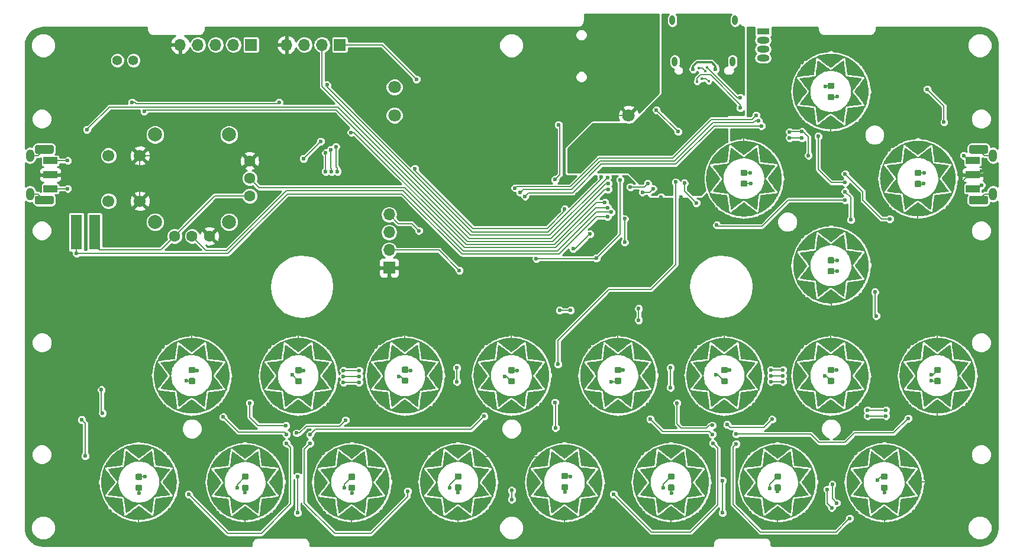
<source format=gtl>
G04 #@! TF.GenerationSoftware,KiCad,Pcbnew,(5.0.0)*
G04 #@! TF.CreationDate,2019-02-03T00:45:11+08:00*
G04 #@! TF.ProjectId,joyMIDI,6A6F794D4944492E6B696361645F7063,rev?*
G04 #@! TF.SameCoordinates,Original*
G04 #@! TF.FileFunction,Copper,L1,Top,Signal*
G04 #@! TF.FilePolarity,Positive*
%FSLAX46Y46*%
G04 Gerber Fmt 4.6, Leading zero omitted, Abs format (unit mm)*
G04 Created by KiCad (PCBNEW (5.0.0)) date 02/03/19 00:45:11*
%MOMM*%
%LPD*%
G01*
G04 APERTURE LIST*
G04 #@! TA.AperFunction,EtchedComponent*
%ADD10C,0.100000*%
G04 #@! TD*
G04 #@! TA.AperFunction,Conductor*
%ADD11C,0.500000*%
G04 #@! TD*
G04 #@! TA.AperFunction,ComponentPad*
%ADD12C,1.800000*%
G04 #@! TD*
G04 #@! TA.AperFunction,SMDPad,CuDef*
%ADD13R,1.600000X5.000000*%
G04 #@! TD*
G04 #@! TA.AperFunction,ComponentPad*
%ADD14R,1.700000X1.700000*%
G04 #@! TD*
G04 #@! TA.AperFunction,ComponentPad*
%ADD15O,1.700000X1.700000*%
G04 #@! TD*
G04 #@! TA.AperFunction,ComponentPad*
%ADD16C,2.000000*%
G04 #@! TD*
G04 #@! TA.AperFunction,ComponentPad*
%ADD17C,1.700000*%
G04 #@! TD*
G04 #@! TA.AperFunction,ComponentPad*
%ADD18C,1.600000*%
G04 #@! TD*
G04 #@! TA.AperFunction,ComponentPad*
%ADD19R,1.800000X0.950000*%
G04 #@! TD*
G04 #@! TA.AperFunction,ComponentPad*
%ADD20O,1.800000X0.950000*%
G04 #@! TD*
G04 #@! TA.AperFunction,ComponentPad*
%ADD21O,1.200000X1.800000*%
G04 #@! TD*
G04 #@! TA.AperFunction,Conductor*
%ADD22C,0.100000*%
G04 #@! TD*
G04 #@! TA.AperFunction,SMDPad,CuDef*
%ADD23C,1.250000*%
G04 #@! TD*
G04 #@! TA.AperFunction,SMDPad,CuDef*
%ADD24R,2.000000X1.000000*%
G04 #@! TD*
G04 #@! TA.AperFunction,SMDPad,CuDef*
%ADD25C,0.875000*%
G04 #@! TD*
G04 #@! TA.AperFunction,ComponentPad*
%ADD26C,1.400000*%
G04 #@! TD*
G04 #@! TA.AperFunction,ComponentPad*
%ADD27O,0.800000X1.400000*%
G04 #@! TD*
G04 #@! TA.AperFunction,ViaPad*
%ADD28C,0.600000*%
G04 #@! TD*
G04 #@! TA.AperFunction,ViaPad*
%ADD29C,0.400000*%
G04 #@! TD*
G04 #@! TA.AperFunction,Conductor*
%ADD30C,0.200000*%
G04 #@! TD*
G04 #@! TA.AperFunction,Conductor*
%ADD31C,0.300000*%
G04 #@! TD*
G04 #@! TA.AperFunction,Conductor*
%ADD32C,0.250000*%
G04 #@! TD*
G04 APERTURE END LIST*
D10*
G04 #@! TO.C,SW14*
G36*
X95726237Y-127572822D02*
X96167072Y-128853512D01*
X95848874Y-129098552D01*
X95585821Y-129298031D01*
X95384811Y-129446839D01*
X95252745Y-129539870D01*
X95196523Y-129572015D01*
X95115316Y-129526720D01*
X94938737Y-129401676D01*
X94689772Y-129213149D01*
X94519088Y-129081021D01*
X94323547Y-128929662D01*
X94119001Y-128771340D01*
X93921299Y-128618324D01*
X93746292Y-128482881D01*
X93500972Y-128295802D01*
X93319172Y-128162374D01*
X93240249Y-128111480D01*
X93172099Y-128146031D01*
X93150577Y-128180370D01*
X93127709Y-128274124D01*
X93096682Y-128470377D01*
X93050687Y-128812214D01*
X92982912Y-129342721D01*
X92935931Y-129710926D01*
X92893888Y-130035067D01*
X92859451Y-130295004D01*
X92835290Y-130470594D01*
X92824073Y-130541695D01*
X92769294Y-130588967D01*
X92696596Y-130599795D01*
X92520357Y-130623523D01*
X92260699Y-130657529D01*
X91937742Y-130699193D01*
X91571608Y-130745893D01*
X91039443Y-130813982D01*
X90699214Y-130859851D01*
X90506107Y-130890647D01*
X90415305Y-130913519D01*
X90381992Y-130935617D01*
X90359825Y-131019378D01*
X90399960Y-131078701D01*
X90503840Y-131219266D01*
X90659411Y-131425126D01*
X90854618Y-131680329D01*
X91077405Y-131968927D01*
X91300690Y-132257631D01*
X91497282Y-132513100D01*
X91654962Y-132719353D01*
X91761511Y-132860407D01*
X91804710Y-132920283D01*
X91815763Y-132944952D01*
X91803702Y-132986070D01*
X91744844Y-133077006D01*
X91615505Y-133251125D01*
X91392004Y-133541795D01*
X91050656Y-133982381D01*
X90835812Y-134260725D01*
X90647603Y-134506745D01*
X90497649Y-134705072D01*
X90397569Y-134840336D01*
X90358983Y-134897167D01*
X90383174Y-134979733D01*
X90415767Y-135002524D01*
X90504003Y-135025430D01*
X90694905Y-135055975D01*
X91035493Y-135101680D01*
X91572790Y-135170068D01*
X91938551Y-135216473D01*
X92261183Y-135257832D01*
X92520584Y-135291531D01*
X92696655Y-135314960D01*
X92769292Y-135325507D01*
X92823931Y-135371716D01*
X92835109Y-135442674D01*
X92859243Y-135618210D01*
X92893667Y-135878166D01*
X92935712Y-136202387D01*
X92982711Y-136570717D01*
X93050557Y-137101696D01*
X93096579Y-137443694D01*
X93127611Y-137639916D01*
X93150486Y-137733569D01*
X93172037Y-137767858D01*
X93197360Y-137793293D01*
X93225429Y-137802614D01*
X93283879Y-137776953D01*
X93400349Y-137697443D01*
X93602475Y-137545216D01*
X93917895Y-137301403D01*
X94374245Y-136947137D01*
X94686783Y-136707114D01*
X94942551Y-136515352D01*
X95119329Y-136388233D01*
X95194896Y-136342140D01*
X95253294Y-136376789D01*
X95392087Y-136475420D01*
X95600077Y-136629723D01*
X95866066Y-136831391D01*
X96178857Y-137072115D01*
X96477912Y-137302296D01*
X96741780Y-137502682D01*
X96954016Y-137661004D01*
X97098173Y-137764993D01*
X97157805Y-137802383D01*
X97265218Y-137697376D01*
X97278195Y-137606517D01*
X97306215Y-137393649D01*
X97344854Y-137093786D01*
X97389688Y-136741941D01*
X97436291Y-136373130D01*
X97480239Y-136022366D01*
X97517109Y-135724662D01*
X97542475Y-135515034D01*
X97551914Y-135428496D01*
X97586454Y-135359235D01*
X97623048Y-135338930D01*
X97721263Y-135316465D01*
X97919110Y-135285982D01*
X98254600Y-135241623D01*
X98765744Y-135177531D01*
X99129361Y-135131710D01*
X99451246Y-135089825D01*
X99711249Y-135054609D01*
X99889224Y-135028792D01*
X99965023Y-135015108D01*
X100013415Y-134855393D01*
X99968072Y-134794660D01*
X99859859Y-134653080D01*
X99701082Y-134446649D01*
X99504043Y-134191362D01*
X99281047Y-133903214D01*
X99056723Y-133611706D01*
X98863610Y-133356873D01*
X98712432Y-133153166D01*
X98613912Y-133015035D01*
X98578772Y-132956931D01*
X98615768Y-132896968D01*
X98718440Y-132754038D01*
X98874681Y-132544378D01*
X99072383Y-132284228D01*
X99299440Y-131989828D01*
X99527097Y-131695065D01*
X99726472Y-131433939D01*
X99885259Y-131222811D01*
X99991153Y-131078037D01*
X100031851Y-131015978D01*
X100005353Y-130931155D01*
X99964237Y-130911203D01*
X99857683Y-130887950D01*
X99650539Y-130855971D01*
X99307651Y-130809842D01*
X98793866Y-130744140D01*
X98266842Y-130676815D01*
X97922805Y-130630564D01*
X97721539Y-130599098D01*
X97622828Y-130576131D01*
X97586455Y-130555372D01*
X97551012Y-130472806D01*
X97543356Y-130402032D01*
X97522609Y-130230501D01*
X97491203Y-129977812D01*
X97451572Y-129663561D01*
X97406150Y-129307347D01*
X97338347Y-128782528D01*
X97293093Y-128450570D01*
X97262806Y-128265020D01*
X97239903Y-128179425D01*
X97216800Y-128147332D01*
X97132915Y-128122900D01*
X97073301Y-128163508D01*
X96930683Y-128269172D01*
X96721288Y-128427604D01*
X96461342Y-128626516D01*
X96167070Y-128853619D01*
X96167072Y-128853512D01*
X95726237Y-127572822D01*
X95945426Y-127600896D01*
X96195270Y-127645389D01*
X96454929Y-127701775D01*
X96703563Y-127765529D01*
X96920330Y-127832126D01*
X97143173Y-127914053D01*
X97363775Y-128006025D01*
X97581028Y-128107438D01*
X97793823Y-128217689D01*
X98001051Y-128336173D01*
X98201603Y-128462286D01*
X98394370Y-128595426D01*
X98578244Y-128734988D01*
X98702029Y-128841678D01*
X98865280Y-128992989D01*
X99032654Y-129156157D01*
X99208716Y-129341194D01*
X99374656Y-129532680D01*
X99530407Y-129730259D01*
X99675904Y-129933576D01*
X99811080Y-130142275D01*
X99935869Y-130355999D01*
X100050204Y-130574393D01*
X100154018Y-130797101D01*
X100247247Y-131023768D01*
X100329823Y-131254037D01*
X100401679Y-131487552D01*
X100462751Y-131723958D01*
X100512970Y-131962899D01*
X100552271Y-132204018D01*
X100580588Y-132446961D01*
X100597854Y-132691371D01*
X100604002Y-132936893D01*
X100598967Y-133183170D01*
X100582682Y-133429846D01*
X100555081Y-133676567D01*
X100516097Y-133922975D01*
X100465664Y-134168715D01*
X100403715Y-134413432D01*
X100330185Y-134656769D01*
X100245006Y-134898371D01*
X100148114Y-135137881D01*
X100045693Y-135359294D01*
X99930932Y-135577530D01*
X99804413Y-135791892D01*
X99666720Y-136001682D01*
X99518435Y-136206200D01*
X99360141Y-136404748D01*
X99192422Y-136596629D01*
X99015860Y-136781143D01*
X98831038Y-136957592D01*
X98638540Y-137125278D01*
X98438948Y-137283502D01*
X98232845Y-137431566D01*
X98023564Y-137567306D01*
X97808760Y-137692736D01*
X97588831Y-137807765D01*
X97364171Y-137912300D01*
X97135176Y-138006250D01*
X96902242Y-138089521D01*
X96665765Y-138162022D01*
X96426140Y-138223661D01*
X96183764Y-138274346D01*
X95939032Y-138313983D01*
X95692340Y-138342482D01*
X95444083Y-138359750D01*
X95194658Y-138365695D01*
X94944459Y-138360225D01*
X94693884Y-138343247D01*
X94443327Y-138314669D01*
X94211105Y-138276888D01*
X93978267Y-138227455D01*
X93745689Y-138166750D01*
X93514251Y-138095152D01*
X93284829Y-138013041D01*
X93058301Y-137920797D01*
X92835545Y-137818800D01*
X92617438Y-137707428D01*
X92404859Y-137587062D01*
X92198686Y-137458081D01*
X91999795Y-137320865D01*
X91809065Y-137175794D01*
X91652011Y-137041358D01*
X91472496Y-136873553D01*
X91289758Y-136691546D01*
X91123038Y-136514500D01*
X90991575Y-136361580D01*
X90837011Y-136158040D01*
X90690779Y-135945189D01*
X90553625Y-135724508D01*
X90426293Y-135497477D01*
X90309531Y-135265578D01*
X90204083Y-135030291D01*
X90110696Y-134793098D01*
X90030114Y-134555478D01*
X89963084Y-134318913D01*
X89907820Y-134086029D01*
X89864870Y-133866668D01*
X89833202Y-133652449D01*
X89811786Y-133434990D01*
X89799591Y-133205909D01*
X89795588Y-132956825D01*
X89800485Y-132702785D01*
X89815805Y-132454940D01*
X89841754Y-132212401D01*
X89878534Y-131974278D01*
X89926349Y-131739683D01*
X89985403Y-131507725D01*
X90055899Y-131277516D01*
X90138042Y-131048167D01*
X90232035Y-130818787D01*
X90338082Y-130588489D01*
X90454117Y-130362580D01*
X90578961Y-130145091D01*
X90713162Y-129935251D01*
X90857267Y-129732290D01*
X91011823Y-129535438D01*
X91177376Y-129343925D01*
X91354475Y-129156981D01*
X91544976Y-128973431D01*
X91742672Y-128800304D01*
X91947269Y-128637744D01*
X92158473Y-128485893D01*
X92375990Y-128344894D01*
X92599525Y-128214893D01*
X92828786Y-128096031D01*
X93063477Y-127988452D01*
X93303305Y-127892300D01*
X93547976Y-127807718D01*
X93797196Y-127734850D01*
X94050671Y-127673838D01*
X94308107Y-127624827D01*
X94569210Y-127587960D01*
X94755498Y-127574179D01*
X95010655Y-127565170D01*
X95288370Y-127561538D01*
X95542334Y-127563888D01*
X95726237Y-127572822D01*
X95726237Y-127572822D01*
G37*
G36*
X97047833Y-128532809D02*
X97299160Y-130934770D01*
X97119808Y-130764363D01*
X96925377Y-130608633D01*
X96716533Y-130468472D01*
X96493944Y-130344774D01*
X96291214Y-130251459D01*
X96087238Y-130177643D01*
X95857680Y-130115709D01*
X95578209Y-130058037D01*
X95397240Y-130049942D01*
X95104146Y-130056022D01*
X94806303Y-130072225D01*
X94611092Y-130094500D01*
X94365245Y-130159381D01*
X94129421Y-130242282D01*
X93904297Y-130342520D01*
X93690550Y-130459413D01*
X93488857Y-130592281D01*
X93299895Y-130740440D01*
X93124341Y-130903210D01*
X92962872Y-131079909D01*
X92816165Y-131269854D01*
X92684897Y-131472365D01*
X92569746Y-131686759D01*
X92471387Y-131912355D01*
X92390498Y-132148471D01*
X92327757Y-132394425D01*
X92303320Y-132580196D01*
X92291102Y-132824821D01*
X92291102Y-133089061D01*
X92303320Y-133333679D01*
X92327757Y-133519438D01*
X92393136Y-133774101D01*
X92478368Y-134019352D01*
X92582785Y-134254190D01*
X92705723Y-134477619D01*
X92846514Y-134688640D01*
X93004493Y-134886255D01*
X93178994Y-135069467D01*
X93369350Y-135237277D01*
X93574896Y-135388686D01*
X93781143Y-135513970D01*
X93999496Y-135621831D01*
X94227551Y-135711647D01*
X94462902Y-135782794D01*
X94703144Y-135834651D01*
X94945871Y-135866595D01*
X95188677Y-135878004D01*
X95429159Y-135868255D01*
X95676700Y-135836622D01*
X95917267Y-135785433D01*
X96150009Y-135715464D01*
X96374076Y-135627493D01*
X96588616Y-135522295D01*
X96792780Y-135400649D01*
X96985717Y-135263330D01*
X97166575Y-135111115D01*
X97334506Y-134944781D01*
X97488658Y-134765105D01*
X97628180Y-134572864D01*
X97752223Y-134368834D01*
X97859935Y-134153792D01*
X97950466Y-133928515D01*
X98022965Y-133693780D01*
X98076582Y-133450363D01*
X98103147Y-133221055D01*
X98111955Y-132956513D01*
X98103015Y-132692180D01*
X98076336Y-132463500D01*
X98021227Y-132215377D01*
X97946366Y-131975675D01*
X97852423Y-131745290D01*
X97740063Y-131525113D01*
X97609954Y-131316038D01*
X97462764Y-131118959D01*
X97299160Y-130934770D01*
X97047833Y-128532809D01*
X97066512Y-128567020D01*
X97088224Y-128662222D01*
X97117713Y-128848380D01*
X97159728Y-129155457D01*
X97219015Y-129613418D01*
X97261528Y-129946798D01*
X97298573Y-130239223D01*
X97327879Y-130472608D01*
X97347175Y-130628866D01*
X97354190Y-130689910D01*
X97389085Y-130753833D01*
X97435083Y-130779566D01*
X97570118Y-130807704D01*
X97860117Y-130849028D01*
X98371005Y-130914318D01*
X98930296Y-130984690D01*
X99296243Y-131032510D01*
X99509717Y-131065308D01*
X99611593Y-131090618D01*
X99642745Y-131115970D01*
X99644046Y-131148897D01*
X99609688Y-131203476D01*
X99514129Y-131335782D01*
X99368643Y-131530698D01*
X99184504Y-131773104D01*
X98972986Y-132047881D01*
X98741560Y-132348602D01*
X98554933Y-132595161D01*
X98416912Y-132782393D01*
X98331306Y-132905130D01*
X98301925Y-132958206D01*
X98331281Y-133011235D01*
X98416828Y-133133826D01*
X98554784Y-133320852D01*
X98741369Y-133567187D01*
X98972802Y-133867708D01*
X99184272Y-134142179D01*
X99368387Y-134384265D01*
X99513873Y-134578883D01*
X99609456Y-134710952D01*
X99643863Y-134765391D01*
X99616086Y-134820736D01*
X99587547Y-134836200D01*
X99506364Y-134853730D01*
X99317212Y-134881423D01*
X98964765Y-134927373D01*
X98393699Y-134999678D01*
X98024144Y-135047491D01*
X97716078Y-135089547D01*
X97501677Y-135121306D01*
X97413116Y-135138226D01*
X97366306Y-135192137D01*
X97356320Y-135255622D01*
X97334961Y-135411258D01*
X97304583Y-135641241D01*
X97267539Y-135927762D01*
X97226183Y-136253014D01*
X97184888Y-136578764D01*
X97148012Y-136866633D01*
X97117888Y-137098644D01*
X97096851Y-137256820D01*
X97087235Y-137323186D01*
X96943678Y-137376088D01*
X96865494Y-137318147D01*
X96691762Y-137185736D01*
X96448182Y-136998547D01*
X96160452Y-136776269D01*
X95869385Y-136550977D01*
X95616714Y-136355571D01*
X95429529Y-136210986D01*
X95334918Y-136138155D01*
X95194498Y-136065521D01*
X95142249Y-136093679D01*
X95022308Y-136176837D01*
X94837359Y-136313021D01*
X94590085Y-136500255D01*
X94283171Y-136736566D01*
X94009083Y-136948076D01*
X93768430Y-137132211D01*
X93576113Y-137277699D01*
X93447035Y-137373266D01*
X93396100Y-137407638D01*
X93355421Y-137396496D01*
X93322723Y-137328815D01*
X93287806Y-137153310D01*
X93240468Y-136818692D01*
X93170508Y-136273676D01*
X93111897Y-135817844D01*
X93069186Y-135503027D01*
X93038526Y-135304271D01*
X93016068Y-135196619D01*
X92997962Y-135155117D01*
X92955158Y-135137536D01*
X92846107Y-135115336D01*
X92649372Y-135085235D01*
X92343519Y-135043952D01*
X91907113Y-134988205D01*
X91572009Y-134945479D01*
X91275937Y-134906706D01*
X91037383Y-134874392D01*
X90874832Y-134851044D01*
X90806771Y-134839167D01*
X90765640Y-134751870D01*
X90886965Y-134555643D01*
X91135751Y-134238121D01*
X91364515Y-133943487D01*
X91569205Y-133677124D01*
X91745768Y-133444417D01*
X91890150Y-133250750D01*
X91998298Y-133101508D01*
X92066159Y-133002075D01*
X92089681Y-132957834D01*
X92062554Y-132906476D01*
X91981760Y-132789432D01*
X91848178Y-132607895D01*
X91662689Y-132363058D01*
X91426171Y-132056114D01*
X91100224Y-131633363D01*
X90895774Y-131359212D01*
X90789919Y-131198999D01*
X90759757Y-131118060D01*
X90782387Y-131081734D01*
X90843357Y-131070825D01*
X91000870Y-131048037D01*
X91236656Y-131015854D01*
X91532443Y-130976756D01*
X91869959Y-130933226D01*
X92208274Y-130889741D01*
X92506281Y-130850774D01*
X92745447Y-130818806D01*
X92907239Y-130796315D01*
X92973124Y-130785781D01*
X93021830Y-130740687D01*
X93034148Y-130660821D01*
X93061813Y-130460322D01*
X93100339Y-130173412D01*
X93145241Y-129834309D01*
X93192036Y-129477234D01*
X93236238Y-129136406D01*
X93273363Y-128846045D01*
X93298927Y-128640371D01*
X93308445Y-128553603D01*
X93347919Y-128525957D01*
X93427312Y-128526196D01*
X93482888Y-128566205D01*
X93613420Y-128664680D01*
X93804129Y-128810326D01*
X94040237Y-128991851D01*
X94306966Y-129197958D01*
X94623109Y-129441421D01*
X94865324Y-129624694D01*
X95038390Y-129751274D01*
X95147087Y-129824658D01*
X95196195Y-129848342D01*
X95263056Y-129813914D01*
X95416983Y-129706646D01*
X95666184Y-129520564D01*
X96018863Y-129249691D01*
X96484439Y-128889338D01*
X96769303Y-128669579D01*
X96919195Y-128555650D01*
X96979853Y-128512787D01*
X96997018Y-128506225D01*
X97047833Y-128532809D01*
X97047833Y-128532809D01*
G37*
G04 #@! TO.C,SW1*
G36*
X186187191Y-91417833D02*
X183785230Y-91669160D01*
X183955637Y-91489808D01*
X184111367Y-91295377D01*
X184251528Y-91086533D01*
X184375226Y-90863944D01*
X184468541Y-90661214D01*
X184542357Y-90457238D01*
X184604291Y-90227680D01*
X184661963Y-89948209D01*
X184670058Y-89767240D01*
X184663978Y-89474146D01*
X184647775Y-89176303D01*
X184625500Y-88981092D01*
X184560619Y-88735245D01*
X184477718Y-88499421D01*
X184377480Y-88274297D01*
X184260587Y-88060550D01*
X184127719Y-87858857D01*
X183979560Y-87669895D01*
X183816790Y-87494341D01*
X183640091Y-87332872D01*
X183450146Y-87186165D01*
X183247635Y-87054897D01*
X183033241Y-86939746D01*
X182807645Y-86841387D01*
X182571529Y-86760498D01*
X182325575Y-86697757D01*
X182139804Y-86673320D01*
X181895179Y-86661102D01*
X181630939Y-86661102D01*
X181386321Y-86673320D01*
X181200562Y-86697757D01*
X180945899Y-86763136D01*
X180700648Y-86848368D01*
X180465810Y-86952785D01*
X180242381Y-87075723D01*
X180031360Y-87216514D01*
X179833745Y-87374493D01*
X179650533Y-87548994D01*
X179482723Y-87739350D01*
X179331314Y-87944896D01*
X179206030Y-88151143D01*
X179098169Y-88369496D01*
X179008353Y-88597551D01*
X178937206Y-88832902D01*
X178885349Y-89073144D01*
X178853405Y-89315871D01*
X178841996Y-89558677D01*
X178851745Y-89799159D01*
X178883378Y-90046700D01*
X178934567Y-90287267D01*
X179004536Y-90520009D01*
X179092507Y-90744076D01*
X179197705Y-90958616D01*
X179319351Y-91162780D01*
X179456670Y-91355717D01*
X179608885Y-91536575D01*
X179775219Y-91704506D01*
X179954895Y-91858658D01*
X180147136Y-91998180D01*
X180351166Y-92122223D01*
X180566208Y-92229935D01*
X180791485Y-92320466D01*
X181026220Y-92392965D01*
X181269637Y-92446582D01*
X181498945Y-92473147D01*
X181763487Y-92481955D01*
X182027820Y-92473015D01*
X182256500Y-92446336D01*
X182504623Y-92391227D01*
X182744325Y-92316366D01*
X182974710Y-92222423D01*
X183194887Y-92110063D01*
X183403962Y-91979954D01*
X183601041Y-91832764D01*
X183785230Y-91669160D01*
X186187191Y-91417833D01*
X186152980Y-91436512D01*
X186057778Y-91458224D01*
X185871620Y-91487713D01*
X185564543Y-91529728D01*
X185106582Y-91589015D01*
X184773202Y-91631528D01*
X184480777Y-91668573D01*
X184247392Y-91697879D01*
X184091134Y-91717175D01*
X184030090Y-91724190D01*
X183966167Y-91759085D01*
X183940434Y-91805083D01*
X183912296Y-91940118D01*
X183870972Y-92230117D01*
X183805682Y-92741005D01*
X183735310Y-93300296D01*
X183687490Y-93666243D01*
X183654692Y-93879717D01*
X183629382Y-93981593D01*
X183604030Y-94012745D01*
X183571103Y-94014046D01*
X183516524Y-93979688D01*
X183384218Y-93884129D01*
X183189302Y-93738643D01*
X182946896Y-93554504D01*
X182672119Y-93342986D01*
X182371398Y-93111560D01*
X182124839Y-92924933D01*
X181937607Y-92786912D01*
X181814870Y-92701306D01*
X181761794Y-92671925D01*
X181708765Y-92701281D01*
X181586174Y-92786828D01*
X181399148Y-92924784D01*
X181152813Y-93111369D01*
X180852292Y-93342802D01*
X180577821Y-93554272D01*
X180335735Y-93738387D01*
X180141117Y-93883873D01*
X180009048Y-93979456D01*
X179954609Y-94013863D01*
X179899264Y-93986086D01*
X179883800Y-93957547D01*
X179866270Y-93876364D01*
X179838577Y-93687212D01*
X179792627Y-93334765D01*
X179720322Y-92763699D01*
X179672509Y-92394144D01*
X179630453Y-92086078D01*
X179598694Y-91871677D01*
X179581774Y-91783116D01*
X179527863Y-91736306D01*
X179464378Y-91726320D01*
X179308742Y-91704961D01*
X179078759Y-91674583D01*
X178792238Y-91637539D01*
X178466986Y-91596183D01*
X178141236Y-91554888D01*
X177853367Y-91518012D01*
X177621356Y-91487888D01*
X177463180Y-91466851D01*
X177396814Y-91457235D01*
X177343912Y-91313678D01*
X177401853Y-91235494D01*
X177534264Y-91061762D01*
X177721453Y-90818182D01*
X177943731Y-90530452D01*
X178169023Y-90239385D01*
X178364429Y-89986714D01*
X178509014Y-89799529D01*
X178581845Y-89704918D01*
X178654479Y-89564498D01*
X178626321Y-89512249D01*
X178543163Y-89392308D01*
X178406979Y-89207359D01*
X178219745Y-88960085D01*
X177983434Y-88653171D01*
X177771924Y-88379083D01*
X177587789Y-88138430D01*
X177442301Y-87946113D01*
X177346734Y-87817035D01*
X177312362Y-87766100D01*
X177323504Y-87725421D01*
X177391185Y-87692723D01*
X177566690Y-87657806D01*
X177901308Y-87610468D01*
X178446324Y-87540508D01*
X178902156Y-87481897D01*
X179216973Y-87439186D01*
X179415729Y-87408526D01*
X179523381Y-87386068D01*
X179564883Y-87367962D01*
X179582464Y-87325158D01*
X179604664Y-87216107D01*
X179634765Y-87019372D01*
X179676048Y-86713519D01*
X179731795Y-86277113D01*
X179774521Y-85942009D01*
X179813294Y-85645937D01*
X179845608Y-85407383D01*
X179868956Y-85244832D01*
X179880833Y-85176771D01*
X179968130Y-85135640D01*
X180164357Y-85256965D01*
X180481879Y-85505751D01*
X180776513Y-85734515D01*
X181042876Y-85939205D01*
X181275583Y-86115768D01*
X181469250Y-86260150D01*
X181618492Y-86368298D01*
X181717925Y-86436159D01*
X181762166Y-86459681D01*
X181813524Y-86432554D01*
X181930568Y-86351760D01*
X182112105Y-86218178D01*
X182356942Y-86032689D01*
X182663886Y-85796171D01*
X183086637Y-85470224D01*
X183360788Y-85265774D01*
X183521001Y-85159919D01*
X183601940Y-85129757D01*
X183638266Y-85152387D01*
X183649175Y-85213357D01*
X183671963Y-85370870D01*
X183704146Y-85606656D01*
X183743244Y-85902443D01*
X183786774Y-86239959D01*
X183830259Y-86578274D01*
X183869226Y-86876281D01*
X183901194Y-87115447D01*
X183923685Y-87277239D01*
X183934219Y-87343124D01*
X183979313Y-87391830D01*
X184059179Y-87404148D01*
X184259678Y-87431813D01*
X184546588Y-87470339D01*
X184885691Y-87515241D01*
X185242766Y-87562036D01*
X185583594Y-87606238D01*
X185873955Y-87643363D01*
X186079629Y-87668927D01*
X186166397Y-87678445D01*
X186194043Y-87717919D01*
X186193804Y-87797312D01*
X186153795Y-87852888D01*
X186055320Y-87983420D01*
X185909674Y-88174129D01*
X185728149Y-88410237D01*
X185522042Y-88676966D01*
X185278579Y-88993109D01*
X185095306Y-89235324D01*
X184968726Y-89408390D01*
X184895342Y-89517087D01*
X184871658Y-89566195D01*
X184906086Y-89633056D01*
X185013354Y-89786983D01*
X185199436Y-90036184D01*
X185470309Y-90388863D01*
X185830662Y-90854439D01*
X186050421Y-91139303D01*
X186164350Y-91289195D01*
X186207213Y-91349853D01*
X186213775Y-91367018D01*
X186187191Y-91417833D01*
X186187191Y-91417833D01*
G37*
G36*
X187147178Y-90096237D02*
X185866488Y-90537072D01*
X185621448Y-90218874D01*
X185421969Y-89955821D01*
X185273161Y-89754811D01*
X185180130Y-89622745D01*
X185147985Y-89566523D01*
X185193280Y-89485316D01*
X185318324Y-89308737D01*
X185506851Y-89059772D01*
X185638979Y-88889088D01*
X185790338Y-88693547D01*
X185948660Y-88489001D01*
X186101676Y-88291299D01*
X186237119Y-88116292D01*
X186424198Y-87870972D01*
X186557626Y-87689172D01*
X186608520Y-87610249D01*
X186573969Y-87542099D01*
X186539630Y-87520577D01*
X186445876Y-87497709D01*
X186249623Y-87466682D01*
X185907786Y-87420687D01*
X185377279Y-87352912D01*
X185009074Y-87305931D01*
X184684933Y-87263888D01*
X184424996Y-87229451D01*
X184249406Y-87205290D01*
X184178305Y-87194073D01*
X184131033Y-87139294D01*
X184120205Y-87066596D01*
X184096477Y-86890357D01*
X184062471Y-86630699D01*
X184020807Y-86307742D01*
X183974107Y-85941608D01*
X183906018Y-85409443D01*
X183860149Y-85069214D01*
X183829353Y-84876107D01*
X183806481Y-84785305D01*
X183784383Y-84751992D01*
X183700622Y-84729825D01*
X183641299Y-84769960D01*
X183500734Y-84873840D01*
X183294874Y-85029411D01*
X183039671Y-85224618D01*
X182751073Y-85447405D01*
X182462369Y-85670690D01*
X182206900Y-85867282D01*
X182000647Y-86024962D01*
X181859593Y-86131511D01*
X181799717Y-86174710D01*
X181775048Y-86185763D01*
X181733930Y-86173702D01*
X181642994Y-86114844D01*
X181468875Y-85985505D01*
X181178205Y-85762004D01*
X180737619Y-85420656D01*
X180459275Y-85205812D01*
X180213255Y-85017603D01*
X180014928Y-84867649D01*
X179879664Y-84767569D01*
X179822833Y-84728983D01*
X179740267Y-84753174D01*
X179717476Y-84785767D01*
X179694570Y-84874003D01*
X179664025Y-85064905D01*
X179618320Y-85405493D01*
X179549932Y-85942790D01*
X179503527Y-86308551D01*
X179462168Y-86631183D01*
X179428469Y-86890584D01*
X179405040Y-87066655D01*
X179394493Y-87139292D01*
X179348284Y-87193931D01*
X179277326Y-87205109D01*
X179101790Y-87229243D01*
X178841834Y-87263667D01*
X178517613Y-87305712D01*
X178149283Y-87352711D01*
X177618304Y-87420557D01*
X177276306Y-87466579D01*
X177080084Y-87497611D01*
X176986431Y-87520486D01*
X176952142Y-87542037D01*
X176926707Y-87567360D01*
X176917386Y-87595429D01*
X176943047Y-87653879D01*
X177022557Y-87770349D01*
X177174784Y-87972475D01*
X177418597Y-88287895D01*
X177772863Y-88744245D01*
X178012886Y-89056783D01*
X178204648Y-89312551D01*
X178331767Y-89489329D01*
X178377860Y-89564896D01*
X178343211Y-89623294D01*
X178244580Y-89762087D01*
X178090277Y-89970077D01*
X177888609Y-90236066D01*
X177647885Y-90548857D01*
X177417704Y-90847912D01*
X177217318Y-91111780D01*
X177058996Y-91324016D01*
X176955007Y-91468173D01*
X176917617Y-91527805D01*
X177022624Y-91635218D01*
X177113483Y-91648195D01*
X177326351Y-91676215D01*
X177626214Y-91714854D01*
X177978059Y-91759688D01*
X178346870Y-91806291D01*
X178697634Y-91850239D01*
X178995338Y-91887109D01*
X179204966Y-91912475D01*
X179291504Y-91921914D01*
X179360765Y-91956454D01*
X179381070Y-91993048D01*
X179403535Y-92091263D01*
X179434018Y-92289110D01*
X179478377Y-92624600D01*
X179542469Y-93135744D01*
X179588290Y-93499361D01*
X179630175Y-93821246D01*
X179665391Y-94081249D01*
X179691208Y-94259224D01*
X179704892Y-94335023D01*
X179864607Y-94383415D01*
X179925340Y-94338072D01*
X180066920Y-94229859D01*
X180273351Y-94071082D01*
X180528638Y-93874043D01*
X180816786Y-93651047D01*
X181108294Y-93426723D01*
X181363127Y-93233610D01*
X181566834Y-93082432D01*
X181704965Y-92983912D01*
X181763069Y-92948772D01*
X181823032Y-92985768D01*
X181965962Y-93088440D01*
X182175622Y-93244681D01*
X182435772Y-93442383D01*
X182730172Y-93669440D01*
X183024935Y-93897097D01*
X183286061Y-94096472D01*
X183497189Y-94255259D01*
X183641963Y-94361153D01*
X183704022Y-94401851D01*
X183788845Y-94375353D01*
X183808797Y-94334237D01*
X183832050Y-94227683D01*
X183864029Y-94020539D01*
X183910158Y-93677651D01*
X183975860Y-93163866D01*
X184043185Y-92636842D01*
X184089436Y-92292805D01*
X184120902Y-92091539D01*
X184143869Y-91992828D01*
X184164628Y-91956455D01*
X184247194Y-91921012D01*
X184317968Y-91913356D01*
X184489499Y-91892609D01*
X184742188Y-91861203D01*
X185056439Y-91821572D01*
X185412653Y-91776150D01*
X185937472Y-91708347D01*
X186269430Y-91663093D01*
X186454980Y-91632806D01*
X186540575Y-91609903D01*
X186572668Y-91586800D01*
X186597100Y-91502915D01*
X186556492Y-91443301D01*
X186450828Y-91300683D01*
X186292396Y-91091288D01*
X186093484Y-90831342D01*
X185866381Y-90537070D01*
X185866488Y-90537072D01*
X187147178Y-90096237D01*
X187119104Y-90315426D01*
X187074611Y-90565270D01*
X187018225Y-90824929D01*
X186954471Y-91073563D01*
X186887874Y-91290330D01*
X186805947Y-91513173D01*
X186713975Y-91733775D01*
X186612562Y-91951028D01*
X186502311Y-92163823D01*
X186383827Y-92371051D01*
X186257714Y-92571603D01*
X186124574Y-92764370D01*
X185985012Y-92948244D01*
X185878322Y-93072029D01*
X185727011Y-93235280D01*
X185563843Y-93402654D01*
X185378806Y-93578716D01*
X185187320Y-93744656D01*
X184989741Y-93900407D01*
X184786424Y-94045904D01*
X184577725Y-94181080D01*
X184364001Y-94305869D01*
X184145607Y-94420204D01*
X183922899Y-94524018D01*
X183696232Y-94617247D01*
X183465963Y-94699823D01*
X183232448Y-94771679D01*
X182996042Y-94832751D01*
X182757101Y-94882970D01*
X182515982Y-94922271D01*
X182273039Y-94950588D01*
X182028629Y-94967854D01*
X181783107Y-94974002D01*
X181536830Y-94968967D01*
X181290154Y-94952682D01*
X181043433Y-94925081D01*
X180797025Y-94886097D01*
X180551285Y-94835664D01*
X180306568Y-94773715D01*
X180063231Y-94700185D01*
X179821629Y-94615006D01*
X179582119Y-94518114D01*
X179360706Y-94415693D01*
X179142470Y-94300932D01*
X178928108Y-94174413D01*
X178718318Y-94036720D01*
X178513800Y-93888435D01*
X178315252Y-93730141D01*
X178123371Y-93562422D01*
X177938857Y-93385860D01*
X177762408Y-93201038D01*
X177594722Y-93008540D01*
X177436498Y-92808948D01*
X177288434Y-92602845D01*
X177152694Y-92393564D01*
X177027264Y-92178760D01*
X176912235Y-91958831D01*
X176807700Y-91734171D01*
X176713750Y-91505176D01*
X176630479Y-91272242D01*
X176557978Y-91035765D01*
X176496339Y-90796140D01*
X176445654Y-90553764D01*
X176406017Y-90309032D01*
X176377518Y-90062340D01*
X176360250Y-89814083D01*
X176354305Y-89564658D01*
X176359775Y-89314459D01*
X176376753Y-89063884D01*
X176405331Y-88813327D01*
X176443112Y-88581105D01*
X176492545Y-88348267D01*
X176553250Y-88115689D01*
X176624848Y-87884251D01*
X176706959Y-87654829D01*
X176799203Y-87428301D01*
X176901200Y-87205545D01*
X177012572Y-86987438D01*
X177132938Y-86774859D01*
X177261919Y-86568686D01*
X177399135Y-86369795D01*
X177544206Y-86179065D01*
X177678642Y-86022011D01*
X177846447Y-85842496D01*
X178028454Y-85659758D01*
X178205500Y-85493038D01*
X178358420Y-85361575D01*
X178561960Y-85207011D01*
X178774811Y-85060779D01*
X178995492Y-84923625D01*
X179222523Y-84796293D01*
X179454422Y-84679531D01*
X179689709Y-84574083D01*
X179926902Y-84480696D01*
X180164522Y-84400114D01*
X180401087Y-84333084D01*
X180633971Y-84277820D01*
X180853332Y-84234870D01*
X181067551Y-84203202D01*
X181285010Y-84181786D01*
X181514091Y-84169591D01*
X181763175Y-84165588D01*
X182017215Y-84170485D01*
X182265060Y-84185805D01*
X182507599Y-84211754D01*
X182745722Y-84248534D01*
X182980317Y-84296349D01*
X183212275Y-84355403D01*
X183442484Y-84425899D01*
X183671833Y-84508042D01*
X183901213Y-84602035D01*
X184131511Y-84708082D01*
X184357420Y-84824117D01*
X184574909Y-84948961D01*
X184784749Y-85083162D01*
X184987710Y-85227267D01*
X185184562Y-85381823D01*
X185376075Y-85547376D01*
X185563019Y-85724475D01*
X185746569Y-85914976D01*
X185919696Y-86112672D01*
X186082256Y-86317269D01*
X186234107Y-86528473D01*
X186375106Y-86745990D01*
X186505107Y-86969525D01*
X186623969Y-87198786D01*
X186731548Y-87433477D01*
X186827700Y-87673305D01*
X186912282Y-87917976D01*
X186985150Y-88167196D01*
X187046162Y-88420671D01*
X187095173Y-88678107D01*
X187132040Y-88939210D01*
X187145821Y-89125498D01*
X187154830Y-89380655D01*
X187158462Y-89658370D01*
X187156112Y-89912334D01*
X187147178Y-90096237D01*
X187147178Y-90096237D01*
G37*
G04 #@! TO.C,SW2*
G36*
X199607178Y-102536237D02*
X198326488Y-102977072D01*
X198081448Y-102658874D01*
X197881969Y-102395821D01*
X197733161Y-102194811D01*
X197640130Y-102062745D01*
X197607985Y-102006523D01*
X197653280Y-101925316D01*
X197778324Y-101748737D01*
X197966851Y-101499772D01*
X198098979Y-101329088D01*
X198250338Y-101133547D01*
X198408660Y-100929001D01*
X198561676Y-100731299D01*
X198697119Y-100556292D01*
X198884198Y-100310972D01*
X199017626Y-100129172D01*
X199068520Y-100050249D01*
X199033969Y-99982099D01*
X198999630Y-99960577D01*
X198905876Y-99937709D01*
X198709623Y-99906682D01*
X198367786Y-99860687D01*
X197837279Y-99792912D01*
X197469074Y-99745931D01*
X197144933Y-99703888D01*
X196884996Y-99669451D01*
X196709406Y-99645290D01*
X196638305Y-99634073D01*
X196591033Y-99579294D01*
X196580205Y-99506596D01*
X196556477Y-99330357D01*
X196522471Y-99070699D01*
X196480807Y-98747742D01*
X196434107Y-98381608D01*
X196366018Y-97849443D01*
X196320149Y-97509214D01*
X196289353Y-97316107D01*
X196266481Y-97225305D01*
X196244383Y-97191992D01*
X196160622Y-97169825D01*
X196101299Y-97209960D01*
X195960734Y-97313840D01*
X195754874Y-97469411D01*
X195499671Y-97664618D01*
X195211073Y-97887405D01*
X194922369Y-98110690D01*
X194666900Y-98307282D01*
X194460647Y-98464962D01*
X194319593Y-98571511D01*
X194259717Y-98614710D01*
X194235048Y-98625763D01*
X194193930Y-98613702D01*
X194102994Y-98554844D01*
X193928875Y-98425505D01*
X193638205Y-98202004D01*
X193197619Y-97860656D01*
X192919275Y-97645812D01*
X192673255Y-97457603D01*
X192474928Y-97307649D01*
X192339664Y-97207569D01*
X192282833Y-97168983D01*
X192200267Y-97193174D01*
X192177476Y-97225767D01*
X192154570Y-97314003D01*
X192124025Y-97504905D01*
X192078320Y-97845493D01*
X192009932Y-98382790D01*
X191963527Y-98748551D01*
X191922168Y-99071183D01*
X191888469Y-99330584D01*
X191865040Y-99506655D01*
X191854493Y-99579292D01*
X191808284Y-99633931D01*
X191737326Y-99645109D01*
X191561790Y-99669243D01*
X191301834Y-99703667D01*
X190977613Y-99745712D01*
X190609283Y-99792711D01*
X190078304Y-99860557D01*
X189736306Y-99906579D01*
X189540084Y-99937611D01*
X189446431Y-99960486D01*
X189412142Y-99982037D01*
X189386707Y-100007360D01*
X189377386Y-100035429D01*
X189403047Y-100093879D01*
X189482557Y-100210349D01*
X189634784Y-100412475D01*
X189878597Y-100727895D01*
X190232863Y-101184245D01*
X190472886Y-101496783D01*
X190664648Y-101752551D01*
X190791767Y-101929329D01*
X190837860Y-102004896D01*
X190803211Y-102063294D01*
X190704580Y-102202087D01*
X190550277Y-102410077D01*
X190348609Y-102676066D01*
X190107885Y-102988857D01*
X189877704Y-103287912D01*
X189677318Y-103551780D01*
X189518996Y-103764016D01*
X189415007Y-103908173D01*
X189377617Y-103967805D01*
X189482624Y-104075218D01*
X189573483Y-104088195D01*
X189786351Y-104116215D01*
X190086214Y-104154854D01*
X190438059Y-104199688D01*
X190806870Y-104246291D01*
X191157634Y-104290239D01*
X191455338Y-104327109D01*
X191664966Y-104352475D01*
X191751504Y-104361914D01*
X191820765Y-104396454D01*
X191841070Y-104433048D01*
X191863535Y-104531263D01*
X191894018Y-104729110D01*
X191938377Y-105064600D01*
X192002469Y-105575744D01*
X192048290Y-105939361D01*
X192090175Y-106261246D01*
X192125391Y-106521249D01*
X192151208Y-106699224D01*
X192164892Y-106775023D01*
X192324607Y-106823415D01*
X192385340Y-106778072D01*
X192526920Y-106669859D01*
X192733351Y-106511082D01*
X192988638Y-106314043D01*
X193276786Y-106091047D01*
X193568294Y-105866723D01*
X193823127Y-105673610D01*
X194026834Y-105522432D01*
X194164965Y-105423912D01*
X194223069Y-105388772D01*
X194283032Y-105425768D01*
X194425962Y-105528440D01*
X194635622Y-105684681D01*
X194895772Y-105882383D01*
X195190172Y-106109440D01*
X195484935Y-106337097D01*
X195746061Y-106536472D01*
X195957189Y-106695259D01*
X196101963Y-106801153D01*
X196164022Y-106841851D01*
X196248845Y-106815353D01*
X196268797Y-106774237D01*
X196292050Y-106667683D01*
X196324029Y-106460539D01*
X196370158Y-106117651D01*
X196435860Y-105603866D01*
X196503185Y-105076842D01*
X196549436Y-104732805D01*
X196580902Y-104531539D01*
X196603869Y-104432828D01*
X196624628Y-104396455D01*
X196707194Y-104361012D01*
X196777968Y-104353356D01*
X196949499Y-104332609D01*
X197202188Y-104301203D01*
X197516439Y-104261572D01*
X197872653Y-104216150D01*
X198397472Y-104148347D01*
X198729430Y-104103093D01*
X198914980Y-104072806D01*
X199000575Y-104049903D01*
X199032668Y-104026800D01*
X199057100Y-103942915D01*
X199016492Y-103883301D01*
X198910828Y-103740683D01*
X198752396Y-103531288D01*
X198553484Y-103271342D01*
X198326381Y-102977070D01*
X198326488Y-102977072D01*
X199607178Y-102536237D01*
X199579104Y-102755426D01*
X199534611Y-103005270D01*
X199478225Y-103264929D01*
X199414471Y-103513563D01*
X199347874Y-103730330D01*
X199265947Y-103953173D01*
X199173975Y-104173775D01*
X199072562Y-104391028D01*
X198962311Y-104603823D01*
X198843827Y-104811051D01*
X198717714Y-105011603D01*
X198584574Y-105204370D01*
X198445012Y-105388244D01*
X198338322Y-105512029D01*
X198187011Y-105675280D01*
X198023843Y-105842654D01*
X197838806Y-106018716D01*
X197647320Y-106184656D01*
X197449741Y-106340407D01*
X197246424Y-106485904D01*
X197037725Y-106621080D01*
X196824001Y-106745869D01*
X196605607Y-106860204D01*
X196382899Y-106964018D01*
X196156232Y-107057247D01*
X195925963Y-107139823D01*
X195692448Y-107211679D01*
X195456042Y-107272751D01*
X195217101Y-107322970D01*
X194975982Y-107362271D01*
X194733039Y-107390588D01*
X194488629Y-107407854D01*
X194243107Y-107414002D01*
X193996830Y-107408967D01*
X193750154Y-107392682D01*
X193503433Y-107365081D01*
X193257025Y-107326097D01*
X193011285Y-107275664D01*
X192766568Y-107213715D01*
X192523231Y-107140185D01*
X192281629Y-107055006D01*
X192042119Y-106958114D01*
X191820706Y-106855693D01*
X191602470Y-106740932D01*
X191388108Y-106614413D01*
X191178318Y-106476720D01*
X190973800Y-106328435D01*
X190775252Y-106170141D01*
X190583371Y-106002422D01*
X190398857Y-105825860D01*
X190222408Y-105641038D01*
X190054722Y-105448540D01*
X189896498Y-105248948D01*
X189748434Y-105042845D01*
X189612694Y-104833564D01*
X189487264Y-104618760D01*
X189372235Y-104398831D01*
X189267700Y-104174171D01*
X189173750Y-103945176D01*
X189090479Y-103712242D01*
X189017978Y-103475765D01*
X188956339Y-103236140D01*
X188905654Y-102993764D01*
X188866017Y-102749032D01*
X188837518Y-102502340D01*
X188820250Y-102254083D01*
X188814305Y-102004658D01*
X188819775Y-101754459D01*
X188836753Y-101503884D01*
X188865331Y-101253327D01*
X188903112Y-101021105D01*
X188952545Y-100788267D01*
X189013250Y-100555689D01*
X189084848Y-100324251D01*
X189166959Y-100094829D01*
X189259203Y-99868301D01*
X189361200Y-99645545D01*
X189472572Y-99427438D01*
X189592938Y-99214859D01*
X189721919Y-99008686D01*
X189859135Y-98809795D01*
X190004206Y-98619065D01*
X190138642Y-98462011D01*
X190306447Y-98282496D01*
X190488454Y-98099758D01*
X190665500Y-97933038D01*
X190818420Y-97801575D01*
X191021960Y-97647011D01*
X191234811Y-97500779D01*
X191455492Y-97363625D01*
X191682523Y-97236293D01*
X191914422Y-97119531D01*
X192149709Y-97014083D01*
X192386902Y-96920696D01*
X192624522Y-96840114D01*
X192861087Y-96773084D01*
X193093971Y-96717820D01*
X193313332Y-96674870D01*
X193527551Y-96643202D01*
X193745010Y-96621786D01*
X193974091Y-96609591D01*
X194223175Y-96605588D01*
X194477215Y-96610485D01*
X194725060Y-96625805D01*
X194967599Y-96651754D01*
X195205722Y-96688534D01*
X195440317Y-96736349D01*
X195672275Y-96795403D01*
X195902484Y-96865899D01*
X196131833Y-96948042D01*
X196361213Y-97042035D01*
X196591511Y-97148082D01*
X196817420Y-97264117D01*
X197034909Y-97388961D01*
X197244749Y-97523162D01*
X197447710Y-97667267D01*
X197644562Y-97821823D01*
X197836075Y-97987376D01*
X198023019Y-98164475D01*
X198206569Y-98354976D01*
X198379696Y-98552672D01*
X198542256Y-98757269D01*
X198694107Y-98968473D01*
X198835106Y-99185990D01*
X198965107Y-99409525D01*
X199083969Y-99638786D01*
X199191548Y-99873477D01*
X199287700Y-100113305D01*
X199372282Y-100357976D01*
X199445150Y-100607196D01*
X199506162Y-100860671D01*
X199555173Y-101118107D01*
X199592040Y-101379210D01*
X199605821Y-101565498D01*
X199614830Y-101820655D01*
X199618462Y-102098370D01*
X199616112Y-102352334D01*
X199607178Y-102536237D01*
X199607178Y-102536237D01*
G37*
G36*
X198647191Y-103857833D02*
X196245230Y-104109160D01*
X196415637Y-103929808D01*
X196571367Y-103735377D01*
X196711528Y-103526533D01*
X196835226Y-103303944D01*
X196928541Y-103101214D01*
X197002357Y-102897238D01*
X197064291Y-102667680D01*
X197121963Y-102388209D01*
X197130058Y-102207240D01*
X197123978Y-101914146D01*
X197107775Y-101616303D01*
X197085500Y-101421092D01*
X197020619Y-101175245D01*
X196937718Y-100939421D01*
X196837480Y-100714297D01*
X196720587Y-100500550D01*
X196587719Y-100298857D01*
X196439560Y-100109895D01*
X196276790Y-99934341D01*
X196100091Y-99772872D01*
X195910146Y-99626165D01*
X195707635Y-99494897D01*
X195493241Y-99379746D01*
X195267645Y-99281387D01*
X195031529Y-99200498D01*
X194785575Y-99137757D01*
X194599804Y-99113320D01*
X194355179Y-99101102D01*
X194090939Y-99101102D01*
X193846321Y-99113320D01*
X193660562Y-99137757D01*
X193405899Y-99203136D01*
X193160648Y-99288368D01*
X192925810Y-99392785D01*
X192702381Y-99515723D01*
X192491360Y-99656514D01*
X192293745Y-99814493D01*
X192110533Y-99988994D01*
X191942723Y-100179350D01*
X191791314Y-100384896D01*
X191666030Y-100591143D01*
X191558169Y-100809496D01*
X191468353Y-101037551D01*
X191397206Y-101272902D01*
X191345349Y-101513144D01*
X191313405Y-101755871D01*
X191301996Y-101998677D01*
X191311745Y-102239159D01*
X191343378Y-102486700D01*
X191394567Y-102727267D01*
X191464536Y-102960009D01*
X191552507Y-103184076D01*
X191657705Y-103398616D01*
X191779351Y-103602780D01*
X191916670Y-103795717D01*
X192068885Y-103976575D01*
X192235219Y-104144506D01*
X192414895Y-104298658D01*
X192607136Y-104438180D01*
X192811166Y-104562223D01*
X193026208Y-104669935D01*
X193251485Y-104760466D01*
X193486220Y-104832965D01*
X193729637Y-104886582D01*
X193958945Y-104913147D01*
X194223487Y-104921955D01*
X194487820Y-104913015D01*
X194716500Y-104886336D01*
X194964623Y-104831227D01*
X195204325Y-104756366D01*
X195434710Y-104662423D01*
X195654887Y-104550063D01*
X195863962Y-104419954D01*
X196061041Y-104272764D01*
X196245230Y-104109160D01*
X198647191Y-103857833D01*
X198612980Y-103876512D01*
X198517778Y-103898224D01*
X198331620Y-103927713D01*
X198024543Y-103969728D01*
X197566582Y-104029015D01*
X197233202Y-104071528D01*
X196940777Y-104108573D01*
X196707392Y-104137879D01*
X196551134Y-104157175D01*
X196490090Y-104164190D01*
X196426167Y-104199085D01*
X196400434Y-104245083D01*
X196372296Y-104380118D01*
X196330972Y-104670117D01*
X196265682Y-105181005D01*
X196195310Y-105740296D01*
X196147490Y-106106243D01*
X196114692Y-106319717D01*
X196089382Y-106421593D01*
X196064030Y-106452745D01*
X196031103Y-106454046D01*
X195976524Y-106419688D01*
X195844218Y-106324129D01*
X195649302Y-106178643D01*
X195406896Y-105994504D01*
X195132119Y-105782986D01*
X194831398Y-105551560D01*
X194584839Y-105364933D01*
X194397607Y-105226912D01*
X194274870Y-105141306D01*
X194221794Y-105111925D01*
X194168765Y-105141281D01*
X194046174Y-105226828D01*
X193859148Y-105364784D01*
X193612813Y-105551369D01*
X193312292Y-105782802D01*
X193037821Y-105994272D01*
X192795735Y-106178387D01*
X192601117Y-106323873D01*
X192469048Y-106419456D01*
X192414609Y-106453863D01*
X192359264Y-106426086D01*
X192343800Y-106397547D01*
X192326270Y-106316364D01*
X192298577Y-106127212D01*
X192252627Y-105774765D01*
X192180322Y-105203699D01*
X192132509Y-104834144D01*
X192090453Y-104526078D01*
X192058694Y-104311677D01*
X192041774Y-104223116D01*
X191987863Y-104176306D01*
X191924378Y-104166320D01*
X191768742Y-104144961D01*
X191538759Y-104114583D01*
X191252238Y-104077539D01*
X190926986Y-104036183D01*
X190601236Y-103994888D01*
X190313367Y-103958012D01*
X190081356Y-103927888D01*
X189923180Y-103906851D01*
X189856814Y-103897235D01*
X189803912Y-103753678D01*
X189861853Y-103675494D01*
X189994264Y-103501762D01*
X190181453Y-103258182D01*
X190403731Y-102970452D01*
X190629023Y-102679385D01*
X190824429Y-102426714D01*
X190969014Y-102239529D01*
X191041845Y-102144918D01*
X191114479Y-102004498D01*
X191086321Y-101952249D01*
X191003163Y-101832308D01*
X190866979Y-101647359D01*
X190679745Y-101400085D01*
X190443434Y-101093171D01*
X190231924Y-100819083D01*
X190047789Y-100578430D01*
X189902301Y-100386113D01*
X189806734Y-100257035D01*
X189772362Y-100206100D01*
X189783504Y-100165421D01*
X189851185Y-100132723D01*
X190026690Y-100097806D01*
X190361308Y-100050468D01*
X190906324Y-99980508D01*
X191362156Y-99921897D01*
X191676973Y-99879186D01*
X191875729Y-99848526D01*
X191983381Y-99826068D01*
X192024883Y-99807962D01*
X192042464Y-99765158D01*
X192064664Y-99656107D01*
X192094765Y-99459372D01*
X192136048Y-99153519D01*
X192191795Y-98717113D01*
X192234521Y-98382009D01*
X192273294Y-98085937D01*
X192305608Y-97847383D01*
X192328956Y-97684832D01*
X192340833Y-97616771D01*
X192428130Y-97575640D01*
X192624357Y-97696965D01*
X192941879Y-97945751D01*
X193236513Y-98174515D01*
X193502876Y-98379205D01*
X193735583Y-98555768D01*
X193929250Y-98700150D01*
X194078492Y-98808298D01*
X194177925Y-98876159D01*
X194222166Y-98899681D01*
X194273524Y-98872554D01*
X194390568Y-98791760D01*
X194572105Y-98658178D01*
X194816942Y-98472689D01*
X195123886Y-98236171D01*
X195546637Y-97910224D01*
X195820788Y-97705774D01*
X195981001Y-97599919D01*
X196061940Y-97569757D01*
X196098266Y-97592387D01*
X196109175Y-97653357D01*
X196131963Y-97810870D01*
X196164146Y-98046656D01*
X196203244Y-98342443D01*
X196246774Y-98679959D01*
X196290259Y-99018274D01*
X196329226Y-99316281D01*
X196361194Y-99555447D01*
X196383685Y-99717239D01*
X196394219Y-99783124D01*
X196439313Y-99831830D01*
X196519179Y-99844148D01*
X196719678Y-99871813D01*
X197006588Y-99910339D01*
X197345691Y-99955241D01*
X197702766Y-100002036D01*
X198043594Y-100046238D01*
X198333955Y-100083363D01*
X198539629Y-100108927D01*
X198626397Y-100118445D01*
X198654043Y-100157919D01*
X198653804Y-100237312D01*
X198613795Y-100292888D01*
X198515320Y-100423420D01*
X198369674Y-100614129D01*
X198188149Y-100850237D01*
X197982042Y-101116966D01*
X197738579Y-101433109D01*
X197555306Y-101675324D01*
X197428726Y-101848390D01*
X197355342Y-101957087D01*
X197331658Y-102006195D01*
X197366086Y-102073056D01*
X197473354Y-102226983D01*
X197659436Y-102476184D01*
X197930309Y-102828863D01*
X198290662Y-103294439D01*
X198510421Y-103579303D01*
X198624350Y-103729195D01*
X198667213Y-103789853D01*
X198673775Y-103807018D01*
X198647191Y-103857833D01*
X198647191Y-103857833D01*
G37*
G04 #@! TO.C,SW3*
G36*
X198617191Y-78947833D02*
X196215230Y-79199160D01*
X196385637Y-79019808D01*
X196541367Y-78825377D01*
X196681528Y-78616533D01*
X196805226Y-78393944D01*
X196898541Y-78191214D01*
X196972357Y-77987238D01*
X197034291Y-77757680D01*
X197091963Y-77478209D01*
X197100058Y-77297240D01*
X197093978Y-77004146D01*
X197077775Y-76706303D01*
X197055500Y-76511092D01*
X196990619Y-76265245D01*
X196907718Y-76029421D01*
X196807480Y-75804297D01*
X196690587Y-75590550D01*
X196557719Y-75388857D01*
X196409560Y-75199895D01*
X196246790Y-75024341D01*
X196070091Y-74862872D01*
X195880146Y-74716165D01*
X195677635Y-74584897D01*
X195463241Y-74469746D01*
X195237645Y-74371387D01*
X195001529Y-74290498D01*
X194755575Y-74227757D01*
X194569804Y-74203320D01*
X194325179Y-74191102D01*
X194060939Y-74191102D01*
X193816321Y-74203320D01*
X193630562Y-74227757D01*
X193375899Y-74293136D01*
X193130648Y-74378368D01*
X192895810Y-74482785D01*
X192672381Y-74605723D01*
X192461360Y-74746514D01*
X192263745Y-74904493D01*
X192080533Y-75078994D01*
X191912723Y-75269350D01*
X191761314Y-75474896D01*
X191636030Y-75681143D01*
X191528169Y-75899496D01*
X191438353Y-76127551D01*
X191367206Y-76362902D01*
X191315349Y-76603144D01*
X191283405Y-76845871D01*
X191271996Y-77088677D01*
X191281745Y-77329159D01*
X191313378Y-77576700D01*
X191364567Y-77817267D01*
X191434536Y-78050009D01*
X191522507Y-78274076D01*
X191627705Y-78488616D01*
X191749351Y-78692780D01*
X191886670Y-78885717D01*
X192038885Y-79066575D01*
X192205219Y-79234506D01*
X192384895Y-79388658D01*
X192577136Y-79528180D01*
X192781166Y-79652223D01*
X192996208Y-79759935D01*
X193221485Y-79850466D01*
X193456220Y-79922965D01*
X193699637Y-79976582D01*
X193928945Y-80003147D01*
X194193487Y-80011955D01*
X194457820Y-80003015D01*
X194686500Y-79976336D01*
X194934623Y-79921227D01*
X195174325Y-79846366D01*
X195404710Y-79752423D01*
X195624887Y-79640063D01*
X195833962Y-79509954D01*
X196031041Y-79362764D01*
X196215230Y-79199160D01*
X198617191Y-78947833D01*
X198582980Y-78966512D01*
X198487778Y-78988224D01*
X198301620Y-79017713D01*
X197994543Y-79059728D01*
X197536582Y-79119015D01*
X197203202Y-79161528D01*
X196910777Y-79198573D01*
X196677392Y-79227879D01*
X196521134Y-79247175D01*
X196460090Y-79254190D01*
X196396167Y-79289085D01*
X196370434Y-79335083D01*
X196342296Y-79470118D01*
X196300972Y-79760117D01*
X196235682Y-80271005D01*
X196165310Y-80830296D01*
X196117490Y-81196243D01*
X196084692Y-81409717D01*
X196059382Y-81511593D01*
X196034030Y-81542745D01*
X196001103Y-81544046D01*
X195946524Y-81509688D01*
X195814218Y-81414129D01*
X195619302Y-81268643D01*
X195376896Y-81084504D01*
X195102119Y-80872986D01*
X194801398Y-80641560D01*
X194554839Y-80454933D01*
X194367607Y-80316912D01*
X194244870Y-80231306D01*
X194191794Y-80201925D01*
X194138765Y-80231281D01*
X194016174Y-80316828D01*
X193829148Y-80454784D01*
X193582813Y-80641369D01*
X193282292Y-80872802D01*
X193007821Y-81084272D01*
X192765735Y-81268387D01*
X192571117Y-81413873D01*
X192439048Y-81509456D01*
X192384609Y-81543863D01*
X192329264Y-81516086D01*
X192313800Y-81487547D01*
X192296270Y-81406364D01*
X192268577Y-81217212D01*
X192222627Y-80864765D01*
X192150322Y-80293699D01*
X192102509Y-79924144D01*
X192060453Y-79616078D01*
X192028694Y-79401677D01*
X192011774Y-79313116D01*
X191957863Y-79266306D01*
X191894378Y-79256320D01*
X191738742Y-79234961D01*
X191508759Y-79204583D01*
X191222238Y-79167539D01*
X190896986Y-79126183D01*
X190571236Y-79084888D01*
X190283367Y-79048012D01*
X190051356Y-79017888D01*
X189893180Y-78996851D01*
X189826814Y-78987235D01*
X189773912Y-78843678D01*
X189831853Y-78765494D01*
X189964264Y-78591762D01*
X190151453Y-78348182D01*
X190373731Y-78060452D01*
X190599023Y-77769385D01*
X190794429Y-77516714D01*
X190939014Y-77329529D01*
X191011845Y-77234918D01*
X191084479Y-77094498D01*
X191056321Y-77042249D01*
X190973163Y-76922308D01*
X190836979Y-76737359D01*
X190649745Y-76490085D01*
X190413434Y-76183171D01*
X190201924Y-75909083D01*
X190017789Y-75668430D01*
X189872301Y-75476113D01*
X189776734Y-75347035D01*
X189742362Y-75296100D01*
X189753504Y-75255421D01*
X189821185Y-75222723D01*
X189996690Y-75187806D01*
X190331308Y-75140468D01*
X190876324Y-75070508D01*
X191332156Y-75011897D01*
X191646973Y-74969186D01*
X191845729Y-74938526D01*
X191953381Y-74916068D01*
X191994883Y-74897962D01*
X192012464Y-74855158D01*
X192034664Y-74746107D01*
X192064765Y-74549372D01*
X192106048Y-74243519D01*
X192161795Y-73807113D01*
X192204521Y-73472009D01*
X192243294Y-73175937D01*
X192275608Y-72937383D01*
X192298956Y-72774832D01*
X192310833Y-72706771D01*
X192398130Y-72665640D01*
X192594357Y-72786965D01*
X192911879Y-73035751D01*
X193206513Y-73264515D01*
X193472876Y-73469205D01*
X193705583Y-73645768D01*
X193899250Y-73790150D01*
X194048492Y-73898298D01*
X194147925Y-73966159D01*
X194192166Y-73989681D01*
X194243524Y-73962554D01*
X194360568Y-73881760D01*
X194542105Y-73748178D01*
X194786942Y-73562689D01*
X195093886Y-73326171D01*
X195516637Y-73000224D01*
X195790788Y-72795774D01*
X195951001Y-72689919D01*
X196031940Y-72659757D01*
X196068266Y-72682387D01*
X196079175Y-72743357D01*
X196101963Y-72900870D01*
X196134146Y-73136656D01*
X196173244Y-73432443D01*
X196216774Y-73769959D01*
X196260259Y-74108274D01*
X196299226Y-74406281D01*
X196331194Y-74645447D01*
X196353685Y-74807239D01*
X196364219Y-74873124D01*
X196409313Y-74921830D01*
X196489179Y-74934148D01*
X196689678Y-74961813D01*
X196976588Y-75000339D01*
X197315691Y-75045241D01*
X197672766Y-75092036D01*
X198013594Y-75136238D01*
X198303955Y-75173363D01*
X198509629Y-75198927D01*
X198596397Y-75208445D01*
X198624043Y-75247919D01*
X198623804Y-75327312D01*
X198583795Y-75382888D01*
X198485320Y-75513420D01*
X198339674Y-75704129D01*
X198158149Y-75940237D01*
X197952042Y-76206966D01*
X197708579Y-76523109D01*
X197525306Y-76765324D01*
X197398726Y-76938390D01*
X197325342Y-77047087D01*
X197301658Y-77096195D01*
X197336086Y-77163056D01*
X197443354Y-77316983D01*
X197629436Y-77566184D01*
X197900309Y-77918863D01*
X198260662Y-78384439D01*
X198480421Y-78669303D01*
X198594350Y-78819195D01*
X198637213Y-78879853D01*
X198643775Y-78897018D01*
X198617191Y-78947833D01*
X198617191Y-78947833D01*
G37*
G36*
X199577178Y-77626237D02*
X198296488Y-78067072D01*
X198051448Y-77748874D01*
X197851969Y-77485821D01*
X197703161Y-77284811D01*
X197610130Y-77152745D01*
X197577985Y-77096523D01*
X197623280Y-77015316D01*
X197748324Y-76838737D01*
X197936851Y-76589772D01*
X198068979Y-76419088D01*
X198220338Y-76223547D01*
X198378660Y-76019001D01*
X198531676Y-75821299D01*
X198667119Y-75646292D01*
X198854198Y-75400972D01*
X198987626Y-75219172D01*
X199038520Y-75140249D01*
X199003969Y-75072099D01*
X198969630Y-75050577D01*
X198875876Y-75027709D01*
X198679623Y-74996682D01*
X198337786Y-74950687D01*
X197807279Y-74882912D01*
X197439074Y-74835931D01*
X197114933Y-74793888D01*
X196854996Y-74759451D01*
X196679406Y-74735290D01*
X196608305Y-74724073D01*
X196561033Y-74669294D01*
X196550205Y-74596596D01*
X196526477Y-74420357D01*
X196492471Y-74160699D01*
X196450807Y-73837742D01*
X196404107Y-73471608D01*
X196336018Y-72939443D01*
X196290149Y-72599214D01*
X196259353Y-72406107D01*
X196236481Y-72315305D01*
X196214383Y-72281992D01*
X196130622Y-72259825D01*
X196071299Y-72299960D01*
X195930734Y-72403840D01*
X195724874Y-72559411D01*
X195469671Y-72754618D01*
X195181073Y-72977405D01*
X194892369Y-73200690D01*
X194636900Y-73397282D01*
X194430647Y-73554962D01*
X194289593Y-73661511D01*
X194229717Y-73704710D01*
X194205048Y-73715763D01*
X194163930Y-73703702D01*
X194072994Y-73644844D01*
X193898875Y-73515505D01*
X193608205Y-73292004D01*
X193167619Y-72950656D01*
X192889275Y-72735812D01*
X192643255Y-72547603D01*
X192444928Y-72397649D01*
X192309664Y-72297569D01*
X192252833Y-72258983D01*
X192170267Y-72283174D01*
X192147476Y-72315767D01*
X192124570Y-72404003D01*
X192094025Y-72594905D01*
X192048320Y-72935493D01*
X191979932Y-73472790D01*
X191933527Y-73838551D01*
X191892168Y-74161183D01*
X191858469Y-74420584D01*
X191835040Y-74596655D01*
X191824493Y-74669292D01*
X191778284Y-74723931D01*
X191707326Y-74735109D01*
X191531790Y-74759243D01*
X191271834Y-74793667D01*
X190947613Y-74835712D01*
X190579283Y-74882711D01*
X190048304Y-74950557D01*
X189706306Y-74996579D01*
X189510084Y-75027611D01*
X189416431Y-75050486D01*
X189382142Y-75072037D01*
X189356707Y-75097360D01*
X189347386Y-75125429D01*
X189373047Y-75183879D01*
X189452557Y-75300349D01*
X189604784Y-75502475D01*
X189848597Y-75817895D01*
X190202863Y-76274245D01*
X190442886Y-76586783D01*
X190634648Y-76842551D01*
X190761767Y-77019329D01*
X190807860Y-77094896D01*
X190773211Y-77153294D01*
X190674580Y-77292087D01*
X190520277Y-77500077D01*
X190318609Y-77766066D01*
X190077885Y-78078857D01*
X189847704Y-78377912D01*
X189647318Y-78641780D01*
X189488996Y-78854016D01*
X189385007Y-78998173D01*
X189347617Y-79057805D01*
X189452624Y-79165218D01*
X189543483Y-79178195D01*
X189756351Y-79206215D01*
X190056214Y-79244854D01*
X190408059Y-79289688D01*
X190776870Y-79336291D01*
X191127634Y-79380239D01*
X191425338Y-79417109D01*
X191634966Y-79442475D01*
X191721504Y-79451914D01*
X191790765Y-79486454D01*
X191811070Y-79523048D01*
X191833535Y-79621263D01*
X191864018Y-79819110D01*
X191908377Y-80154600D01*
X191972469Y-80665744D01*
X192018290Y-81029361D01*
X192060175Y-81351246D01*
X192095391Y-81611249D01*
X192121208Y-81789224D01*
X192134892Y-81865023D01*
X192294607Y-81913415D01*
X192355340Y-81868072D01*
X192496920Y-81759859D01*
X192703351Y-81601082D01*
X192958638Y-81404043D01*
X193246786Y-81181047D01*
X193538294Y-80956723D01*
X193793127Y-80763610D01*
X193996834Y-80612432D01*
X194134965Y-80513912D01*
X194193069Y-80478772D01*
X194253032Y-80515768D01*
X194395962Y-80618440D01*
X194605622Y-80774681D01*
X194865772Y-80972383D01*
X195160172Y-81199440D01*
X195454935Y-81427097D01*
X195716061Y-81626472D01*
X195927189Y-81785259D01*
X196071963Y-81891153D01*
X196134022Y-81931851D01*
X196218845Y-81905353D01*
X196238797Y-81864237D01*
X196262050Y-81757683D01*
X196294029Y-81550539D01*
X196340158Y-81207651D01*
X196405860Y-80693866D01*
X196473185Y-80166842D01*
X196519436Y-79822805D01*
X196550902Y-79621539D01*
X196573869Y-79522828D01*
X196594628Y-79486455D01*
X196677194Y-79451012D01*
X196747968Y-79443356D01*
X196919499Y-79422609D01*
X197172188Y-79391203D01*
X197486439Y-79351572D01*
X197842653Y-79306150D01*
X198367472Y-79238347D01*
X198699430Y-79193093D01*
X198884980Y-79162806D01*
X198970575Y-79139903D01*
X199002668Y-79116800D01*
X199027100Y-79032915D01*
X198986492Y-78973301D01*
X198880828Y-78830683D01*
X198722396Y-78621288D01*
X198523484Y-78361342D01*
X198296381Y-78067070D01*
X198296488Y-78067072D01*
X199577178Y-77626237D01*
X199549104Y-77845426D01*
X199504611Y-78095270D01*
X199448225Y-78354929D01*
X199384471Y-78603563D01*
X199317874Y-78820330D01*
X199235947Y-79043173D01*
X199143975Y-79263775D01*
X199042562Y-79481028D01*
X198932311Y-79693823D01*
X198813827Y-79901051D01*
X198687714Y-80101603D01*
X198554574Y-80294370D01*
X198415012Y-80478244D01*
X198308322Y-80602029D01*
X198157011Y-80765280D01*
X197993843Y-80932654D01*
X197808806Y-81108716D01*
X197617320Y-81274656D01*
X197419741Y-81430407D01*
X197216424Y-81575904D01*
X197007725Y-81711080D01*
X196794001Y-81835869D01*
X196575607Y-81950204D01*
X196352899Y-82054018D01*
X196126232Y-82147247D01*
X195895963Y-82229823D01*
X195662448Y-82301679D01*
X195426042Y-82362751D01*
X195187101Y-82412970D01*
X194945982Y-82452271D01*
X194703039Y-82480588D01*
X194458629Y-82497854D01*
X194213107Y-82504002D01*
X193966830Y-82498967D01*
X193720154Y-82482682D01*
X193473433Y-82455081D01*
X193227025Y-82416097D01*
X192981285Y-82365664D01*
X192736568Y-82303715D01*
X192493231Y-82230185D01*
X192251629Y-82145006D01*
X192012119Y-82048114D01*
X191790706Y-81945693D01*
X191572470Y-81830932D01*
X191358108Y-81704413D01*
X191148318Y-81566720D01*
X190943800Y-81418435D01*
X190745252Y-81260141D01*
X190553371Y-81092422D01*
X190368857Y-80915860D01*
X190192408Y-80731038D01*
X190024722Y-80538540D01*
X189866498Y-80338948D01*
X189718434Y-80132845D01*
X189582694Y-79923564D01*
X189457264Y-79708760D01*
X189342235Y-79488831D01*
X189237700Y-79264171D01*
X189143750Y-79035176D01*
X189060479Y-78802242D01*
X188987978Y-78565765D01*
X188926339Y-78326140D01*
X188875654Y-78083764D01*
X188836017Y-77839032D01*
X188807518Y-77592340D01*
X188790250Y-77344083D01*
X188784305Y-77094658D01*
X188789775Y-76844459D01*
X188806753Y-76593884D01*
X188835331Y-76343327D01*
X188873112Y-76111105D01*
X188922545Y-75878267D01*
X188983250Y-75645689D01*
X189054848Y-75414251D01*
X189136959Y-75184829D01*
X189229203Y-74958301D01*
X189331200Y-74735545D01*
X189442572Y-74517438D01*
X189562938Y-74304859D01*
X189691919Y-74098686D01*
X189829135Y-73899795D01*
X189974206Y-73709065D01*
X190108642Y-73552011D01*
X190276447Y-73372496D01*
X190458454Y-73189758D01*
X190635500Y-73023038D01*
X190788420Y-72891575D01*
X190991960Y-72737011D01*
X191204811Y-72590779D01*
X191425492Y-72453625D01*
X191652523Y-72326293D01*
X191884422Y-72209531D01*
X192119709Y-72104083D01*
X192356902Y-72010696D01*
X192594522Y-71930114D01*
X192831087Y-71863084D01*
X193063971Y-71807820D01*
X193283332Y-71764870D01*
X193497551Y-71733202D01*
X193715010Y-71711786D01*
X193944091Y-71699591D01*
X194193175Y-71695588D01*
X194447215Y-71700485D01*
X194695060Y-71715805D01*
X194937599Y-71741754D01*
X195175722Y-71778534D01*
X195410317Y-71826349D01*
X195642275Y-71885403D01*
X195872484Y-71955899D01*
X196101833Y-72038042D01*
X196331213Y-72132035D01*
X196561511Y-72238082D01*
X196787420Y-72354117D01*
X197004909Y-72478961D01*
X197214749Y-72613162D01*
X197417710Y-72757267D01*
X197614562Y-72911823D01*
X197806075Y-73077376D01*
X197993019Y-73254475D01*
X198176569Y-73444976D01*
X198349696Y-73642672D01*
X198512256Y-73847269D01*
X198664107Y-74058473D01*
X198805106Y-74275990D01*
X198935107Y-74499525D01*
X199053969Y-74728786D01*
X199161548Y-74963477D01*
X199257700Y-75203305D01*
X199342282Y-75447976D01*
X199415150Y-75697196D01*
X199476162Y-75950671D01*
X199525173Y-76208107D01*
X199562040Y-76469210D01*
X199575821Y-76655498D01*
X199584830Y-76910655D01*
X199588462Y-77188370D01*
X199586112Y-77442334D01*
X199577178Y-77626237D01*
X199577178Y-77626237D01*
G37*
G04 #@! TO.C,SW4*
G36*
X211087191Y-91397833D02*
X208685230Y-91649160D01*
X208855637Y-91469808D01*
X209011367Y-91275377D01*
X209151528Y-91066533D01*
X209275226Y-90843944D01*
X209368541Y-90641214D01*
X209442357Y-90437238D01*
X209504291Y-90207680D01*
X209561963Y-89928209D01*
X209570058Y-89747240D01*
X209563978Y-89454146D01*
X209547775Y-89156303D01*
X209525500Y-88961092D01*
X209460619Y-88715245D01*
X209377718Y-88479421D01*
X209277480Y-88254297D01*
X209160587Y-88040550D01*
X209027719Y-87838857D01*
X208879560Y-87649895D01*
X208716790Y-87474341D01*
X208540091Y-87312872D01*
X208350146Y-87166165D01*
X208147635Y-87034897D01*
X207933241Y-86919746D01*
X207707645Y-86821387D01*
X207471529Y-86740498D01*
X207225575Y-86677757D01*
X207039804Y-86653320D01*
X206795179Y-86641102D01*
X206530939Y-86641102D01*
X206286321Y-86653320D01*
X206100562Y-86677757D01*
X205845899Y-86743136D01*
X205600648Y-86828368D01*
X205365810Y-86932785D01*
X205142381Y-87055723D01*
X204931360Y-87196514D01*
X204733745Y-87354493D01*
X204550533Y-87528994D01*
X204382723Y-87719350D01*
X204231314Y-87924896D01*
X204106030Y-88131143D01*
X203998169Y-88349496D01*
X203908353Y-88577551D01*
X203837206Y-88812902D01*
X203785349Y-89053144D01*
X203753405Y-89295871D01*
X203741996Y-89538677D01*
X203751745Y-89779159D01*
X203783378Y-90026700D01*
X203834567Y-90267267D01*
X203904536Y-90500009D01*
X203992507Y-90724076D01*
X204097705Y-90938616D01*
X204219351Y-91142780D01*
X204356670Y-91335717D01*
X204508885Y-91516575D01*
X204675219Y-91684506D01*
X204854895Y-91838658D01*
X205047136Y-91978180D01*
X205251166Y-92102223D01*
X205466208Y-92209935D01*
X205691485Y-92300466D01*
X205926220Y-92372965D01*
X206169637Y-92426582D01*
X206398945Y-92453147D01*
X206663487Y-92461955D01*
X206927820Y-92453015D01*
X207156500Y-92426336D01*
X207404623Y-92371227D01*
X207644325Y-92296366D01*
X207874710Y-92202423D01*
X208094887Y-92090063D01*
X208303962Y-91959954D01*
X208501041Y-91812764D01*
X208685230Y-91649160D01*
X211087191Y-91397833D01*
X211052980Y-91416512D01*
X210957778Y-91438224D01*
X210771620Y-91467713D01*
X210464543Y-91509728D01*
X210006582Y-91569015D01*
X209673202Y-91611528D01*
X209380777Y-91648573D01*
X209147392Y-91677879D01*
X208991134Y-91697175D01*
X208930090Y-91704190D01*
X208866167Y-91739085D01*
X208840434Y-91785083D01*
X208812296Y-91920118D01*
X208770972Y-92210117D01*
X208705682Y-92721005D01*
X208635310Y-93280296D01*
X208587490Y-93646243D01*
X208554692Y-93859717D01*
X208529382Y-93961593D01*
X208504030Y-93992745D01*
X208471103Y-93994046D01*
X208416524Y-93959688D01*
X208284218Y-93864129D01*
X208089302Y-93718643D01*
X207846896Y-93534504D01*
X207572119Y-93322986D01*
X207271398Y-93091560D01*
X207024839Y-92904933D01*
X206837607Y-92766912D01*
X206714870Y-92681306D01*
X206661794Y-92651925D01*
X206608765Y-92681281D01*
X206486174Y-92766828D01*
X206299148Y-92904784D01*
X206052813Y-93091369D01*
X205752292Y-93322802D01*
X205477821Y-93534272D01*
X205235735Y-93718387D01*
X205041117Y-93863873D01*
X204909048Y-93959456D01*
X204854609Y-93993863D01*
X204799264Y-93966086D01*
X204783800Y-93937547D01*
X204766270Y-93856364D01*
X204738577Y-93667212D01*
X204692627Y-93314765D01*
X204620322Y-92743699D01*
X204572509Y-92374144D01*
X204530453Y-92066078D01*
X204498694Y-91851677D01*
X204481774Y-91763116D01*
X204427863Y-91716306D01*
X204364378Y-91706320D01*
X204208742Y-91684961D01*
X203978759Y-91654583D01*
X203692238Y-91617539D01*
X203366986Y-91576183D01*
X203041236Y-91534888D01*
X202753367Y-91498012D01*
X202521356Y-91467888D01*
X202363180Y-91446851D01*
X202296814Y-91437235D01*
X202243912Y-91293678D01*
X202301853Y-91215494D01*
X202434264Y-91041762D01*
X202621453Y-90798182D01*
X202843731Y-90510452D01*
X203069023Y-90219385D01*
X203264429Y-89966714D01*
X203409014Y-89779529D01*
X203481845Y-89684918D01*
X203554479Y-89544498D01*
X203526321Y-89492249D01*
X203443163Y-89372308D01*
X203306979Y-89187359D01*
X203119745Y-88940085D01*
X202883434Y-88633171D01*
X202671924Y-88359083D01*
X202487789Y-88118430D01*
X202342301Y-87926113D01*
X202246734Y-87797035D01*
X202212362Y-87746100D01*
X202223504Y-87705421D01*
X202291185Y-87672723D01*
X202466690Y-87637806D01*
X202801308Y-87590468D01*
X203346324Y-87520508D01*
X203802156Y-87461897D01*
X204116973Y-87419186D01*
X204315729Y-87388526D01*
X204423381Y-87366068D01*
X204464883Y-87347962D01*
X204482464Y-87305158D01*
X204504664Y-87196107D01*
X204534765Y-86999372D01*
X204576048Y-86693519D01*
X204631795Y-86257113D01*
X204674521Y-85922009D01*
X204713294Y-85625937D01*
X204745608Y-85387383D01*
X204768956Y-85224832D01*
X204780833Y-85156771D01*
X204868130Y-85115640D01*
X205064357Y-85236965D01*
X205381879Y-85485751D01*
X205676513Y-85714515D01*
X205942876Y-85919205D01*
X206175583Y-86095768D01*
X206369250Y-86240150D01*
X206518492Y-86348298D01*
X206617925Y-86416159D01*
X206662166Y-86439681D01*
X206713524Y-86412554D01*
X206830568Y-86331760D01*
X207012105Y-86198178D01*
X207256942Y-86012689D01*
X207563886Y-85776171D01*
X207986637Y-85450224D01*
X208260788Y-85245774D01*
X208421001Y-85139919D01*
X208501940Y-85109757D01*
X208538266Y-85132387D01*
X208549175Y-85193357D01*
X208571963Y-85350870D01*
X208604146Y-85586656D01*
X208643244Y-85882443D01*
X208686774Y-86219959D01*
X208730259Y-86558274D01*
X208769226Y-86856281D01*
X208801194Y-87095447D01*
X208823685Y-87257239D01*
X208834219Y-87323124D01*
X208879313Y-87371830D01*
X208959179Y-87384148D01*
X209159678Y-87411813D01*
X209446588Y-87450339D01*
X209785691Y-87495241D01*
X210142766Y-87542036D01*
X210483594Y-87586238D01*
X210773955Y-87623363D01*
X210979629Y-87648927D01*
X211066397Y-87658445D01*
X211094043Y-87697919D01*
X211093804Y-87777312D01*
X211053795Y-87832888D01*
X210955320Y-87963420D01*
X210809674Y-88154129D01*
X210628149Y-88390237D01*
X210422042Y-88656966D01*
X210178579Y-88973109D01*
X209995306Y-89215324D01*
X209868726Y-89388390D01*
X209795342Y-89497087D01*
X209771658Y-89546195D01*
X209806086Y-89613056D01*
X209913354Y-89766983D01*
X210099436Y-90016184D01*
X210370309Y-90368863D01*
X210730662Y-90834439D01*
X210950421Y-91119303D01*
X211064350Y-91269195D01*
X211107213Y-91329853D01*
X211113775Y-91347018D01*
X211087191Y-91397833D01*
X211087191Y-91397833D01*
G37*
G36*
X212047178Y-90076237D02*
X210766488Y-90517072D01*
X210521448Y-90198874D01*
X210321969Y-89935821D01*
X210173161Y-89734811D01*
X210080130Y-89602745D01*
X210047985Y-89546523D01*
X210093280Y-89465316D01*
X210218324Y-89288737D01*
X210406851Y-89039772D01*
X210538979Y-88869088D01*
X210690338Y-88673547D01*
X210848660Y-88469001D01*
X211001676Y-88271299D01*
X211137119Y-88096292D01*
X211324198Y-87850972D01*
X211457626Y-87669172D01*
X211508520Y-87590249D01*
X211473969Y-87522099D01*
X211439630Y-87500577D01*
X211345876Y-87477709D01*
X211149623Y-87446682D01*
X210807786Y-87400687D01*
X210277279Y-87332912D01*
X209909074Y-87285931D01*
X209584933Y-87243888D01*
X209324996Y-87209451D01*
X209149406Y-87185290D01*
X209078305Y-87174073D01*
X209031033Y-87119294D01*
X209020205Y-87046596D01*
X208996477Y-86870357D01*
X208962471Y-86610699D01*
X208920807Y-86287742D01*
X208874107Y-85921608D01*
X208806018Y-85389443D01*
X208760149Y-85049214D01*
X208729353Y-84856107D01*
X208706481Y-84765305D01*
X208684383Y-84731992D01*
X208600622Y-84709825D01*
X208541299Y-84749960D01*
X208400734Y-84853840D01*
X208194874Y-85009411D01*
X207939671Y-85204618D01*
X207651073Y-85427405D01*
X207362369Y-85650690D01*
X207106900Y-85847282D01*
X206900647Y-86004962D01*
X206759593Y-86111511D01*
X206699717Y-86154710D01*
X206675048Y-86165763D01*
X206633930Y-86153702D01*
X206542994Y-86094844D01*
X206368875Y-85965505D01*
X206078205Y-85742004D01*
X205637619Y-85400656D01*
X205359275Y-85185812D01*
X205113255Y-84997603D01*
X204914928Y-84847649D01*
X204779664Y-84747569D01*
X204722833Y-84708983D01*
X204640267Y-84733174D01*
X204617476Y-84765767D01*
X204594570Y-84854003D01*
X204564025Y-85044905D01*
X204518320Y-85385493D01*
X204449932Y-85922790D01*
X204403527Y-86288551D01*
X204362168Y-86611183D01*
X204328469Y-86870584D01*
X204305040Y-87046655D01*
X204294493Y-87119292D01*
X204248284Y-87173931D01*
X204177326Y-87185109D01*
X204001790Y-87209243D01*
X203741834Y-87243667D01*
X203417613Y-87285712D01*
X203049283Y-87332711D01*
X202518304Y-87400557D01*
X202176306Y-87446579D01*
X201980084Y-87477611D01*
X201886431Y-87500486D01*
X201852142Y-87522037D01*
X201826707Y-87547360D01*
X201817386Y-87575429D01*
X201843047Y-87633879D01*
X201922557Y-87750349D01*
X202074784Y-87952475D01*
X202318597Y-88267895D01*
X202672863Y-88724245D01*
X202912886Y-89036783D01*
X203104648Y-89292551D01*
X203231767Y-89469329D01*
X203277860Y-89544896D01*
X203243211Y-89603294D01*
X203144580Y-89742087D01*
X202990277Y-89950077D01*
X202788609Y-90216066D01*
X202547885Y-90528857D01*
X202317704Y-90827912D01*
X202117318Y-91091780D01*
X201958996Y-91304016D01*
X201855007Y-91448173D01*
X201817617Y-91507805D01*
X201922624Y-91615218D01*
X202013483Y-91628195D01*
X202226351Y-91656215D01*
X202526214Y-91694854D01*
X202878059Y-91739688D01*
X203246870Y-91786291D01*
X203597634Y-91830239D01*
X203895338Y-91867109D01*
X204104966Y-91892475D01*
X204191504Y-91901914D01*
X204260765Y-91936454D01*
X204281070Y-91973048D01*
X204303535Y-92071263D01*
X204334018Y-92269110D01*
X204378377Y-92604600D01*
X204442469Y-93115744D01*
X204488290Y-93479361D01*
X204530175Y-93801246D01*
X204565391Y-94061249D01*
X204591208Y-94239224D01*
X204604892Y-94315023D01*
X204764607Y-94363415D01*
X204825340Y-94318072D01*
X204966920Y-94209859D01*
X205173351Y-94051082D01*
X205428638Y-93854043D01*
X205716786Y-93631047D01*
X206008294Y-93406723D01*
X206263127Y-93213610D01*
X206466834Y-93062432D01*
X206604965Y-92963912D01*
X206663069Y-92928772D01*
X206723032Y-92965768D01*
X206865962Y-93068440D01*
X207075622Y-93224681D01*
X207335772Y-93422383D01*
X207630172Y-93649440D01*
X207924935Y-93877097D01*
X208186061Y-94076472D01*
X208397189Y-94235259D01*
X208541963Y-94341153D01*
X208604022Y-94381851D01*
X208688845Y-94355353D01*
X208708797Y-94314237D01*
X208732050Y-94207683D01*
X208764029Y-94000539D01*
X208810158Y-93657651D01*
X208875860Y-93143866D01*
X208943185Y-92616842D01*
X208989436Y-92272805D01*
X209020902Y-92071539D01*
X209043869Y-91972828D01*
X209064628Y-91936455D01*
X209147194Y-91901012D01*
X209217968Y-91893356D01*
X209389499Y-91872609D01*
X209642188Y-91841203D01*
X209956439Y-91801572D01*
X210312653Y-91756150D01*
X210837472Y-91688347D01*
X211169430Y-91643093D01*
X211354980Y-91612806D01*
X211440575Y-91589903D01*
X211472668Y-91566800D01*
X211497100Y-91482915D01*
X211456492Y-91423301D01*
X211350828Y-91280683D01*
X211192396Y-91071288D01*
X210993484Y-90811342D01*
X210766381Y-90517070D01*
X210766488Y-90517072D01*
X212047178Y-90076237D01*
X212019104Y-90295426D01*
X211974611Y-90545270D01*
X211918225Y-90804929D01*
X211854471Y-91053563D01*
X211787874Y-91270330D01*
X211705947Y-91493173D01*
X211613975Y-91713775D01*
X211512562Y-91931028D01*
X211402311Y-92143823D01*
X211283827Y-92351051D01*
X211157714Y-92551603D01*
X211024574Y-92744370D01*
X210885012Y-92928244D01*
X210778322Y-93052029D01*
X210627011Y-93215280D01*
X210463843Y-93382654D01*
X210278806Y-93558716D01*
X210087320Y-93724656D01*
X209889741Y-93880407D01*
X209686424Y-94025904D01*
X209477725Y-94161080D01*
X209264001Y-94285869D01*
X209045607Y-94400204D01*
X208822899Y-94504018D01*
X208596232Y-94597247D01*
X208365963Y-94679823D01*
X208132448Y-94751679D01*
X207896042Y-94812751D01*
X207657101Y-94862970D01*
X207415982Y-94902271D01*
X207173039Y-94930588D01*
X206928629Y-94947854D01*
X206683107Y-94954002D01*
X206436830Y-94948967D01*
X206190154Y-94932682D01*
X205943433Y-94905081D01*
X205697025Y-94866097D01*
X205451285Y-94815664D01*
X205206568Y-94753715D01*
X204963231Y-94680185D01*
X204721629Y-94595006D01*
X204482119Y-94498114D01*
X204260706Y-94395693D01*
X204042470Y-94280932D01*
X203828108Y-94154413D01*
X203618318Y-94016720D01*
X203413800Y-93868435D01*
X203215252Y-93710141D01*
X203023371Y-93542422D01*
X202838857Y-93365860D01*
X202662408Y-93181038D01*
X202494722Y-92988540D01*
X202336498Y-92788948D01*
X202188434Y-92582845D01*
X202052694Y-92373564D01*
X201927264Y-92158760D01*
X201812235Y-91938831D01*
X201707700Y-91714171D01*
X201613750Y-91485176D01*
X201530479Y-91252242D01*
X201457978Y-91015765D01*
X201396339Y-90776140D01*
X201345654Y-90533764D01*
X201306017Y-90289032D01*
X201277518Y-90042340D01*
X201260250Y-89794083D01*
X201254305Y-89544658D01*
X201259775Y-89294459D01*
X201276753Y-89043884D01*
X201305331Y-88793327D01*
X201343112Y-88561105D01*
X201392545Y-88328267D01*
X201453250Y-88095689D01*
X201524848Y-87864251D01*
X201606959Y-87634829D01*
X201699203Y-87408301D01*
X201801200Y-87185545D01*
X201912572Y-86967438D01*
X202032938Y-86754859D01*
X202161919Y-86548686D01*
X202299135Y-86349795D01*
X202444206Y-86159065D01*
X202578642Y-86002011D01*
X202746447Y-85822496D01*
X202928454Y-85639758D01*
X203105500Y-85473038D01*
X203258420Y-85341575D01*
X203461960Y-85187011D01*
X203674811Y-85040779D01*
X203895492Y-84903625D01*
X204122523Y-84776293D01*
X204354422Y-84659531D01*
X204589709Y-84554083D01*
X204826902Y-84460696D01*
X205064522Y-84380114D01*
X205301087Y-84313084D01*
X205533971Y-84257820D01*
X205753332Y-84214870D01*
X205967551Y-84183202D01*
X206185010Y-84161786D01*
X206414091Y-84149591D01*
X206663175Y-84145588D01*
X206917215Y-84150485D01*
X207165060Y-84165805D01*
X207407599Y-84191754D01*
X207645722Y-84228534D01*
X207880317Y-84276349D01*
X208112275Y-84335403D01*
X208342484Y-84405899D01*
X208571833Y-84488042D01*
X208801213Y-84582035D01*
X209031511Y-84688082D01*
X209257420Y-84804117D01*
X209474909Y-84928961D01*
X209684749Y-85063162D01*
X209887710Y-85207267D01*
X210084562Y-85361823D01*
X210276075Y-85527376D01*
X210463019Y-85704475D01*
X210646569Y-85894976D01*
X210819696Y-86092672D01*
X210982256Y-86297269D01*
X211134107Y-86508473D01*
X211275106Y-86725990D01*
X211405107Y-86949525D01*
X211523969Y-87178786D01*
X211631548Y-87413477D01*
X211727700Y-87653305D01*
X211812282Y-87897976D01*
X211885150Y-88147196D01*
X211946162Y-88400671D01*
X211995173Y-88658107D01*
X212032040Y-88919210D01*
X212045821Y-89105498D01*
X212054830Y-89360655D01*
X212058462Y-89638370D01*
X212056112Y-89892334D01*
X212047178Y-90076237D01*
X212047178Y-90076237D01*
G37*
G04 #@! TO.C,SW5*
G36*
X176727178Y-133526237D02*
X175446488Y-133967072D01*
X175201448Y-133648874D01*
X175001969Y-133385821D01*
X174853161Y-133184811D01*
X174760130Y-133052745D01*
X174727985Y-132996523D01*
X174773280Y-132915316D01*
X174898324Y-132738737D01*
X175086851Y-132489772D01*
X175218979Y-132319088D01*
X175370338Y-132123547D01*
X175528660Y-131919001D01*
X175681676Y-131721299D01*
X175817119Y-131546292D01*
X176004198Y-131300972D01*
X176137626Y-131119172D01*
X176188520Y-131040249D01*
X176153969Y-130972099D01*
X176119630Y-130950577D01*
X176025876Y-130927709D01*
X175829623Y-130896682D01*
X175487786Y-130850687D01*
X174957279Y-130782912D01*
X174589074Y-130735931D01*
X174264933Y-130693888D01*
X174004996Y-130659451D01*
X173829406Y-130635290D01*
X173758305Y-130624073D01*
X173711033Y-130569294D01*
X173700205Y-130496596D01*
X173676477Y-130320357D01*
X173642471Y-130060699D01*
X173600807Y-129737742D01*
X173554107Y-129371608D01*
X173486018Y-128839443D01*
X173440149Y-128499214D01*
X173409353Y-128306107D01*
X173386481Y-128215305D01*
X173364383Y-128181992D01*
X173280622Y-128159825D01*
X173221299Y-128199960D01*
X173080734Y-128303840D01*
X172874874Y-128459411D01*
X172619671Y-128654618D01*
X172331073Y-128877405D01*
X172042369Y-129100690D01*
X171786900Y-129297282D01*
X171580647Y-129454962D01*
X171439593Y-129561511D01*
X171379717Y-129604710D01*
X171355048Y-129615763D01*
X171313930Y-129603702D01*
X171222994Y-129544844D01*
X171048875Y-129415505D01*
X170758205Y-129192004D01*
X170317619Y-128850656D01*
X170039275Y-128635812D01*
X169793255Y-128447603D01*
X169594928Y-128297649D01*
X169459664Y-128197569D01*
X169402833Y-128158983D01*
X169320267Y-128183174D01*
X169297476Y-128215767D01*
X169274570Y-128304003D01*
X169244025Y-128494905D01*
X169198320Y-128835493D01*
X169129932Y-129372790D01*
X169083527Y-129738551D01*
X169042168Y-130061183D01*
X169008469Y-130320584D01*
X168985040Y-130496655D01*
X168974493Y-130569292D01*
X168928284Y-130623931D01*
X168857326Y-130635109D01*
X168681790Y-130659243D01*
X168421834Y-130693667D01*
X168097613Y-130735712D01*
X167729283Y-130782711D01*
X167198304Y-130850557D01*
X166856306Y-130896579D01*
X166660084Y-130927611D01*
X166566431Y-130950486D01*
X166532142Y-130972037D01*
X166506707Y-130997360D01*
X166497386Y-131025429D01*
X166523047Y-131083879D01*
X166602557Y-131200349D01*
X166754784Y-131402475D01*
X166998597Y-131717895D01*
X167352863Y-132174245D01*
X167592886Y-132486783D01*
X167784648Y-132742551D01*
X167911767Y-132919329D01*
X167957860Y-132994896D01*
X167923211Y-133053294D01*
X167824580Y-133192087D01*
X167670277Y-133400077D01*
X167468609Y-133666066D01*
X167227885Y-133978857D01*
X166997704Y-134277912D01*
X166797318Y-134541780D01*
X166638996Y-134754016D01*
X166535007Y-134898173D01*
X166497617Y-134957805D01*
X166602624Y-135065218D01*
X166693483Y-135078195D01*
X166906351Y-135106215D01*
X167206214Y-135144854D01*
X167558059Y-135189688D01*
X167926870Y-135236291D01*
X168277634Y-135280239D01*
X168575338Y-135317109D01*
X168784966Y-135342475D01*
X168871504Y-135351914D01*
X168940765Y-135386454D01*
X168961070Y-135423048D01*
X168983535Y-135521263D01*
X169014018Y-135719110D01*
X169058377Y-136054600D01*
X169122469Y-136565744D01*
X169168290Y-136929361D01*
X169210175Y-137251246D01*
X169245391Y-137511249D01*
X169271208Y-137689224D01*
X169284892Y-137765023D01*
X169444607Y-137813415D01*
X169505340Y-137768072D01*
X169646920Y-137659859D01*
X169853351Y-137501082D01*
X170108638Y-137304043D01*
X170396786Y-137081047D01*
X170688294Y-136856723D01*
X170943127Y-136663610D01*
X171146834Y-136512432D01*
X171284965Y-136413912D01*
X171343069Y-136378772D01*
X171403032Y-136415768D01*
X171545962Y-136518440D01*
X171755622Y-136674681D01*
X172015772Y-136872383D01*
X172310172Y-137099440D01*
X172604935Y-137327097D01*
X172866061Y-137526472D01*
X173077189Y-137685259D01*
X173221963Y-137791153D01*
X173284022Y-137831851D01*
X173368845Y-137805353D01*
X173388797Y-137764237D01*
X173412050Y-137657683D01*
X173444029Y-137450539D01*
X173490158Y-137107651D01*
X173555860Y-136593866D01*
X173623185Y-136066842D01*
X173669436Y-135722805D01*
X173700902Y-135521539D01*
X173723869Y-135422828D01*
X173744628Y-135386455D01*
X173827194Y-135351012D01*
X173897968Y-135343356D01*
X174069499Y-135322609D01*
X174322188Y-135291203D01*
X174636439Y-135251572D01*
X174992653Y-135206150D01*
X175517472Y-135138347D01*
X175849430Y-135093093D01*
X176034980Y-135062806D01*
X176120575Y-135039903D01*
X176152668Y-135016800D01*
X176177100Y-134932915D01*
X176136492Y-134873301D01*
X176030828Y-134730683D01*
X175872396Y-134521288D01*
X175673484Y-134261342D01*
X175446381Y-133967070D01*
X175446488Y-133967072D01*
X176727178Y-133526237D01*
X176699104Y-133745426D01*
X176654611Y-133995270D01*
X176598225Y-134254929D01*
X176534471Y-134503563D01*
X176467874Y-134720330D01*
X176385947Y-134943173D01*
X176293975Y-135163775D01*
X176192562Y-135381028D01*
X176082311Y-135593823D01*
X175963827Y-135801051D01*
X175837714Y-136001603D01*
X175704574Y-136194370D01*
X175565012Y-136378244D01*
X175458322Y-136502029D01*
X175307011Y-136665280D01*
X175143843Y-136832654D01*
X174958806Y-137008716D01*
X174767320Y-137174656D01*
X174569741Y-137330407D01*
X174366424Y-137475904D01*
X174157725Y-137611080D01*
X173944001Y-137735869D01*
X173725607Y-137850204D01*
X173502899Y-137954018D01*
X173276232Y-138047247D01*
X173045963Y-138129823D01*
X172812448Y-138201679D01*
X172576042Y-138262751D01*
X172337101Y-138312970D01*
X172095982Y-138352271D01*
X171853039Y-138380588D01*
X171608629Y-138397854D01*
X171363107Y-138404002D01*
X171116830Y-138398967D01*
X170870154Y-138382682D01*
X170623433Y-138355081D01*
X170377025Y-138316097D01*
X170131285Y-138265664D01*
X169886568Y-138203715D01*
X169643231Y-138130185D01*
X169401629Y-138045006D01*
X169162119Y-137948114D01*
X168940706Y-137845693D01*
X168722470Y-137730932D01*
X168508108Y-137604413D01*
X168298318Y-137466720D01*
X168093800Y-137318435D01*
X167895252Y-137160141D01*
X167703371Y-136992422D01*
X167518857Y-136815860D01*
X167342408Y-136631038D01*
X167174722Y-136438540D01*
X167016498Y-136238948D01*
X166868434Y-136032845D01*
X166732694Y-135823564D01*
X166607264Y-135608760D01*
X166492235Y-135388831D01*
X166387700Y-135164171D01*
X166293750Y-134935176D01*
X166210479Y-134702242D01*
X166137978Y-134465765D01*
X166076339Y-134226140D01*
X166025654Y-133983764D01*
X165986017Y-133739032D01*
X165957518Y-133492340D01*
X165940250Y-133244083D01*
X165934305Y-132994658D01*
X165939775Y-132744459D01*
X165956753Y-132493884D01*
X165985331Y-132243327D01*
X166023112Y-132011105D01*
X166072545Y-131778267D01*
X166133250Y-131545689D01*
X166204848Y-131314251D01*
X166286959Y-131084829D01*
X166379203Y-130858301D01*
X166481200Y-130635545D01*
X166592572Y-130417438D01*
X166712938Y-130204859D01*
X166841919Y-129998686D01*
X166979135Y-129799795D01*
X167124206Y-129609065D01*
X167258642Y-129452011D01*
X167426447Y-129272496D01*
X167608454Y-129089758D01*
X167785500Y-128923038D01*
X167938420Y-128791575D01*
X168141960Y-128637011D01*
X168354811Y-128490779D01*
X168575492Y-128353625D01*
X168802523Y-128226293D01*
X169034422Y-128109531D01*
X169269709Y-128004083D01*
X169506902Y-127910696D01*
X169744522Y-127830114D01*
X169981087Y-127763084D01*
X170213971Y-127707820D01*
X170433332Y-127664870D01*
X170647551Y-127633202D01*
X170865010Y-127611786D01*
X171094091Y-127599591D01*
X171343175Y-127595588D01*
X171597215Y-127600485D01*
X171845060Y-127615805D01*
X172087599Y-127641754D01*
X172325722Y-127678534D01*
X172560317Y-127726349D01*
X172792275Y-127785403D01*
X173022484Y-127855899D01*
X173251833Y-127938042D01*
X173481213Y-128032035D01*
X173711511Y-128138082D01*
X173937420Y-128254117D01*
X174154909Y-128378961D01*
X174364749Y-128513162D01*
X174567710Y-128657267D01*
X174764562Y-128811823D01*
X174956075Y-128977376D01*
X175143019Y-129154475D01*
X175326569Y-129344976D01*
X175499696Y-129542672D01*
X175662256Y-129747269D01*
X175814107Y-129958473D01*
X175955106Y-130175990D01*
X176085107Y-130399525D01*
X176203969Y-130628786D01*
X176311548Y-130863477D01*
X176407700Y-131103305D01*
X176492282Y-131347976D01*
X176565150Y-131597196D01*
X176626162Y-131850671D01*
X176675173Y-132108107D01*
X176712040Y-132369210D01*
X176725821Y-132555498D01*
X176734830Y-132810655D01*
X176738462Y-133088370D01*
X176736112Y-133342334D01*
X176727178Y-133526237D01*
X176727178Y-133526237D01*
G37*
G36*
X175767191Y-134847833D02*
X173365230Y-135099160D01*
X173535637Y-134919808D01*
X173691367Y-134725377D01*
X173831528Y-134516533D01*
X173955226Y-134293944D01*
X174048541Y-134091214D01*
X174122357Y-133887238D01*
X174184291Y-133657680D01*
X174241963Y-133378209D01*
X174250058Y-133197240D01*
X174243978Y-132904146D01*
X174227775Y-132606303D01*
X174205500Y-132411092D01*
X174140619Y-132165245D01*
X174057718Y-131929421D01*
X173957480Y-131704297D01*
X173840587Y-131490550D01*
X173707719Y-131288857D01*
X173559560Y-131099895D01*
X173396790Y-130924341D01*
X173220091Y-130762872D01*
X173030146Y-130616165D01*
X172827635Y-130484897D01*
X172613241Y-130369746D01*
X172387645Y-130271387D01*
X172151529Y-130190498D01*
X171905575Y-130127757D01*
X171719804Y-130103320D01*
X171475179Y-130091102D01*
X171210939Y-130091102D01*
X170966321Y-130103320D01*
X170780562Y-130127757D01*
X170525899Y-130193136D01*
X170280648Y-130278368D01*
X170045810Y-130382785D01*
X169822381Y-130505723D01*
X169611360Y-130646514D01*
X169413745Y-130804493D01*
X169230533Y-130978994D01*
X169062723Y-131169350D01*
X168911314Y-131374896D01*
X168786030Y-131581143D01*
X168678169Y-131799496D01*
X168588353Y-132027551D01*
X168517206Y-132262902D01*
X168465349Y-132503144D01*
X168433405Y-132745871D01*
X168421996Y-132988677D01*
X168431745Y-133229159D01*
X168463378Y-133476700D01*
X168514567Y-133717267D01*
X168584536Y-133950009D01*
X168672507Y-134174076D01*
X168777705Y-134388616D01*
X168899351Y-134592780D01*
X169036670Y-134785717D01*
X169188885Y-134966575D01*
X169355219Y-135134506D01*
X169534895Y-135288658D01*
X169727136Y-135428180D01*
X169931166Y-135552223D01*
X170146208Y-135659935D01*
X170371485Y-135750466D01*
X170606220Y-135822965D01*
X170849637Y-135876582D01*
X171078945Y-135903147D01*
X171343487Y-135911955D01*
X171607820Y-135903015D01*
X171836500Y-135876336D01*
X172084623Y-135821227D01*
X172324325Y-135746366D01*
X172554710Y-135652423D01*
X172774887Y-135540063D01*
X172983962Y-135409954D01*
X173181041Y-135262764D01*
X173365230Y-135099160D01*
X175767191Y-134847833D01*
X175732980Y-134866512D01*
X175637778Y-134888224D01*
X175451620Y-134917713D01*
X175144543Y-134959728D01*
X174686582Y-135019015D01*
X174353202Y-135061528D01*
X174060777Y-135098573D01*
X173827392Y-135127879D01*
X173671134Y-135147175D01*
X173610090Y-135154190D01*
X173546167Y-135189085D01*
X173520434Y-135235083D01*
X173492296Y-135370118D01*
X173450972Y-135660117D01*
X173385682Y-136171005D01*
X173315310Y-136730296D01*
X173267490Y-137096243D01*
X173234692Y-137309717D01*
X173209382Y-137411593D01*
X173184030Y-137442745D01*
X173151103Y-137444046D01*
X173096524Y-137409688D01*
X172964218Y-137314129D01*
X172769302Y-137168643D01*
X172526896Y-136984504D01*
X172252119Y-136772986D01*
X171951398Y-136541560D01*
X171704839Y-136354933D01*
X171517607Y-136216912D01*
X171394870Y-136131306D01*
X171341794Y-136101925D01*
X171288765Y-136131281D01*
X171166174Y-136216828D01*
X170979148Y-136354784D01*
X170732813Y-136541369D01*
X170432292Y-136772802D01*
X170157821Y-136984272D01*
X169915735Y-137168387D01*
X169721117Y-137313873D01*
X169589048Y-137409456D01*
X169534609Y-137443863D01*
X169479264Y-137416086D01*
X169463800Y-137387547D01*
X169446270Y-137306364D01*
X169418577Y-137117212D01*
X169372627Y-136764765D01*
X169300322Y-136193699D01*
X169252509Y-135824144D01*
X169210453Y-135516078D01*
X169178694Y-135301677D01*
X169161774Y-135213116D01*
X169107863Y-135166306D01*
X169044378Y-135156320D01*
X168888742Y-135134961D01*
X168658759Y-135104583D01*
X168372238Y-135067539D01*
X168046986Y-135026183D01*
X167721236Y-134984888D01*
X167433367Y-134948012D01*
X167201356Y-134917888D01*
X167043180Y-134896851D01*
X166976814Y-134887235D01*
X166923912Y-134743678D01*
X166981853Y-134665494D01*
X167114264Y-134491762D01*
X167301453Y-134248182D01*
X167523731Y-133960452D01*
X167749023Y-133669385D01*
X167944429Y-133416714D01*
X168089014Y-133229529D01*
X168161845Y-133134918D01*
X168234479Y-132994498D01*
X168206321Y-132942249D01*
X168123163Y-132822308D01*
X167986979Y-132637359D01*
X167799745Y-132390085D01*
X167563434Y-132083171D01*
X167351924Y-131809083D01*
X167167789Y-131568430D01*
X167022301Y-131376113D01*
X166926734Y-131247035D01*
X166892362Y-131196100D01*
X166903504Y-131155421D01*
X166971185Y-131122723D01*
X167146690Y-131087806D01*
X167481308Y-131040468D01*
X168026324Y-130970508D01*
X168482156Y-130911897D01*
X168796973Y-130869186D01*
X168995729Y-130838526D01*
X169103381Y-130816068D01*
X169144883Y-130797962D01*
X169162464Y-130755158D01*
X169184664Y-130646107D01*
X169214765Y-130449372D01*
X169256048Y-130143519D01*
X169311795Y-129707113D01*
X169354521Y-129372009D01*
X169393294Y-129075937D01*
X169425608Y-128837383D01*
X169448956Y-128674832D01*
X169460833Y-128606771D01*
X169548130Y-128565640D01*
X169744357Y-128686965D01*
X170061879Y-128935751D01*
X170356513Y-129164515D01*
X170622876Y-129369205D01*
X170855583Y-129545768D01*
X171049250Y-129690150D01*
X171198492Y-129798298D01*
X171297925Y-129866159D01*
X171342166Y-129889681D01*
X171393524Y-129862554D01*
X171510568Y-129781760D01*
X171692105Y-129648178D01*
X171936942Y-129462689D01*
X172243886Y-129226171D01*
X172666637Y-128900224D01*
X172940788Y-128695774D01*
X173101001Y-128589919D01*
X173181940Y-128559757D01*
X173218266Y-128582387D01*
X173229175Y-128643357D01*
X173251963Y-128800870D01*
X173284146Y-129036656D01*
X173323244Y-129332443D01*
X173366774Y-129669959D01*
X173410259Y-130008274D01*
X173449226Y-130306281D01*
X173481194Y-130545447D01*
X173503685Y-130707239D01*
X173514219Y-130773124D01*
X173559313Y-130821830D01*
X173639179Y-130834148D01*
X173839678Y-130861813D01*
X174126588Y-130900339D01*
X174465691Y-130945241D01*
X174822766Y-130992036D01*
X175163594Y-131036238D01*
X175453955Y-131073363D01*
X175659629Y-131098927D01*
X175746397Y-131108445D01*
X175774043Y-131147919D01*
X175773804Y-131227312D01*
X175733795Y-131282888D01*
X175635320Y-131413420D01*
X175489674Y-131604129D01*
X175308149Y-131840237D01*
X175102042Y-132106966D01*
X174858579Y-132423109D01*
X174675306Y-132665324D01*
X174548726Y-132838390D01*
X174475342Y-132947087D01*
X174451658Y-132996195D01*
X174486086Y-133063056D01*
X174593354Y-133216983D01*
X174779436Y-133466184D01*
X175050309Y-133818863D01*
X175410662Y-134284439D01*
X175630421Y-134569303D01*
X175744350Y-134719195D01*
X175787213Y-134779853D01*
X175793775Y-134797018D01*
X175767191Y-134847833D01*
X175767191Y-134847833D01*
G37*
G04 #@! TO.C,SW6*
G36*
X160517191Y-134847833D02*
X158115230Y-135099160D01*
X158285637Y-134919808D01*
X158441367Y-134725377D01*
X158581528Y-134516533D01*
X158705226Y-134293944D01*
X158798541Y-134091214D01*
X158872357Y-133887238D01*
X158934291Y-133657680D01*
X158991963Y-133378209D01*
X159000058Y-133197240D01*
X158993978Y-132904146D01*
X158977775Y-132606303D01*
X158955500Y-132411092D01*
X158890619Y-132165245D01*
X158807718Y-131929421D01*
X158707480Y-131704297D01*
X158590587Y-131490550D01*
X158457719Y-131288857D01*
X158309560Y-131099895D01*
X158146790Y-130924341D01*
X157970091Y-130762872D01*
X157780146Y-130616165D01*
X157577635Y-130484897D01*
X157363241Y-130369746D01*
X157137645Y-130271387D01*
X156901529Y-130190498D01*
X156655575Y-130127757D01*
X156469804Y-130103320D01*
X156225179Y-130091102D01*
X155960939Y-130091102D01*
X155716321Y-130103320D01*
X155530562Y-130127757D01*
X155275899Y-130193136D01*
X155030648Y-130278368D01*
X154795810Y-130382785D01*
X154572381Y-130505723D01*
X154361360Y-130646514D01*
X154163745Y-130804493D01*
X153980533Y-130978994D01*
X153812723Y-131169350D01*
X153661314Y-131374896D01*
X153536030Y-131581143D01*
X153428169Y-131799496D01*
X153338353Y-132027551D01*
X153267206Y-132262902D01*
X153215349Y-132503144D01*
X153183405Y-132745871D01*
X153171996Y-132988677D01*
X153181745Y-133229159D01*
X153213378Y-133476700D01*
X153264567Y-133717267D01*
X153334536Y-133950009D01*
X153422507Y-134174076D01*
X153527705Y-134388616D01*
X153649351Y-134592780D01*
X153786670Y-134785717D01*
X153938885Y-134966575D01*
X154105219Y-135134506D01*
X154284895Y-135288658D01*
X154477136Y-135428180D01*
X154681166Y-135552223D01*
X154896208Y-135659935D01*
X155121485Y-135750466D01*
X155356220Y-135822965D01*
X155599637Y-135876582D01*
X155828945Y-135903147D01*
X156093487Y-135911955D01*
X156357820Y-135903015D01*
X156586500Y-135876336D01*
X156834623Y-135821227D01*
X157074325Y-135746366D01*
X157304710Y-135652423D01*
X157524887Y-135540063D01*
X157733962Y-135409954D01*
X157931041Y-135262764D01*
X158115230Y-135099160D01*
X160517191Y-134847833D01*
X160482980Y-134866512D01*
X160387778Y-134888224D01*
X160201620Y-134917713D01*
X159894543Y-134959728D01*
X159436582Y-135019015D01*
X159103202Y-135061528D01*
X158810777Y-135098573D01*
X158577392Y-135127879D01*
X158421134Y-135147175D01*
X158360090Y-135154190D01*
X158296167Y-135189085D01*
X158270434Y-135235083D01*
X158242296Y-135370118D01*
X158200972Y-135660117D01*
X158135682Y-136171005D01*
X158065310Y-136730296D01*
X158017490Y-137096243D01*
X157984692Y-137309717D01*
X157959382Y-137411593D01*
X157934030Y-137442745D01*
X157901103Y-137444046D01*
X157846524Y-137409688D01*
X157714218Y-137314129D01*
X157519302Y-137168643D01*
X157276896Y-136984504D01*
X157002119Y-136772986D01*
X156701398Y-136541560D01*
X156454839Y-136354933D01*
X156267607Y-136216912D01*
X156144870Y-136131306D01*
X156091794Y-136101925D01*
X156038765Y-136131281D01*
X155916174Y-136216828D01*
X155729148Y-136354784D01*
X155482813Y-136541369D01*
X155182292Y-136772802D01*
X154907821Y-136984272D01*
X154665735Y-137168387D01*
X154471117Y-137313873D01*
X154339048Y-137409456D01*
X154284609Y-137443863D01*
X154229264Y-137416086D01*
X154213800Y-137387547D01*
X154196270Y-137306364D01*
X154168577Y-137117212D01*
X154122627Y-136764765D01*
X154050322Y-136193699D01*
X154002509Y-135824144D01*
X153960453Y-135516078D01*
X153928694Y-135301677D01*
X153911774Y-135213116D01*
X153857863Y-135166306D01*
X153794378Y-135156320D01*
X153638742Y-135134961D01*
X153408759Y-135104583D01*
X153122238Y-135067539D01*
X152796986Y-135026183D01*
X152471236Y-134984888D01*
X152183367Y-134948012D01*
X151951356Y-134917888D01*
X151793180Y-134896851D01*
X151726814Y-134887235D01*
X151673912Y-134743678D01*
X151731853Y-134665494D01*
X151864264Y-134491762D01*
X152051453Y-134248182D01*
X152273731Y-133960452D01*
X152499023Y-133669385D01*
X152694429Y-133416714D01*
X152839014Y-133229529D01*
X152911845Y-133134918D01*
X152984479Y-132994498D01*
X152956321Y-132942249D01*
X152873163Y-132822308D01*
X152736979Y-132637359D01*
X152549745Y-132390085D01*
X152313434Y-132083171D01*
X152101924Y-131809083D01*
X151917789Y-131568430D01*
X151772301Y-131376113D01*
X151676734Y-131247035D01*
X151642362Y-131196100D01*
X151653504Y-131155421D01*
X151721185Y-131122723D01*
X151896690Y-131087806D01*
X152231308Y-131040468D01*
X152776324Y-130970508D01*
X153232156Y-130911897D01*
X153546973Y-130869186D01*
X153745729Y-130838526D01*
X153853381Y-130816068D01*
X153894883Y-130797962D01*
X153912464Y-130755158D01*
X153934664Y-130646107D01*
X153964765Y-130449372D01*
X154006048Y-130143519D01*
X154061795Y-129707113D01*
X154104521Y-129372009D01*
X154143294Y-129075937D01*
X154175608Y-128837383D01*
X154198956Y-128674832D01*
X154210833Y-128606771D01*
X154298130Y-128565640D01*
X154494357Y-128686965D01*
X154811879Y-128935751D01*
X155106513Y-129164515D01*
X155372876Y-129369205D01*
X155605583Y-129545768D01*
X155799250Y-129690150D01*
X155948492Y-129798298D01*
X156047925Y-129866159D01*
X156092166Y-129889681D01*
X156143524Y-129862554D01*
X156260568Y-129781760D01*
X156442105Y-129648178D01*
X156686942Y-129462689D01*
X156993886Y-129226171D01*
X157416637Y-128900224D01*
X157690788Y-128695774D01*
X157851001Y-128589919D01*
X157931940Y-128559757D01*
X157968266Y-128582387D01*
X157979175Y-128643357D01*
X158001963Y-128800870D01*
X158034146Y-129036656D01*
X158073244Y-129332443D01*
X158116774Y-129669959D01*
X158160259Y-130008274D01*
X158199226Y-130306281D01*
X158231194Y-130545447D01*
X158253685Y-130707239D01*
X158264219Y-130773124D01*
X158309313Y-130821830D01*
X158389179Y-130834148D01*
X158589678Y-130861813D01*
X158876588Y-130900339D01*
X159215691Y-130945241D01*
X159572766Y-130992036D01*
X159913594Y-131036238D01*
X160203955Y-131073363D01*
X160409629Y-131098927D01*
X160496397Y-131108445D01*
X160524043Y-131147919D01*
X160523804Y-131227312D01*
X160483795Y-131282888D01*
X160385320Y-131413420D01*
X160239674Y-131604129D01*
X160058149Y-131840237D01*
X159852042Y-132106966D01*
X159608579Y-132423109D01*
X159425306Y-132665324D01*
X159298726Y-132838390D01*
X159225342Y-132947087D01*
X159201658Y-132996195D01*
X159236086Y-133063056D01*
X159343354Y-133216983D01*
X159529436Y-133466184D01*
X159800309Y-133818863D01*
X160160662Y-134284439D01*
X160380421Y-134569303D01*
X160494350Y-134719195D01*
X160537213Y-134779853D01*
X160543775Y-134797018D01*
X160517191Y-134847833D01*
X160517191Y-134847833D01*
G37*
G36*
X161477178Y-133526237D02*
X160196488Y-133967072D01*
X159951448Y-133648874D01*
X159751969Y-133385821D01*
X159603161Y-133184811D01*
X159510130Y-133052745D01*
X159477985Y-132996523D01*
X159523280Y-132915316D01*
X159648324Y-132738737D01*
X159836851Y-132489772D01*
X159968979Y-132319088D01*
X160120338Y-132123547D01*
X160278660Y-131919001D01*
X160431676Y-131721299D01*
X160567119Y-131546292D01*
X160754198Y-131300972D01*
X160887626Y-131119172D01*
X160938520Y-131040249D01*
X160903969Y-130972099D01*
X160869630Y-130950577D01*
X160775876Y-130927709D01*
X160579623Y-130896682D01*
X160237786Y-130850687D01*
X159707279Y-130782912D01*
X159339074Y-130735931D01*
X159014933Y-130693888D01*
X158754996Y-130659451D01*
X158579406Y-130635290D01*
X158508305Y-130624073D01*
X158461033Y-130569294D01*
X158450205Y-130496596D01*
X158426477Y-130320357D01*
X158392471Y-130060699D01*
X158350807Y-129737742D01*
X158304107Y-129371608D01*
X158236018Y-128839443D01*
X158190149Y-128499214D01*
X158159353Y-128306107D01*
X158136481Y-128215305D01*
X158114383Y-128181992D01*
X158030622Y-128159825D01*
X157971299Y-128199960D01*
X157830734Y-128303840D01*
X157624874Y-128459411D01*
X157369671Y-128654618D01*
X157081073Y-128877405D01*
X156792369Y-129100690D01*
X156536900Y-129297282D01*
X156330647Y-129454962D01*
X156189593Y-129561511D01*
X156129717Y-129604710D01*
X156105048Y-129615763D01*
X156063930Y-129603702D01*
X155972994Y-129544844D01*
X155798875Y-129415505D01*
X155508205Y-129192004D01*
X155067619Y-128850656D01*
X154789275Y-128635812D01*
X154543255Y-128447603D01*
X154344928Y-128297649D01*
X154209664Y-128197569D01*
X154152833Y-128158983D01*
X154070267Y-128183174D01*
X154047476Y-128215767D01*
X154024570Y-128304003D01*
X153994025Y-128494905D01*
X153948320Y-128835493D01*
X153879932Y-129372790D01*
X153833527Y-129738551D01*
X153792168Y-130061183D01*
X153758469Y-130320584D01*
X153735040Y-130496655D01*
X153724493Y-130569292D01*
X153678284Y-130623931D01*
X153607326Y-130635109D01*
X153431790Y-130659243D01*
X153171834Y-130693667D01*
X152847613Y-130735712D01*
X152479283Y-130782711D01*
X151948304Y-130850557D01*
X151606306Y-130896579D01*
X151410084Y-130927611D01*
X151316431Y-130950486D01*
X151282142Y-130972037D01*
X151256707Y-130997360D01*
X151247386Y-131025429D01*
X151273047Y-131083879D01*
X151352557Y-131200349D01*
X151504784Y-131402475D01*
X151748597Y-131717895D01*
X152102863Y-132174245D01*
X152342886Y-132486783D01*
X152534648Y-132742551D01*
X152661767Y-132919329D01*
X152707860Y-132994896D01*
X152673211Y-133053294D01*
X152574580Y-133192087D01*
X152420277Y-133400077D01*
X152218609Y-133666066D01*
X151977885Y-133978857D01*
X151747704Y-134277912D01*
X151547318Y-134541780D01*
X151388996Y-134754016D01*
X151285007Y-134898173D01*
X151247617Y-134957805D01*
X151352624Y-135065218D01*
X151443483Y-135078195D01*
X151656351Y-135106215D01*
X151956214Y-135144854D01*
X152308059Y-135189688D01*
X152676870Y-135236291D01*
X153027634Y-135280239D01*
X153325338Y-135317109D01*
X153534966Y-135342475D01*
X153621504Y-135351914D01*
X153690765Y-135386454D01*
X153711070Y-135423048D01*
X153733535Y-135521263D01*
X153764018Y-135719110D01*
X153808377Y-136054600D01*
X153872469Y-136565744D01*
X153918290Y-136929361D01*
X153960175Y-137251246D01*
X153995391Y-137511249D01*
X154021208Y-137689224D01*
X154034892Y-137765023D01*
X154194607Y-137813415D01*
X154255340Y-137768072D01*
X154396920Y-137659859D01*
X154603351Y-137501082D01*
X154858638Y-137304043D01*
X155146786Y-137081047D01*
X155438294Y-136856723D01*
X155693127Y-136663610D01*
X155896834Y-136512432D01*
X156034965Y-136413912D01*
X156093069Y-136378772D01*
X156153032Y-136415768D01*
X156295962Y-136518440D01*
X156505622Y-136674681D01*
X156765772Y-136872383D01*
X157060172Y-137099440D01*
X157354935Y-137327097D01*
X157616061Y-137526472D01*
X157827189Y-137685259D01*
X157971963Y-137791153D01*
X158034022Y-137831851D01*
X158118845Y-137805353D01*
X158138797Y-137764237D01*
X158162050Y-137657683D01*
X158194029Y-137450539D01*
X158240158Y-137107651D01*
X158305860Y-136593866D01*
X158373185Y-136066842D01*
X158419436Y-135722805D01*
X158450902Y-135521539D01*
X158473869Y-135422828D01*
X158494628Y-135386455D01*
X158577194Y-135351012D01*
X158647968Y-135343356D01*
X158819499Y-135322609D01*
X159072188Y-135291203D01*
X159386439Y-135251572D01*
X159742653Y-135206150D01*
X160267472Y-135138347D01*
X160599430Y-135093093D01*
X160784980Y-135062806D01*
X160870575Y-135039903D01*
X160902668Y-135016800D01*
X160927100Y-134932915D01*
X160886492Y-134873301D01*
X160780828Y-134730683D01*
X160622396Y-134521288D01*
X160423484Y-134261342D01*
X160196381Y-133967070D01*
X160196488Y-133967072D01*
X161477178Y-133526237D01*
X161449104Y-133745426D01*
X161404611Y-133995270D01*
X161348225Y-134254929D01*
X161284471Y-134503563D01*
X161217874Y-134720330D01*
X161135947Y-134943173D01*
X161043975Y-135163775D01*
X160942562Y-135381028D01*
X160832311Y-135593823D01*
X160713827Y-135801051D01*
X160587714Y-136001603D01*
X160454574Y-136194370D01*
X160315012Y-136378244D01*
X160208322Y-136502029D01*
X160057011Y-136665280D01*
X159893843Y-136832654D01*
X159708806Y-137008716D01*
X159517320Y-137174656D01*
X159319741Y-137330407D01*
X159116424Y-137475904D01*
X158907725Y-137611080D01*
X158694001Y-137735869D01*
X158475607Y-137850204D01*
X158252899Y-137954018D01*
X158026232Y-138047247D01*
X157795963Y-138129823D01*
X157562448Y-138201679D01*
X157326042Y-138262751D01*
X157087101Y-138312970D01*
X156845982Y-138352271D01*
X156603039Y-138380588D01*
X156358629Y-138397854D01*
X156113107Y-138404002D01*
X155866830Y-138398967D01*
X155620154Y-138382682D01*
X155373433Y-138355081D01*
X155127025Y-138316097D01*
X154881285Y-138265664D01*
X154636568Y-138203715D01*
X154393231Y-138130185D01*
X154151629Y-138045006D01*
X153912119Y-137948114D01*
X153690706Y-137845693D01*
X153472470Y-137730932D01*
X153258108Y-137604413D01*
X153048318Y-137466720D01*
X152843800Y-137318435D01*
X152645252Y-137160141D01*
X152453371Y-136992422D01*
X152268857Y-136815860D01*
X152092408Y-136631038D01*
X151924722Y-136438540D01*
X151766498Y-136238948D01*
X151618434Y-136032845D01*
X151482694Y-135823564D01*
X151357264Y-135608760D01*
X151242235Y-135388831D01*
X151137700Y-135164171D01*
X151043750Y-134935176D01*
X150960479Y-134702242D01*
X150887978Y-134465765D01*
X150826339Y-134226140D01*
X150775654Y-133983764D01*
X150736017Y-133739032D01*
X150707518Y-133492340D01*
X150690250Y-133244083D01*
X150684305Y-132994658D01*
X150689775Y-132744459D01*
X150706753Y-132493884D01*
X150735331Y-132243327D01*
X150773112Y-132011105D01*
X150822545Y-131778267D01*
X150883250Y-131545689D01*
X150954848Y-131314251D01*
X151036959Y-131084829D01*
X151129203Y-130858301D01*
X151231200Y-130635545D01*
X151342572Y-130417438D01*
X151462938Y-130204859D01*
X151591919Y-129998686D01*
X151729135Y-129799795D01*
X151874206Y-129609065D01*
X152008642Y-129452011D01*
X152176447Y-129272496D01*
X152358454Y-129089758D01*
X152535500Y-128923038D01*
X152688420Y-128791575D01*
X152891960Y-128637011D01*
X153104811Y-128490779D01*
X153325492Y-128353625D01*
X153552523Y-128226293D01*
X153784422Y-128109531D01*
X154019709Y-128004083D01*
X154256902Y-127910696D01*
X154494522Y-127830114D01*
X154731087Y-127763084D01*
X154963971Y-127707820D01*
X155183332Y-127664870D01*
X155397551Y-127633202D01*
X155615010Y-127611786D01*
X155844091Y-127599591D01*
X156093175Y-127595588D01*
X156347215Y-127600485D01*
X156595060Y-127615805D01*
X156837599Y-127641754D01*
X157075722Y-127678534D01*
X157310317Y-127726349D01*
X157542275Y-127785403D01*
X157772484Y-127855899D01*
X158001833Y-127938042D01*
X158231213Y-128032035D01*
X158461511Y-128138082D01*
X158687420Y-128254117D01*
X158904909Y-128378961D01*
X159114749Y-128513162D01*
X159317710Y-128657267D01*
X159514562Y-128811823D01*
X159706075Y-128977376D01*
X159893019Y-129154475D01*
X160076569Y-129344976D01*
X160249696Y-129542672D01*
X160412256Y-129747269D01*
X160564107Y-129958473D01*
X160705106Y-130175990D01*
X160835107Y-130399525D01*
X160953969Y-130628786D01*
X161061548Y-130863477D01*
X161157700Y-131103305D01*
X161242282Y-131347976D01*
X161315150Y-131597196D01*
X161376162Y-131850671D01*
X161425173Y-132108107D01*
X161462040Y-132369210D01*
X161475821Y-132555498D01*
X161484830Y-132810655D01*
X161488462Y-133088370D01*
X161486112Y-133342334D01*
X161477178Y-133526237D01*
X161477178Y-133526237D01*
G37*
G04 #@! TO.C,SW7*
G36*
X169127178Y-118276237D02*
X167846488Y-118717072D01*
X167601448Y-118398874D01*
X167401969Y-118135821D01*
X167253161Y-117934811D01*
X167160130Y-117802745D01*
X167127985Y-117746523D01*
X167173280Y-117665316D01*
X167298324Y-117488737D01*
X167486851Y-117239772D01*
X167618979Y-117069088D01*
X167770338Y-116873547D01*
X167928660Y-116669001D01*
X168081676Y-116471299D01*
X168217119Y-116296292D01*
X168404198Y-116050972D01*
X168537626Y-115869172D01*
X168588520Y-115790249D01*
X168553969Y-115722099D01*
X168519630Y-115700577D01*
X168425876Y-115677709D01*
X168229623Y-115646682D01*
X167887786Y-115600687D01*
X167357279Y-115532912D01*
X166989074Y-115485931D01*
X166664933Y-115443888D01*
X166404996Y-115409451D01*
X166229406Y-115385290D01*
X166158305Y-115374073D01*
X166111033Y-115319294D01*
X166100205Y-115246596D01*
X166076477Y-115070357D01*
X166042471Y-114810699D01*
X166000807Y-114487742D01*
X165954107Y-114121608D01*
X165886018Y-113589443D01*
X165840149Y-113249214D01*
X165809353Y-113056107D01*
X165786481Y-112965305D01*
X165764383Y-112931992D01*
X165680622Y-112909825D01*
X165621299Y-112949960D01*
X165480734Y-113053840D01*
X165274874Y-113209411D01*
X165019671Y-113404618D01*
X164731073Y-113627405D01*
X164442369Y-113850690D01*
X164186900Y-114047282D01*
X163980647Y-114204962D01*
X163839593Y-114311511D01*
X163779717Y-114354710D01*
X163755048Y-114365763D01*
X163713930Y-114353702D01*
X163622994Y-114294844D01*
X163448875Y-114165505D01*
X163158205Y-113942004D01*
X162717619Y-113600656D01*
X162439275Y-113385812D01*
X162193255Y-113197603D01*
X161994928Y-113047649D01*
X161859664Y-112947569D01*
X161802833Y-112908983D01*
X161720267Y-112933174D01*
X161697476Y-112965767D01*
X161674570Y-113054003D01*
X161644025Y-113244905D01*
X161598320Y-113585493D01*
X161529932Y-114122790D01*
X161483527Y-114488551D01*
X161442168Y-114811183D01*
X161408469Y-115070584D01*
X161385040Y-115246655D01*
X161374493Y-115319292D01*
X161328284Y-115373931D01*
X161257326Y-115385109D01*
X161081790Y-115409243D01*
X160821834Y-115443667D01*
X160497613Y-115485712D01*
X160129283Y-115532711D01*
X159598304Y-115600557D01*
X159256306Y-115646579D01*
X159060084Y-115677611D01*
X158966431Y-115700486D01*
X158932142Y-115722037D01*
X158906707Y-115747360D01*
X158897386Y-115775429D01*
X158923047Y-115833879D01*
X159002557Y-115950349D01*
X159154784Y-116152475D01*
X159398597Y-116467895D01*
X159752863Y-116924245D01*
X159992886Y-117236783D01*
X160184648Y-117492551D01*
X160311767Y-117669329D01*
X160357860Y-117744896D01*
X160323211Y-117803294D01*
X160224580Y-117942087D01*
X160070277Y-118150077D01*
X159868609Y-118416066D01*
X159627885Y-118728857D01*
X159397704Y-119027912D01*
X159197318Y-119291780D01*
X159038996Y-119504016D01*
X158935007Y-119648173D01*
X158897617Y-119707805D01*
X159002624Y-119815218D01*
X159093483Y-119828195D01*
X159306351Y-119856215D01*
X159606214Y-119894854D01*
X159958059Y-119939688D01*
X160326870Y-119986291D01*
X160677634Y-120030239D01*
X160975338Y-120067109D01*
X161184966Y-120092475D01*
X161271504Y-120101914D01*
X161340765Y-120136454D01*
X161361070Y-120173048D01*
X161383535Y-120271263D01*
X161414018Y-120469110D01*
X161458377Y-120804600D01*
X161522469Y-121315744D01*
X161568290Y-121679361D01*
X161610175Y-122001246D01*
X161645391Y-122261249D01*
X161671208Y-122439224D01*
X161684892Y-122515023D01*
X161844607Y-122563415D01*
X161905340Y-122518072D01*
X162046920Y-122409859D01*
X162253351Y-122251082D01*
X162508638Y-122054043D01*
X162796786Y-121831047D01*
X163088294Y-121606723D01*
X163343127Y-121413610D01*
X163546834Y-121262432D01*
X163684965Y-121163912D01*
X163743069Y-121128772D01*
X163803032Y-121165768D01*
X163945962Y-121268440D01*
X164155622Y-121424681D01*
X164415772Y-121622383D01*
X164710172Y-121849440D01*
X165004935Y-122077097D01*
X165266061Y-122276472D01*
X165477189Y-122435259D01*
X165621963Y-122541153D01*
X165684022Y-122581851D01*
X165768845Y-122555353D01*
X165788797Y-122514237D01*
X165812050Y-122407683D01*
X165844029Y-122200539D01*
X165890158Y-121857651D01*
X165955860Y-121343866D01*
X166023185Y-120816842D01*
X166069436Y-120472805D01*
X166100902Y-120271539D01*
X166123869Y-120172828D01*
X166144628Y-120136455D01*
X166227194Y-120101012D01*
X166297968Y-120093356D01*
X166469499Y-120072609D01*
X166722188Y-120041203D01*
X167036439Y-120001572D01*
X167392653Y-119956150D01*
X167917472Y-119888347D01*
X168249430Y-119843093D01*
X168434980Y-119812806D01*
X168520575Y-119789903D01*
X168552668Y-119766800D01*
X168577100Y-119682915D01*
X168536492Y-119623301D01*
X168430828Y-119480683D01*
X168272396Y-119271288D01*
X168073484Y-119011342D01*
X167846381Y-118717070D01*
X167846488Y-118717072D01*
X169127178Y-118276237D01*
X169099104Y-118495426D01*
X169054611Y-118745270D01*
X168998225Y-119004929D01*
X168934471Y-119253563D01*
X168867874Y-119470330D01*
X168785947Y-119693173D01*
X168693975Y-119913775D01*
X168592562Y-120131028D01*
X168482311Y-120343823D01*
X168363827Y-120551051D01*
X168237714Y-120751603D01*
X168104574Y-120944370D01*
X167965012Y-121128244D01*
X167858322Y-121252029D01*
X167707011Y-121415280D01*
X167543843Y-121582654D01*
X167358806Y-121758716D01*
X167167320Y-121924656D01*
X166969741Y-122080407D01*
X166766424Y-122225904D01*
X166557725Y-122361080D01*
X166344001Y-122485869D01*
X166125607Y-122600204D01*
X165902899Y-122704018D01*
X165676232Y-122797247D01*
X165445963Y-122879823D01*
X165212448Y-122951679D01*
X164976042Y-123012751D01*
X164737101Y-123062970D01*
X164495982Y-123102271D01*
X164253039Y-123130588D01*
X164008629Y-123147854D01*
X163763107Y-123154002D01*
X163516830Y-123148967D01*
X163270154Y-123132682D01*
X163023433Y-123105081D01*
X162777025Y-123066097D01*
X162531285Y-123015664D01*
X162286568Y-122953715D01*
X162043231Y-122880185D01*
X161801629Y-122795006D01*
X161562119Y-122698114D01*
X161340706Y-122595693D01*
X161122470Y-122480932D01*
X160908108Y-122354413D01*
X160698318Y-122216720D01*
X160493800Y-122068435D01*
X160295252Y-121910141D01*
X160103371Y-121742422D01*
X159918857Y-121565860D01*
X159742408Y-121381038D01*
X159574722Y-121188540D01*
X159416498Y-120988948D01*
X159268434Y-120782845D01*
X159132694Y-120573564D01*
X159007264Y-120358760D01*
X158892235Y-120138831D01*
X158787700Y-119914171D01*
X158693750Y-119685176D01*
X158610479Y-119452242D01*
X158537978Y-119215765D01*
X158476339Y-118976140D01*
X158425654Y-118733764D01*
X158386017Y-118489032D01*
X158357518Y-118242340D01*
X158340250Y-117994083D01*
X158334305Y-117744658D01*
X158339775Y-117494459D01*
X158356753Y-117243884D01*
X158385331Y-116993327D01*
X158423112Y-116761105D01*
X158472545Y-116528267D01*
X158533250Y-116295689D01*
X158604848Y-116064251D01*
X158686959Y-115834829D01*
X158779203Y-115608301D01*
X158881200Y-115385545D01*
X158992572Y-115167438D01*
X159112938Y-114954859D01*
X159241919Y-114748686D01*
X159379135Y-114549795D01*
X159524206Y-114359065D01*
X159658642Y-114202011D01*
X159826447Y-114022496D01*
X160008454Y-113839758D01*
X160185500Y-113673038D01*
X160338420Y-113541575D01*
X160541960Y-113387011D01*
X160754811Y-113240779D01*
X160975492Y-113103625D01*
X161202523Y-112976293D01*
X161434422Y-112859531D01*
X161669709Y-112754083D01*
X161906902Y-112660696D01*
X162144522Y-112580114D01*
X162381087Y-112513084D01*
X162613971Y-112457820D01*
X162833332Y-112414870D01*
X163047551Y-112383202D01*
X163265010Y-112361786D01*
X163494091Y-112349591D01*
X163743175Y-112345588D01*
X163997215Y-112350485D01*
X164245060Y-112365805D01*
X164487599Y-112391754D01*
X164725722Y-112428534D01*
X164960317Y-112476349D01*
X165192275Y-112535403D01*
X165422484Y-112605899D01*
X165651833Y-112688042D01*
X165881213Y-112782035D01*
X166111511Y-112888082D01*
X166337420Y-113004117D01*
X166554909Y-113128961D01*
X166764749Y-113263162D01*
X166967710Y-113407267D01*
X167164562Y-113561823D01*
X167356075Y-113727376D01*
X167543019Y-113904475D01*
X167726569Y-114094976D01*
X167899696Y-114292672D01*
X168062256Y-114497269D01*
X168214107Y-114708473D01*
X168355106Y-114925990D01*
X168485107Y-115149525D01*
X168603969Y-115378786D01*
X168711548Y-115613477D01*
X168807700Y-115853305D01*
X168892282Y-116097976D01*
X168965150Y-116347196D01*
X169026162Y-116600671D01*
X169075173Y-116858107D01*
X169112040Y-117119210D01*
X169125821Y-117305498D01*
X169134830Y-117560655D01*
X169138462Y-117838370D01*
X169136112Y-118092334D01*
X169127178Y-118276237D01*
X169127178Y-118276237D01*
G37*
G36*
X168167191Y-119597833D02*
X165765230Y-119849160D01*
X165935637Y-119669808D01*
X166091367Y-119475377D01*
X166231528Y-119266533D01*
X166355226Y-119043944D01*
X166448541Y-118841214D01*
X166522357Y-118637238D01*
X166584291Y-118407680D01*
X166641963Y-118128209D01*
X166650058Y-117947240D01*
X166643978Y-117654146D01*
X166627775Y-117356303D01*
X166605500Y-117161092D01*
X166540619Y-116915245D01*
X166457718Y-116679421D01*
X166357480Y-116454297D01*
X166240587Y-116240550D01*
X166107719Y-116038857D01*
X165959560Y-115849895D01*
X165796790Y-115674341D01*
X165620091Y-115512872D01*
X165430146Y-115366165D01*
X165227635Y-115234897D01*
X165013241Y-115119746D01*
X164787645Y-115021387D01*
X164551529Y-114940498D01*
X164305575Y-114877757D01*
X164119804Y-114853320D01*
X163875179Y-114841102D01*
X163610939Y-114841102D01*
X163366321Y-114853320D01*
X163180562Y-114877757D01*
X162925899Y-114943136D01*
X162680648Y-115028368D01*
X162445810Y-115132785D01*
X162222381Y-115255723D01*
X162011360Y-115396514D01*
X161813745Y-115554493D01*
X161630533Y-115728994D01*
X161462723Y-115919350D01*
X161311314Y-116124896D01*
X161186030Y-116331143D01*
X161078169Y-116549496D01*
X160988353Y-116777551D01*
X160917206Y-117012902D01*
X160865349Y-117253144D01*
X160833405Y-117495871D01*
X160821996Y-117738677D01*
X160831745Y-117979159D01*
X160863378Y-118226700D01*
X160914567Y-118467267D01*
X160984536Y-118700009D01*
X161072507Y-118924076D01*
X161177705Y-119138616D01*
X161299351Y-119342780D01*
X161436670Y-119535717D01*
X161588885Y-119716575D01*
X161755219Y-119884506D01*
X161934895Y-120038658D01*
X162127136Y-120178180D01*
X162331166Y-120302223D01*
X162546208Y-120409935D01*
X162771485Y-120500466D01*
X163006220Y-120572965D01*
X163249637Y-120626582D01*
X163478945Y-120653147D01*
X163743487Y-120661955D01*
X164007820Y-120653015D01*
X164236500Y-120626336D01*
X164484623Y-120571227D01*
X164724325Y-120496366D01*
X164954710Y-120402423D01*
X165174887Y-120290063D01*
X165383962Y-120159954D01*
X165581041Y-120012764D01*
X165765230Y-119849160D01*
X168167191Y-119597833D01*
X168132980Y-119616512D01*
X168037778Y-119638224D01*
X167851620Y-119667713D01*
X167544543Y-119709728D01*
X167086582Y-119769015D01*
X166753202Y-119811528D01*
X166460777Y-119848573D01*
X166227392Y-119877879D01*
X166071134Y-119897175D01*
X166010090Y-119904190D01*
X165946167Y-119939085D01*
X165920434Y-119985083D01*
X165892296Y-120120118D01*
X165850972Y-120410117D01*
X165785682Y-120921005D01*
X165715310Y-121480296D01*
X165667490Y-121846243D01*
X165634692Y-122059717D01*
X165609382Y-122161593D01*
X165584030Y-122192745D01*
X165551103Y-122194046D01*
X165496524Y-122159688D01*
X165364218Y-122064129D01*
X165169302Y-121918643D01*
X164926896Y-121734504D01*
X164652119Y-121522986D01*
X164351398Y-121291560D01*
X164104839Y-121104933D01*
X163917607Y-120966912D01*
X163794870Y-120881306D01*
X163741794Y-120851925D01*
X163688765Y-120881281D01*
X163566174Y-120966828D01*
X163379148Y-121104784D01*
X163132813Y-121291369D01*
X162832292Y-121522802D01*
X162557821Y-121734272D01*
X162315735Y-121918387D01*
X162121117Y-122063873D01*
X161989048Y-122159456D01*
X161934609Y-122193863D01*
X161879264Y-122166086D01*
X161863800Y-122137547D01*
X161846270Y-122056364D01*
X161818577Y-121867212D01*
X161772627Y-121514765D01*
X161700322Y-120943699D01*
X161652509Y-120574144D01*
X161610453Y-120266078D01*
X161578694Y-120051677D01*
X161561774Y-119963116D01*
X161507863Y-119916306D01*
X161444378Y-119906320D01*
X161288742Y-119884961D01*
X161058759Y-119854583D01*
X160772238Y-119817539D01*
X160446986Y-119776183D01*
X160121236Y-119734888D01*
X159833367Y-119698012D01*
X159601356Y-119667888D01*
X159443180Y-119646851D01*
X159376814Y-119637235D01*
X159323912Y-119493678D01*
X159381853Y-119415494D01*
X159514264Y-119241762D01*
X159701453Y-118998182D01*
X159923731Y-118710452D01*
X160149023Y-118419385D01*
X160344429Y-118166714D01*
X160489014Y-117979529D01*
X160561845Y-117884918D01*
X160634479Y-117744498D01*
X160606321Y-117692249D01*
X160523163Y-117572308D01*
X160386979Y-117387359D01*
X160199745Y-117140085D01*
X159963434Y-116833171D01*
X159751924Y-116559083D01*
X159567789Y-116318430D01*
X159422301Y-116126113D01*
X159326734Y-115997035D01*
X159292362Y-115946100D01*
X159303504Y-115905421D01*
X159371185Y-115872723D01*
X159546690Y-115837806D01*
X159881308Y-115790468D01*
X160426324Y-115720508D01*
X160882156Y-115661897D01*
X161196973Y-115619186D01*
X161395729Y-115588526D01*
X161503381Y-115566068D01*
X161544883Y-115547962D01*
X161562464Y-115505158D01*
X161584664Y-115396107D01*
X161614765Y-115199372D01*
X161656048Y-114893519D01*
X161711795Y-114457113D01*
X161754521Y-114122009D01*
X161793294Y-113825937D01*
X161825608Y-113587383D01*
X161848956Y-113424832D01*
X161860833Y-113356771D01*
X161948130Y-113315640D01*
X162144357Y-113436965D01*
X162461879Y-113685751D01*
X162756513Y-113914515D01*
X163022876Y-114119205D01*
X163255583Y-114295768D01*
X163449250Y-114440150D01*
X163598492Y-114548298D01*
X163697925Y-114616159D01*
X163742166Y-114639681D01*
X163793524Y-114612554D01*
X163910568Y-114531760D01*
X164092105Y-114398178D01*
X164336942Y-114212689D01*
X164643886Y-113976171D01*
X165066637Y-113650224D01*
X165340788Y-113445774D01*
X165501001Y-113339919D01*
X165581940Y-113309757D01*
X165618266Y-113332387D01*
X165629175Y-113393357D01*
X165651963Y-113550870D01*
X165684146Y-113786656D01*
X165723244Y-114082443D01*
X165766774Y-114419959D01*
X165810259Y-114758274D01*
X165849226Y-115056281D01*
X165881194Y-115295447D01*
X165903685Y-115457239D01*
X165914219Y-115523124D01*
X165959313Y-115571830D01*
X166039179Y-115584148D01*
X166239678Y-115611813D01*
X166526588Y-115650339D01*
X166865691Y-115695241D01*
X167222766Y-115742036D01*
X167563594Y-115786238D01*
X167853955Y-115823363D01*
X168059629Y-115848927D01*
X168146397Y-115858445D01*
X168174043Y-115897919D01*
X168173804Y-115977312D01*
X168133795Y-116032888D01*
X168035320Y-116163420D01*
X167889674Y-116354129D01*
X167708149Y-116590237D01*
X167502042Y-116856966D01*
X167258579Y-117173109D01*
X167075306Y-117415324D01*
X166948726Y-117588390D01*
X166875342Y-117697087D01*
X166851658Y-117746195D01*
X166886086Y-117813056D01*
X166993354Y-117966983D01*
X167179436Y-118216184D01*
X167450309Y-118568863D01*
X167810662Y-119034439D01*
X168030421Y-119319303D01*
X168144350Y-119469195D01*
X168187213Y-119529853D01*
X168193775Y-119547018D01*
X168167191Y-119597833D01*
X168167191Y-119597833D01*
G37*
G04 #@! TO.C,SW8*
G36*
X184327178Y-118276237D02*
X183046488Y-118717072D01*
X182801448Y-118398874D01*
X182601969Y-118135821D01*
X182453161Y-117934811D01*
X182360130Y-117802745D01*
X182327985Y-117746523D01*
X182373280Y-117665316D01*
X182498324Y-117488737D01*
X182686851Y-117239772D01*
X182818979Y-117069088D01*
X182970338Y-116873547D01*
X183128660Y-116669001D01*
X183281676Y-116471299D01*
X183417119Y-116296292D01*
X183604198Y-116050972D01*
X183737626Y-115869172D01*
X183788520Y-115790249D01*
X183753969Y-115722099D01*
X183719630Y-115700577D01*
X183625876Y-115677709D01*
X183429623Y-115646682D01*
X183087786Y-115600687D01*
X182557279Y-115532912D01*
X182189074Y-115485931D01*
X181864933Y-115443888D01*
X181604996Y-115409451D01*
X181429406Y-115385290D01*
X181358305Y-115374073D01*
X181311033Y-115319294D01*
X181300205Y-115246596D01*
X181276477Y-115070357D01*
X181242471Y-114810699D01*
X181200807Y-114487742D01*
X181154107Y-114121608D01*
X181086018Y-113589443D01*
X181040149Y-113249214D01*
X181009353Y-113056107D01*
X180986481Y-112965305D01*
X180964383Y-112931992D01*
X180880622Y-112909825D01*
X180821299Y-112949960D01*
X180680734Y-113053840D01*
X180474874Y-113209411D01*
X180219671Y-113404618D01*
X179931073Y-113627405D01*
X179642369Y-113850690D01*
X179386900Y-114047282D01*
X179180647Y-114204962D01*
X179039593Y-114311511D01*
X178979717Y-114354710D01*
X178955048Y-114365763D01*
X178913930Y-114353702D01*
X178822994Y-114294844D01*
X178648875Y-114165505D01*
X178358205Y-113942004D01*
X177917619Y-113600656D01*
X177639275Y-113385812D01*
X177393255Y-113197603D01*
X177194928Y-113047649D01*
X177059664Y-112947569D01*
X177002833Y-112908983D01*
X176920267Y-112933174D01*
X176897476Y-112965767D01*
X176874570Y-113054003D01*
X176844025Y-113244905D01*
X176798320Y-113585493D01*
X176729932Y-114122790D01*
X176683527Y-114488551D01*
X176642168Y-114811183D01*
X176608469Y-115070584D01*
X176585040Y-115246655D01*
X176574493Y-115319292D01*
X176528284Y-115373931D01*
X176457326Y-115385109D01*
X176281790Y-115409243D01*
X176021834Y-115443667D01*
X175697613Y-115485712D01*
X175329283Y-115532711D01*
X174798304Y-115600557D01*
X174456306Y-115646579D01*
X174260084Y-115677611D01*
X174166431Y-115700486D01*
X174132142Y-115722037D01*
X174106707Y-115747360D01*
X174097386Y-115775429D01*
X174123047Y-115833879D01*
X174202557Y-115950349D01*
X174354784Y-116152475D01*
X174598597Y-116467895D01*
X174952863Y-116924245D01*
X175192886Y-117236783D01*
X175384648Y-117492551D01*
X175511767Y-117669329D01*
X175557860Y-117744896D01*
X175523211Y-117803294D01*
X175424580Y-117942087D01*
X175270277Y-118150077D01*
X175068609Y-118416066D01*
X174827885Y-118728857D01*
X174597704Y-119027912D01*
X174397318Y-119291780D01*
X174238996Y-119504016D01*
X174135007Y-119648173D01*
X174097617Y-119707805D01*
X174202624Y-119815218D01*
X174293483Y-119828195D01*
X174506351Y-119856215D01*
X174806214Y-119894854D01*
X175158059Y-119939688D01*
X175526870Y-119986291D01*
X175877634Y-120030239D01*
X176175338Y-120067109D01*
X176384966Y-120092475D01*
X176471504Y-120101914D01*
X176540765Y-120136454D01*
X176561070Y-120173048D01*
X176583535Y-120271263D01*
X176614018Y-120469110D01*
X176658377Y-120804600D01*
X176722469Y-121315744D01*
X176768290Y-121679361D01*
X176810175Y-122001246D01*
X176845391Y-122261249D01*
X176871208Y-122439224D01*
X176884892Y-122515023D01*
X177044607Y-122563415D01*
X177105340Y-122518072D01*
X177246920Y-122409859D01*
X177453351Y-122251082D01*
X177708638Y-122054043D01*
X177996786Y-121831047D01*
X178288294Y-121606723D01*
X178543127Y-121413610D01*
X178746834Y-121262432D01*
X178884965Y-121163912D01*
X178943069Y-121128772D01*
X179003032Y-121165768D01*
X179145962Y-121268440D01*
X179355622Y-121424681D01*
X179615772Y-121622383D01*
X179910172Y-121849440D01*
X180204935Y-122077097D01*
X180466061Y-122276472D01*
X180677189Y-122435259D01*
X180821963Y-122541153D01*
X180884022Y-122581851D01*
X180968845Y-122555353D01*
X180988797Y-122514237D01*
X181012050Y-122407683D01*
X181044029Y-122200539D01*
X181090158Y-121857651D01*
X181155860Y-121343866D01*
X181223185Y-120816842D01*
X181269436Y-120472805D01*
X181300902Y-120271539D01*
X181323869Y-120172828D01*
X181344628Y-120136455D01*
X181427194Y-120101012D01*
X181497968Y-120093356D01*
X181669499Y-120072609D01*
X181922188Y-120041203D01*
X182236439Y-120001572D01*
X182592653Y-119956150D01*
X183117472Y-119888347D01*
X183449430Y-119843093D01*
X183634980Y-119812806D01*
X183720575Y-119789903D01*
X183752668Y-119766800D01*
X183777100Y-119682915D01*
X183736492Y-119623301D01*
X183630828Y-119480683D01*
X183472396Y-119271288D01*
X183273484Y-119011342D01*
X183046381Y-118717070D01*
X183046488Y-118717072D01*
X184327178Y-118276237D01*
X184299104Y-118495426D01*
X184254611Y-118745270D01*
X184198225Y-119004929D01*
X184134471Y-119253563D01*
X184067874Y-119470330D01*
X183985947Y-119693173D01*
X183893975Y-119913775D01*
X183792562Y-120131028D01*
X183682311Y-120343823D01*
X183563827Y-120551051D01*
X183437714Y-120751603D01*
X183304574Y-120944370D01*
X183165012Y-121128244D01*
X183058322Y-121252029D01*
X182907011Y-121415280D01*
X182743843Y-121582654D01*
X182558806Y-121758716D01*
X182367320Y-121924656D01*
X182169741Y-122080407D01*
X181966424Y-122225904D01*
X181757725Y-122361080D01*
X181544001Y-122485869D01*
X181325607Y-122600204D01*
X181102899Y-122704018D01*
X180876232Y-122797247D01*
X180645963Y-122879823D01*
X180412448Y-122951679D01*
X180176042Y-123012751D01*
X179937101Y-123062970D01*
X179695982Y-123102271D01*
X179453039Y-123130588D01*
X179208629Y-123147854D01*
X178963107Y-123154002D01*
X178716830Y-123148967D01*
X178470154Y-123132682D01*
X178223433Y-123105081D01*
X177977025Y-123066097D01*
X177731285Y-123015664D01*
X177486568Y-122953715D01*
X177243231Y-122880185D01*
X177001629Y-122795006D01*
X176762119Y-122698114D01*
X176540706Y-122595693D01*
X176322470Y-122480932D01*
X176108108Y-122354413D01*
X175898318Y-122216720D01*
X175693800Y-122068435D01*
X175495252Y-121910141D01*
X175303371Y-121742422D01*
X175118857Y-121565860D01*
X174942408Y-121381038D01*
X174774722Y-121188540D01*
X174616498Y-120988948D01*
X174468434Y-120782845D01*
X174332694Y-120573564D01*
X174207264Y-120358760D01*
X174092235Y-120138831D01*
X173987700Y-119914171D01*
X173893750Y-119685176D01*
X173810479Y-119452242D01*
X173737978Y-119215765D01*
X173676339Y-118976140D01*
X173625654Y-118733764D01*
X173586017Y-118489032D01*
X173557518Y-118242340D01*
X173540250Y-117994083D01*
X173534305Y-117744658D01*
X173539775Y-117494459D01*
X173556753Y-117243884D01*
X173585331Y-116993327D01*
X173623112Y-116761105D01*
X173672545Y-116528267D01*
X173733250Y-116295689D01*
X173804848Y-116064251D01*
X173886959Y-115834829D01*
X173979203Y-115608301D01*
X174081200Y-115385545D01*
X174192572Y-115167438D01*
X174312938Y-114954859D01*
X174441919Y-114748686D01*
X174579135Y-114549795D01*
X174724206Y-114359065D01*
X174858642Y-114202011D01*
X175026447Y-114022496D01*
X175208454Y-113839758D01*
X175385500Y-113673038D01*
X175538420Y-113541575D01*
X175741960Y-113387011D01*
X175954811Y-113240779D01*
X176175492Y-113103625D01*
X176402523Y-112976293D01*
X176634422Y-112859531D01*
X176869709Y-112754083D01*
X177106902Y-112660696D01*
X177344522Y-112580114D01*
X177581087Y-112513084D01*
X177813971Y-112457820D01*
X178033332Y-112414870D01*
X178247551Y-112383202D01*
X178465010Y-112361786D01*
X178694091Y-112349591D01*
X178943175Y-112345588D01*
X179197215Y-112350485D01*
X179445060Y-112365805D01*
X179687599Y-112391754D01*
X179925722Y-112428534D01*
X180160317Y-112476349D01*
X180392275Y-112535403D01*
X180622484Y-112605899D01*
X180851833Y-112688042D01*
X181081213Y-112782035D01*
X181311511Y-112888082D01*
X181537420Y-113004117D01*
X181754909Y-113128961D01*
X181964749Y-113263162D01*
X182167710Y-113407267D01*
X182364562Y-113561823D01*
X182556075Y-113727376D01*
X182743019Y-113904475D01*
X182926569Y-114094976D01*
X183099696Y-114292672D01*
X183262256Y-114497269D01*
X183414107Y-114708473D01*
X183555106Y-114925990D01*
X183685107Y-115149525D01*
X183803969Y-115378786D01*
X183911548Y-115613477D01*
X184007700Y-115853305D01*
X184092282Y-116097976D01*
X184165150Y-116347196D01*
X184226162Y-116600671D01*
X184275173Y-116858107D01*
X184312040Y-117119210D01*
X184325821Y-117305498D01*
X184334830Y-117560655D01*
X184338462Y-117838370D01*
X184336112Y-118092334D01*
X184327178Y-118276237D01*
X184327178Y-118276237D01*
G37*
G36*
X183367191Y-119597833D02*
X180965230Y-119849160D01*
X181135637Y-119669808D01*
X181291367Y-119475377D01*
X181431528Y-119266533D01*
X181555226Y-119043944D01*
X181648541Y-118841214D01*
X181722357Y-118637238D01*
X181784291Y-118407680D01*
X181841963Y-118128209D01*
X181850058Y-117947240D01*
X181843978Y-117654146D01*
X181827775Y-117356303D01*
X181805500Y-117161092D01*
X181740619Y-116915245D01*
X181657718Y-116679421D01*
X181557480Y-116454297D01*
X181440587Y-116240550D01*
X181307719Y-116038857D01*
X181159560Y-115849895D01*
X180996790Y-115674341D01*
X180820091Y-115512872D01*
X180630146Y-115366165D01*
X180427635Y-115234897D01*
X180213241Y-115119746D01*
X179987645Y-115021387D01*
X179751529Y-114940498D01*
X179505575Y-114877757D01*
X179319804Y-114853320D01*
X179075179Y-114841102D01*
X178810939Y-114841102D01*
X178566321Y-114853320D01*
X178380562Y-114877757D01*
X178125899Y-114943136D01*
X177880648Y-115028368D01*
X177645810Y-115132785D01*
X177422381Y-115255723D01*
X177211360Y-115396514D01*
X177013745Y-115554493D01*
X176830533Y-115728994D01*
X176662723Y-115919350D01*
X176511314Y-116124896D01*
X176386030Y-116331143D01*
X176278169Y-116549496D01*
X176188353Y-116777551D01*
X176117206Y-117012902D01*
X176065349Y-117253144D01*
X176033405Y-117495871D01*
X176021996Y-117738677D01*
X176031745Y-117979159D01*
X176063378Y-118226700D01*
X176114567Y-118467267D01*
X176184536Y-118700009D01*
X176272507Y-118924076D01*
X176377705Y-119138616D01*
X176499351Y-119342780D01*
X176636670Y-119535717D01*
X176788885Y-119716575D01*
X176955219Y-119884506D01*
X177134895Y-120038658D01*
X177327136Y-120178180D01*
X177531166Y-120302223D01*
X177746208Y-120409935D01*
X177971485Y-120500466D01*
X178206220Y-120572965D01*
X178449637Y-120626582D01*
X178678945Y-120653147D01*
X178943487Y-120661955D01*
X179207820Y-120653015D01*
X179436500Y-120626336D01*
X179684623Y-120571227D01*
X179924325Y-120496366D01*
X180154710Y-120402423D01*
X180374887Y-120290063D01*
X180583962Y-120159954D01*
X180781041Y-120012764D01*
X180965230Y-119849160D01*
X183367191Y-119597833D01*
X183332980Y-119616512D01*
X183237778Y-119638224D01*
X183051620Y-119667713D01*
X182744543Y-119709728D01*
X182286582Y-119769015D01*
X181953202Y-119811528D01*
X181660777Y-119848573D01*
X181427392Y-119877879D01*
X181271134Y-119897175D01*
X181210090Y-119904190D01*
X181146167Y-119939085D01*
X181120434Y-119985083D01*
X181092296Y-120120118D01*
X181050972Y-120410117D01*
X180985682Y-120921005D01*
X180915310Y-121480296D01*
X180867490Y-121846243D01*
X180834692Y-122059717D01*
X180809382Y-122161593D01*
X180784030Y-122192745D01*
X180751103Y-122194046D01*
X180696524Y-122159688D01*
X180564218Y-122064129D01*
X180369302Y-121918643D01*
X180126896Y-121734504D01*
X179852119Y-121522986D01*
X179551398Y-121291560D01*
X179304839Y-121104933D01*
X179117607Y-120966912D01*
X178994870Y-120881306D01*
X178941794Y-120851925D01*
X178888765Y-120881281D01*
X178766174Y-120966828D01*
X178579148Y-121104784D01*
X178332813Y-121291369D01*
X178032292Y-121522802D01*
X177757821Y-121734272D01*
X177515735Y-121918387D01*
X177321117Y-122063873D01*
X177189048Y-122159456D01*
X177134609Y-122193863D01*
X177079264Y-122166086D01*
X177063800Y-122137547D01*
X177046270Y-122056364D01*
X177018577Y-121867212D01*
X176972627Y-121514765D01*
X176900322Y-120943699D01*
X176852509Y-120574144D01*
X176810453Y-120266078D01*
X176778694Y-120051677D01*
X176761774Y-119963116D01*
X176707863Y-119916306D01*
X176644378Y-119906320D01*
X176488742Y-119884961D01*
X176258759Y-119854583D01*
X175972238Y-119817539D01*
X175646986Y-119776183D01*
X175321236Y-119734888D01*
X175033367Y-119698012D01*
X174801356Y-119667888D01*
X174643180Y-119646851D01*
X174576814Y-119637235D01*
X174523912Y-119493678D01*
X174581853Y-119415494D01*
X174714264Y-119241762D01*
X174901453Y-118998182D01*
X175123731Y-118710452D01*
X175349023Y-118419385D01*
X175544429Y-118166714D01*
X175689014Y-117979529D01*
X175761845Y-117884918D01*
X175834479Y-117744498D01*
X175806321Y-117692249D01*
X175723163Y-117572308D01*
X175586979Y-117387359D01*
X175399745Y-117140085D01*
X175163434Y-116833171D01*
X174951924Y-116559083D01*
X174767789Y-116318430D01*
X174622301Y-116126113D01*
X174526734Y-115997035D01*
X174492362Y-115946100D01*
X174503504Y-115905421D01*
X174571185Y-115872723D01*
X174746690Y-115837806D01*
X175081308Y-115790468D01*
X175626324Y-115720508D01*
X176082156Y-115661897D01*
X176396973Y-115619186D01*
X176595729Y-115588526D01*
X176703381Y-115566068D01*
X176744883Y-115547962D01*
X176762464Y-115505158D01*
X176784664Y-115396107D01*
X176814765Y-115199372D01*
X176856048Y-114893519D01*
X176911795Y-114457113D01*
X176954521Y-114122009D01*
X176993294Y-113825937D01*
X177025608Y-113587383D01*
X177048956Y-113424832D01*
X177060833Y-113356771D01*
X177148130Y-113315640D01*
X177344357Y-113436965D01*
X177661879Y-113685751D01*
X177956513Y-113914515D01*
X178222876Y-114119205D01*
X178455583Y-114295768D01*
X178649250Y-114440150D01*
X178798492Y-114548298D01*
X178897925Y-114616159D01*
X178942166Y-114639681D01*
X178993524Y-114612554D01*
X179110568Y-114531760D01*
X179292105Y-114398178D01*
X179536942Y-114212689D01*
X179843886Y-113976171D01*
X180266637Y-113650224D01*
X180540788Y-113445774D01*
X180701001Y-113339919D01*
X180781940Y-113309757D01*
X180818266Y-113332387D01*
X180829175Y-113393357D01*
X180851963Y-113550870D01*
X180884146Y-113786656D01*
X180923244Y-114082443D01*
X180966774Y-114419959D01*
X181010259Y-114758274D01*
X181049226Y-115056281D01*
X181081194Y-115295447D01*
X181103685Y-115457239D01*
X181114219Y-115523124D01*
X181159313Y-115571830D01*
X181239179Y-115584148D01*
X181439678Y-115611813D01*
X181726588Y-115650339D01*
X182065691Y-115695241D01*
X182422766Y-115742036D01*
X182763594Y-115786238D01*
X183053955Y-115823363D01*
X183259629Y-115848927D01*
X183346397Y-115858445D01*
X183374043Y-115897919D01*
X183373804Y-115977312D01*
X183333795Y-116032888D01*
X183235320Y-116163420D01*
X183089674Y-116354129D01*
X182908149Y-116590237D01*
X182702042Y-116856966D01*
X182458579Y-117173109D01*
X182275306Y-117415324D01*
X182148726Y-117588390D01*
X182075342Y-117697087D01*
X182051658Y-117746195D01*
X182086086Y-117813056D01*
X182193354Y-117966983D01*
X182379436Y-118216184D01*
X182650309Y-118568863D01*
X183010662Y-119034439D01*
X183230421Y-119319303D01*
X183344350Y-119469195D01*
X183387213Y-119529853D01*
X183393775Y-119547018D01*
X183367191Y-119597833D01*
X183367191Y-119597833D01*
G37*
G04 #@! TO.C,SW9*
G36*
X198617191Y-119597833D02*
X196215230Y-119849160D01*
X196385637Y-119669808D01*
X196541367Y-119475377D01*
X196681528Y-119266533D01*
X196805226Y-119043944D01*
X196898541Y-118841214D01*
X196972357Y-118637238D01*
X197034291Y-118407680D01*
X197091963Y-118128209D01*
X197100058Y-117947240D01*
X197093978Y-117654146D01*
X197077775Y-117356303D01*
X197055500Y-117161092D01*
X196990619Y-116915245D01*
X196907718Y-116679421D01*
X196807480Y-116454297D01*
X196690587Y-116240550D01*
X196557719Y-116038857D01*
X196409560Y-115849895D01*
X196246790Y-115674341D01*
X196070091Y-115512872D01*
X195880146Y-115366165D01*
X195677635Y-115234897D01*
X195463241Y-115119746D01*
X195237645Y-115021387D01*
X195001529Y-114940498D01*
X194755575Y-114877757D01*
X194569804Y-114853320D01*
X194325179Y-114841102D01*
X194060939Y-114841102D01*
X193816321Y-114853320D01*
X193630562Y-114877757D01*
X193375899Y-114943136D01*
X193130648Y-115028368D01*
X192895810Y-115132785D01*
X192672381Y-115255723D01*
X192461360Y-115396514D01*
X192263745Y-115554493D01*
X192080533Y-115728994D01*
X191912723Y-115919350D01*
X191761314Y-116124896D01*
X191636030Y-116331143D01*
X191528169Y-116549496D01*
X191438353Y-116777551D01*
X191367206Y-117012902D01*
X191315349Y-117253144D01*
X191283405Y-117495871D01*
X191271996Y-117738677D01*
X191281745Y-117979159D01*
X191313378Y-118226700D01*
X191364567Y-118467267D01*
X191434536Y-118700009D01*
X191522507Y-118924076D01*
X191627705Y-119138616D01*
X191749351Y-119342780D01*
X191886670Y-119535717D01*
X192038885Y-119716575D01*
X192205219Y-119884506D01*
X192384895Y-120038658D01*
X192577136Y-120178180D01*
X192781166Y-120302223D01*
X192996208Y-120409935D01*
X193221485Y-120500466D01*
X193456220Y-120572965D01*
X193699637Y-120626582D01*
X193928945Y-120653147D01*
X194193487Y-120661955D01*
X194457820Y-120653015D01*
X194686500Y-120626336D01*
X194934623Y-120571227D01*
X195174325Y-120496366D01*
X195404710Y-120402423D01*
X195624887Y-120290063D01*
X195833962Y-120159954D01*
X196031041Y-120012764D01*
X196215230Y-119849160D01*
X198617191Y-119597833D01*
X198582980Y-119616512D01*
X198487778Y-119638224D01*
X198301620Y-119667713D01*
X197994543Y-119709728D01*
X197536582Y-119769015D01*
X197203202Y-119811528D01*
X196910777Y-119848573D01*
X196677392Y-119877879D01*
X196521134Y-119897175D01*
X196460090Y-119904190D01*
X196396167Y-119939085D01*
X196370434Y-119985083D01*
X196342296Y-120120118D01*
X196300972Y-120410117D01*
X196235682Y-120921005D01*
X196165310Y-121480296D01*
X196117490Y-121846243D01*
X196084692Y-122059717D01*
X196059382Y-122161593D01*
X196034030Y-122192745D01*
X196001103Y-122194046D01*
X195946524Y-122159688D01*
X195814218Y-122064129D01*
X195619302Y-121918643D01*
X195376896Y-121734504D01*
X195102119Y-121522986D01*
X194801398Y-121291560D01*
X194554839Y-121104933D01*
X194367607Y-120966912D01*
X194244870Y-120881306D01*
X194191794Y-120851925D01*
X194138765Y-120881281D01*
X194016174Y-120966828D01*
X193829148Y-121104784D01*
X193582813Y-121291369D01*
X193282292Y-121522802D01*
X193007821Y-121734272D01*
X192765735Y-121918387D01*
X192571117Y-122063873D01*
X192439048Y-122159456D01*
X192384609Y-122193863D01*
X192329264Y-122166086D01*
X192313800Y-122137547D01*
X192296270Y-122056364D01*
X192268577Y-121867212D01*
X192222627Y-121514765D01*
X192150322Y-120943699D01*
X192102509Y-120574144D01*
X192060453Y-120266078D01*
X192028694Y-120051677D01*
X192011774Y-119963116D01*
X191957863Y-119916306D01*
X191894378Y-119906320D01*
X191738742Y-119884961D01*
X191508759Y-119854583D01*
X191222238Y-119817539D01*
X190896986Y-119776183D01*
X190571236Y-119734888D01*
X190283367Y-119698012D01*
X190051356Y-119667888D01*
X189893180Y-119646851D01*
X189826814Y-119637235D01*
X189773912Y-119493678D01*
X189831853Y-119415494D01*
X189964264Y-119241762D01*
X190151453Y-118998182D01*
X190373731Y-118710452D01*
X190599023Y-118419385D01*
X190794429Y-118166714D01*
X190939014Y-117979529D01*
X191011845Y-117884918D01*
X191084479Y-117744498D01*
X191056321Y-117692249D01*
X190973163Y-117572308D01*
X190836979Y-117387359D01*
X190649745Y-117140085D01*
X190413434Y-116833171D01*
X190201924Y-116559083D01*
X190017789Y-116318430D01*
X189872301Y-116126113D01*
X189776734Y-115997035D01*
X189742362Y-115946100D01*
X189753504Y-115905421D01*
X189821185Y-115872723D01*
X189996690Y-115837806D01*
X190331308Y-115790468D01*
X190876324Y-115720508D01*
X191332156Y-115661897D01*
X191646973Y-115619186D01*
X191845729Y-115588526D01*
X191953381Y-115566068D01*
X191994883Y-115547962D01*
X192012464Y-115505158D01*
X192034664Y-115396107D01*
X192064765Y-115199372D01*
X192106048Y-114893519D01*
X192161795Y-114457113D01*
X192204521Y-114122009D01*
X192243294Y-113825937D01*
X192275608Y-113587383D01*
X192298956Y-113424832D01*
X192310833Y-113356771D01*
X192398130Y-113315640D01*
X192594357Y-113436965D01*
X192911879Y-113685751D01*
X193206513Y-113914515D01*
X193472876Y-114119205D01*
X193705583Y-114295768D01*
X193899250Y-114440150D01*
X194048492Y-114548298D01*
X194147925Y-114616159D01*
X194192166Y-114639681D01*
X194243524Y-114612554D01*
X194360568Y-114531760D01*
X194542105Y-114398178D01*
X194786942Y-114212689D01*
X195093886Y-113976171D01*
X195516637Y-113650224D01*
X195790788Y-113445774D01*
X195951001Y-113339919D01*
X196031940Y-113309757D01*
X196068266Y-113332387D01*
X196079175Y-113393357D01*
X196101963Y-113550870D01*
X196134146Y-113786656D01*
X196173244Y-114082443D01*
X196216774Y-114419959D01*
X196260259Y-114758274D01*
X196299226Y-115056281D01*
X196331194Y-115295447D01*
X196353685Y-115457239D01*
X196364219Y-115523124D01*
X196409313Y-115571830D01*
X196489179Y-115584148D01*
X196689678Y-115611813D01*
X196976588Y-115650339D01*
X197315691Y-115695241D01*
X197672766Y-115742036D01*
X198013594Y-115786238D01*
X198303955Y-115823363D01*
X198509629Y-115848927D01*
X198596397Y-115858445D01*
X198624043Y-115897919D01*
X198623804Y-115977312D01*
X198583795Y-116032888D01*
X198485320Y-116163420D01*
X198339674Y-116354129D01*
X198158149Y-116590237D01*
X197952042Y-116856966D01*
X197708579Y-117173109D01*
X197525306Y-117415324D01*
X197398726Y-117588390D01*
X197325342Y-117697087D01*
X197301658Y-117746195D01*
X197336086Y-117813056D01*
X197443354Y-117966983D01*
X197629436Y-118216184D01*
X197900309Y-118568863D01*
X198260662Y-119034439D01*
X198480421Y-119319303D01*
X198594350Y-119469195D01*
X198637213Y-119529853D01*
X198643775Y-119547018D01*
X198617191Y-119597833D01*
X198617191Y-119597833D01*
G37*
G36*
X199577178Y-118276237D02*
X198296488Y-118717072D01*
X198051448Y-118398874D01*
X197851969Y-118135821D01*
X197703161Y-117934811D01*
X197610130Y-117802745D01*
X197577985Y-117746523D01*
X197623280Y-117665316D01*
X197748324Y-117488737D01*
X197936851Y-117239772D01*
X198068979Y-117069088D01*
X198220338Y-116873547D01*
X198378660Y-116669001D01*
X198531676Y-116471299D01*
X198667119Y-116296292D01*
X198854198Y-116050972D01*
X198987626Y-115869172D01*
X199038520Y-115790249D01*
X199003969Y-115722099D01*
X198969630Y-115700577D01*
X198875876Y-115677709D01*
X198679623Y-115646682D01*
X198337786Y-115600687D01*
X197807279Y-115532912D01*
X197439074Y-115485931D01*
X197114933Y-115443888D01*
X196854996Y-115409451D01*
X196679406Y-115385290D01*
X196608305Y-115374073D01*
X196561033Y-115319294D01*
X196550205Y-115246596D01*
X196526477Y-115070357D01*
X196492471Y-114810699D01*
X196450807Y-114487742D01*
X196404107Y-114121608D01*
X196336018Y-113589443D01*
X196290149Y-113249214D01*
X196259353Y-113056107D01*
X196236481Y-112965305D01*
X196214383Y-112931992D01*
X196130622Y-112909825D01*
X196071299Y-112949960D01*
X195930734Y-113053840D01*
X195724874Y-113209411D01*
X195469671Y-113404618D01*
X195181073Y-113627405D01*
X194892369Y-113850690D01*
X194636900Y-114047282D01*
X194430647Y-114204962D01*
X194289593Y-114311511D01*
X194229717Y-114354710D01*
X194205048Y-114365763D01*
X194163930Y-114353702D01*
X194072994Y-114294844D01*
X193898875Y-114165505D01*
X193608205Y-113942004D01*
X193167619Y-113600656D01*
X192889275Y-113385812D01*
X192643255Y-113197603D01*
X192444928Y-113047649D01*
X192309664Y-112947569D01*
X192252833Y-112908983D01*
X192170267Y-112933174D01*
X192147476Y-112965767D01*
X192124570Y-113054003D01*
X192094025Y-113244905D01*
X192048320Y-113585493D01*
X191979932Y-114122790D01*
X191933527Y-114488551D01*
X191892168Y-114811183D01*
X191858469Y-115070584D01*
X191835040Y-115246655D01*
X191824493Y-115319292D01*
X191778284Y-115373931D01*
X191707326Y-115385109D01*
X191531790Y-115409243D01*
X191271834Y-115443667D01*
X190947613Y-115485712D01*
X190579283Y-115532711D01*
X190048304Y-115600557D01*
X189706306Y-115646579D01*
X189510084Y-115677611D01*
X189416431Y-115700486D01*
X189382142Y-115722037D01*
X189356707Y-115747360D01*
X189347386Y-115775429D01*
X189373047Y-115833879D01*
X189452557Y-115950349D01*
X189604784Y-116152475D01*
X189848597Y-116467895D01*
X190202863Y-116924245D01*
X190442886Y-117236783D01*
X190634648Y-117492551D01*
X190761767Y-117669329D01*
X190807860Y-117744896D01*
X190773211Y-117803294D01*
X190674580Y-117942087D01*
X190520277Y-118150077D01*
X190318609Y-118416066D01*
X190077885Y-118728857D01*
X189847704Y-119027912D01*
X189647318Y-119291780D01*
X189488996Y-119504016D01*
X189385007Y-119648173D01*
X189347617Y-119707805D01*
X189452624Y-119815218D01*
X189543483Y-119828195D01*
X189756351Y-119856215D01*
X190056214Y-119894854D01*
X190408059Y-119939688D01*
X190776870Y-119986291D01*
X191127634Y-120030239D01*
X191425338Y-120067109D01*
X191634966Y-120092475D01*
X191721504Y-120101914D01*
X191790765Y-120136454D01*
X191811070Y-120173048D01*
X191833535Y-120271263D01*
X191864018Y-120469110D01*
X191908377Y-120804600D01*
X191972469Y-121315744D01*
X192018290Y-121679361D01*
X192060175Y-122001246D01*
X192095391Y-122261249D01*
X192121208Y-122439224D01*
X192134892Y-122515023D01*
X192294607Y-122563415D01*
X192355340Y-122518072D01*
X192496920Y-122409859D01*
X192703351Y-122251082D01*
X192958638Y-122054043D01*
X193246786Y-121831047D01*
X193538294Y-121606723D01*
X193793127Y-121413610D01*
X193996834Y-121262432D01*
X194134965Y-121163912D01*
X194193069Y-121128772D01*
X194253032Y-121165768D01*
X194395962Y-121268440D01*
X194605622Y-121424681D01*
X194865772Y-121622383D01*
X195160172Y-121849440D01*
X195454935Y-122077097D01*
X195716061Y-122276472D01*
X195927189Y-122435259D01*
X196071963Y-122541153D01*
X196134022Y-122581851D01*
X196218845Y-122555353D01*
X196238797Y-122514237D01*
X196262050Y-122407683D01*
X196294029Y-122200539D01*
X196340158Y-121857651D01*
X196405860Y-121343866D01*
X196473185Y-120816842D01*
X196519436Y-120472805D01*
X196550902Y-120271539D01*
X196573869Y-120172828D01*
X196594628Y-120136455D01*
X196677194Y-120101012D01*
X196747968Y-120093356D01*
X196919499Y-120072609D01*
X197172188Y-120041203D01*
X197486439Y-120001572D01*
X197842653Y-119956150D01*
X198367472Y-119888347D01*
X198699430Y-119843093D01*
X198884980Y-119812806D01*
X198970575Y-119789903D01*
X199002668Y-119766800D01*
X199027100Y-119682915D01*
X198986492Y-119623301D01*
X198880828Y-119480683D01*
X198722396Y-119271288D01*
X198523484Y-119011342D01*
X198296381Y-118717070D01*
X198296488Y-118717072D01*
X199577178Y-118276237D01*
X199549104Y-118495426D01*
X199504611Y-118745270D01*
X199448225Y-119004929D01*
X199384471Y-119253563D01*
X199317874Y-119470330D01*
X199235947Y-119693173D01*
X199143975Y-119913775D01*
X199042562Y-120131028D01*
X198932311Y-120343823D01*
X198813827Y-120551051D01*
X198687714Y-120751603D01*
X198554574Y-120944370D01*
X198415012Y-121128244D01*
X198308322Y-121252029D01*
X198157011Y-121415280D01*
X197993843Y-121582654D01*
X197808806Y-121758716D01*
X197617320Y-121924656D01*
X197419741Y-122080407D01*
X197216424Y-122225904D01*
X197007725Y-122361080D01*
X196794001Y-122485869D01*
X196575607Y-122600204D01*
X196352899Y-122704018D01*
X196126232Y-122797247D01*
X195895963Y-122879823D01*
X195662448Y-122951679D01*
X195426042Y-123012751D01*
X195187101Y-123062970D01*
X194945982Y-123102271D01*
X194703039Y-123130588D01*
X194458629Y-123147854D01*
X194213107Y-123154002D01*
X193966830Y-123148967D01*
X193720154Y-123132682D01*
X193473433Y-123105081D01*
X193227025Y-123066097D01*
X192981285Y-123015664D01*
X192736568Y-122953715D01*
X192493231Y-122880185D01*
X192251629Y-122795006D01*
X192012119Y-122698114D01*
X191790706Y-122595693D01*
X191572470Y-122480932D01*
X191358108Y-122354413D01*
X191148318Y-122216720D01*
X190943800Y-122068435D01*
X190745252Y-121910141D01*
X190553371Y-121742422D01*
X190368857Y-121565860D01*
X190192408Y-121381038D01*
X190024722Y-121188540D01*
X189866498Y-120988948D01*
X189718434Y-120782845D01*
X189582694Y-120573564D01*
X189457264Y-120358760D01*
X189342235Y-120138831D01*
X189237700Y-119914171D01*
X189143750Y-119685176D01*
X189060479Y-119452242D01*
X188987978Y-119215765D01*
X188926339Y-118976140D01*
X188875654Y-118733764D01*
X188836017Y-118489032D01*
X188807518Y-118242340D01*
X188790250Y-117994083D01*
X188784305Y-117744658D01*
X188789775Y-117494459D01*
X188806753Y-117243884D01*
X188835331Y-116993327D01*
X188873112Y-116761105D01*
X188922545Y-116528267D01*
X188983250Y-116295689D01*
X189054848Y-116064251D01*
X189136959Y-115834829D01*
X189229203Y-115608301D01*
X189331200Y-115385545D01*
X189442572Y-115167438D01*
X189562938Y-114954859D01*
X189691919Y-114748686D01*
X189829135Y-114549795D01*
X189974206Y-114359065D01*
X190108642Y-114202011D01*
X190276447Y-114022496D01*
X190458454Y-113839758D01*
X190635500Y-113673038D01*
X190788420Y-113541575D01*
X190991960Y-113387011D01*
X191204811Y-113240779D01*
X191425492Y-113103625D01*
X191652523Y-112976293D01*
X191884422Y-112859531D01*
X192119709Y-112754083D01*
X192356902Y-112660696D01*
X192594522Y-112580114D01*
X192831087Y-112513084D01*
X193063971Y-112457820D01*
X193283332Y-112414870D01*
X193497551Y-112383202D01*
X193715010Y-112361786D01*
X193944091Y-112349591D01*
X194193175Y-112345588D01*
X194447215Y-112350485D01*
X194695060Y-112365805D01*
X194937599Y-112391754D01*
X195175722Y-112428534D01*
X195410317Y-112476349D01*
X195642275Y-112535403D01*
X195872484Y-112605899D01*
X196101833Y-112688042D01*
X196331213Y-112782035D01*
X196561511Y-112888082D01*
X196787420Y-113004117D01*
X197004909Y-113128961D01*
X197214749Y-113263162D01*
X197417710Y-113407267D01*
X197614562Y-113561823D01*
X197806075Y-113727376D01*
X197993019Y-113904475D01*
X198176569Y-114094976D01*
X198349696Y-114292672D01*
X198512256Y-114497269D01*
X198664107Y-114708473D01*
X198805106Y-114925990D01*
X198935107Y-115149525D01*
X199053969Y-115378786D01*
X199161548Y-115613477D01*
X199257700Y-115853305D01*
X199342282Y-116097976D01*
X199415150Y-116347196D01*
X199476162Y-116600671D01*
X199525173Y-116858107D01*
X199562040Y-117119210D01*
X199575821Y-117305498D01*
X199584830Y-117560655D01*
X199588462Y-117838370D01*
X199586112Y-118092334D01*
X199577178Y-118276237D01*
X199577178Y-118276237D01*
G37*
G04 #@! TO.C,SW10*
G36*
X214827178Y-118276237D02*
X213546488Y-118717072D01*
X213301448Y-118398874D01*
X213101969Y-118135821D01*
X212953161Y-117934811D01*
X212860130Y-117802745D01*
X212827985Y-117746523D01*
X212873280Y-117665316D01*
X212998324Y-117488737D01*
X213186851Y-117239772D01*
X213318979Y-117069088D01*
X213470338Y-116873547D01*
X213628660Y-116669001D01*
X213781676Y-116471299D01*
X213917119Y-116296292D01*
X214104198Y-116050972D01*
X214237626Y-115869172D01*
X214288520Y-115790249D01*
X214253969Y-115722099D01*
X214219630Y-115700577D01*
X214125876Y-115677709D01*
X213929623Y-115646682D01*
X213587786Y-115600687D01*
X213057279Y-115532912D01*
X212689074Y-115485931D01*
X212364933Y-115443888D01*
X212104996Y-115409451D01*
X211929406Y-115385290D01*
X211858305Y-115374073D01*
X211811033Y-115319294D01*
X211800205Y-115246596D01*
X211776477Y-115070357D01*
X211742471Y-114810699D01*
X211700807Y-114487742D01*
X211654107Y-114121608D01*
X211586018Y-113589443D01*
X211540149Y-113249214D01*
X211509353Y-113056107D01*
X211486481Y-112965305D01*
X211464383Y-112931992D01*
X211380622Y-112909825D01*
X211321299Y-112949960D01*
X211180734Y-113053840D01*
X210974874Y-113209411D01*
X210719671Y-113404618D01*
X210431073Y-113627405D01*
X210142369Y-113850690D01*
X209886900Y-114047282D01*
X209680647Y-114204962D01*
X209539593Y-114311511D01*
X209479717Y-114354710D01*
X209455048Y-114365763D01*
X209413930Y-114353702D01*
X209322994Y-114294844D01*
X209148875Y-114165505D01*
X208858205Y-113942004D01*
X208417619Y-113600656D01*
X208139275Y-113385812D01*
X207893255Y-113197603D01*
X207694928Y-113047649D01*
X207559664Y-112947569D01*
X207502833Y-112908983D01*
X207420267Y-112933174D01*
X207397476Y-112965767D01*
X207374570Y-113054003D01*
X207344025Y-113244905D01*
X207298320Y-113585493D01*
X207229932Y-114122790D01*
X207183527Y-114488551D01*
X207142168Y-114811183D01*
X207108469Y-115070584D01*
X207085040Y-115246655D01*
X207074493Y-115319292D01*
X207028284Y-115373931D01*
X206957326Y-115385109D01*
X206781790Y-115409243D01*
X206521834Y-115443667D01*
X206197613Y-115485712D01*
X205829283Y-115532711D01*
X205298304Y-115600557D01*
X204956306Y-115646579D01*
X204760084Y-115677611D01*
X204666431Y-115700486D01*
X204632142Y-115722037D01*
X204606707Y-115747360D01*
X204597386Y-115775429D01*
X204623047Y-115833879D01*
X204702557Y-115950349D01*
X204854784Y-116152475D01*
X205098597Y-116467895D01*
X205452863Y-116924245D01*
X205692886Y-117236783D01*
X205884648Y-117492551D01*
X206011767Y-117669329D01*
X206057860Y-117744896D01*
X206023211Y-117803294D01*
X205924580Y-117942087D01*
X205770277Y-118150077D01*
X205568609Y-118416066D01*
X205327885Y-118728857D01*
X205097704Y-119027912D01*
X204897318Y-119291780D01*
X204738996Y-119504016D01*
X204635007Y-119648173D01*
X204597617Y-119707805D01*
X204702624Y-119815218D01*
X204793483Y-119828195D01*
X205006351Y-119856215D01*
X205306214Y-119894854D01*
X205658059Y-119939688D01*
X206026870Y-119986291D01*
X206377634Y-120030239D01*
X206675338Y-120067109D01*
X206884966Y-120092475D01*
X206971504Y-120101914D01*
X207040765Y-120136454D01*
X207061070Y-120173048D01*
X207083535Y-120271263D01*
X207114018Y-120469110D01*
X207158377Y-120804600D01*
X207222469Y-121315744D01*
X207268290Y-121679361D01*
X207310175Y-122001246D01*
X207345391Y-122261249D01*
X207371208Y-122439224D01*
X207384892Y-122515023D01*
X207544607Y-122563415D01*
X207605340Y-122518072D01*
X207746920Y-122409859D01*
X207953351Y-122251082D01*
X208208638Y-122054043D01*
X208496786Y-121831047D01*
X208788294Y-121606723D01*
X209043127Y-121413610D01*
X209246834Y-121262432D01*
X209384965Y-121163912D01*
X209443069Y-121128772D01*
X209503032Y-121165768D01*
X209645962Y-121268440D01*
X209855622Y-121424681D01*
X210115772Y-121622383D01*
X210410172Y-121849440D01*
X210704935Y-122077097D01*
X210966061Y-122276472D01*
X211177189Y-122435259D01*
X211321963Y-122541153D01*
X211384022Y-122581851D01*
X211468845Y-122555353D01*
X211488797Y-122514237D01*
X211512050Y-122407683D01*
X211544029Y-122200539D01*
X211590158Y-121857651D01*
X211655860Y-121343866D01*
X211723185Y-120816842D01*
X211769436Y-120472805D01*
X211800902Y-120271539D01*
X211823869Y-120172828D01*
X211844628Y-120136455D01*
X211927194Y-120101012D01*
X211997968Y-120093356D01*
X212169499Y-120072609D01*
X212422188Y-120041203D01*
X212736439Y-120001572D01*
X213092653Y-119956150D01*
X213617472Y-119888347D01*
X213949430Y-119843093D01*
X214134980Y-119812806D01*
X214220575Y-119789903D01*
X214252668Y-119766800D01*
X214277100Y-119682915D01*
X214236492Y-119623301D01*
X214130828Y-119480683D01*
X213972396Y-119271288D01*
X213773484Y-119011342D01*
X213546381Y-118717070D01*
X213546488Y-118717072D01*
X214827178Y-118276237D01*
X214799104Y-118495426D01*
X214754611Y-118745270D01*
X214698225Y-119004929D01*
X214634471Y-119253563D01*
X214567874Y-119470330D01*
X214485947Y-119693173D01*
X214393975Y-119913775D01*
X214292562Y-120131028D01*
X214182311Y-120343823D01*
X214063827Y-120551051D01*
X213937714Y-120751603D01*
X213804574Y-120944370D01*
X213665012Y-121128244D01*
X213558322Y-121252029D01*
X213407011Y-121415280D01*
X213243843Y-121582654D01*
X213058806Y-121758716D01*
X212867320Y-121924656D01*
X212669741Y-122080407D01*
X212466424Y-122225904D01*
X212257725Y-122361080D01*
X212044001Y-122485869D01*
X211825607Y-122600204D01*
X211602899Y-122704018D01*
X211376232Y-122797247D01*
X211145963Y-122879823D01*
X210912448Y-122951679D01*
X210676042Y-123012751D01*
X210437101Y-123062970D01*
X210195982Y-123102271D01*
X209953039Y-123130588D01*
X209708629Y-123147854D01*
X209463107Y-123154002D01*
X209216830Y-123148967D01*
X208970154Y-123132682D01*
X208723433Y-123105081D01*
X208477025Y-123066097D01*
X208231285Y-123015664D01*
X207986568Y-122953715D01*
X207743231Y-122880185D01*
X207501629Y-122795006D01*
X207262119Y-122698114D01*
X207040706Y-122595693D01*
X206822470Y-122480932D01*
X206608108Y-122354413D01*
X206398318Y-122216720D01*
X206193800Y-122068435D01*
X205995252Y-121910141D01*
X205803371Y-121742422D01*
X205618857Y-121565860D01*
X205442408Y-121381038D01*
X205274722Y-121188540D01*
X205116498Y-120988948D01*
X204968434Y-120782845D01*
X204832694Y-120573564D01*
X204707264Y-120358760D01*
X204592235Y-120138831D01*
X204487700Y-119914171D01*
X204393750Y-119685176D01*
X204310479Y-119452242D01*
X204237978Y-119215765D01*
X204176339Y-118976140D01*
X204125654Y-118733764D01*
X204086017Y-118489032D01*
X204057518Y-118242340D01*
X204040250Y-117994083D01*
X204034305Y-117744658D01*
X204039775Y-117494459D01*
X204056753Y-117243884D01*
X204085331Y-116993327D01*
X204123112Y-116761105D01*
X204172545Y-116528267D01*
X204233250Y-116295689D01*
X204304848Y-116064251D01*
X204386959Y-115834829D01*
X204479203Y-115608301D01*
X204581200Y-115385545D01*
X204692572Y-115167438D01*
X204812938Y-114954859D01*
X204941919Y-114748686D01*
X205079135Y-114549795D01*
X205224206Y-114359065D01*
X205358642Y-114202011D01*
X205526447Y-114022496D01*
X205708454Y-113839758D01*
X205885500Y-113673038D01*
X206038420Y-113541575D01*
X206241960Y-113387011D01*
X206454811Y-113240779D01*
X206675492Y-113103625D01*
X206902523Y-112976293D01*
X207134422Y-112859531D01*
X207369709Y-112754083D01*
X207606902Y-112660696D01*
X207844522Y-112580114D01*
X208081087Y-112513084D01*
X208313971Y-112457820D01*
X208533332Y-112414870D01*
X208747551Y-112383202D01*
X208965010Y-112361786D01*
X209194091Y-112349591D01*
X209443175Y-112345588D01*
X209697215Y-112350485D01*
X209945060Y-112365805D01*
X210187599Y-112391754D01*
X210425722Y-112428534D01*
X210660317Y-112476349D01*
X210892275Y-112535403D01*
X211122484Y-112605899D01*
X211351833Y-112688042D01*
X211581213Y-112782035D01*
X211811511Y-112888082D01*
X212037420Y-113004117D01*
X212254909Y-113128961D01*
X212464749Y-113263162D01*
X212667710Y-113407267D01*
X212864562Y-113561823D01*
X213056075Y-113727376D01*
X213243019Y-113904475D01*
X213426569Y-114094976D01*
X213599696Y-114292672D01*
X213762256Y-114497269D01*
X213914107Y-114708473D01*
X214055106Y-114925990D01*
X214185107Y-115149525D01*
X214303969Y-115378786D01*
X214411548Y-115613477D01*
X214507700Y-115853305D01*
X214592282Y-116097976D01*
X214665150Y-116347196D01*
X214726162Y-116600671D01*
X214775173Y-116858107D01*
X214812040Y-117119210D01*
X214825821Y-117305498D01*
X214834830Y-117560655D01*
X214838462Y-117838370D01*
X214836112Y-118092334D01*
X214827178Y-118276237D01*
X214827178Y-118276237D01*
G37*
G36*
X213867191Y-119597833D02*
X211465230Y-119849160D01*
X211635637Y-119669808D01*
X211791367Y-119475377D01*
X211931528Y-119266533D01*
X212055226Y-119043944D01*
X212148541Y-118841214D01*
X212222357Y-118637238D01*
X212284291Y-118407680D01*
X212341963Y-118128209D01*
X212350058Y-117947240D01*
X212343978Y-117654146D01*
X212327775Y-117356303D01*
X212305500Y-117161092D01*
X212240619Y-116915245D01*
X212157718Y-116679421D01*
X212057480Y-116454297D01*
X211940587Y-116240550D01*
X211807719Y-116038857D01*
X211659560Y-115849895D01*
X211496790Y-115674341D01*
X211320091Y-115512872D01*
X211130146Y-115366165D01*
X210927635Y-115234897D01*
X210713241Y-115119746D01*
X210487645Y-115021387D01*
X210251529Y-114940498D01*
X210005575Y-114877757D01*
X209819804Y-114853320D01*
X209575179Y-114841102D01*
X209310939Y-114841102D01*
X209066321Y-114853320D01*
X208880562Y-114877757D01*
X208625899Y-114943136D01*
X208380648Y-115028368D01*
X208145810Y-115132785D01*
X207922381Y-115255723D01*
X207711360Y-115396514D01*
X207513745Y-115554493D01*
X207330533Y-115728994D01*
X207162723Y-115919350D01*
X207011314Y-116124896D01*
X206886030Y-116331143D01*
X206778169Y-116549496D01*
X206688353Y-116777551D01*
X206617206Y-117012902D01*
X206565349Y-117253144D01*
X206533405Y-117495871D01*
X206521996Y-117738677D01*
X206531745Y-117979159D01*
X206563378Y-118226700D01*
X206614567Y-118467267D01*
X206684536Y-118700009D01*
X206772507Y-118924076D01*
X206877705Y-119138616D01*
X206999351Y-119342780D01*
X207136670Y-119535717D01*
X207288885Y-119716575D01*
X207455219Y-119884506D01*
X207634895Y-120038658D01*
X207827136Y-120178180D01*
X208031166Y-120302223D01*
X208246208Y-120409935D01*
X208471485Y-120500466D01*
X208706220Y-120572965D01*
X208949637Y-120626582D01*
X209178945Y-120653147D01*
X209443487Y-120661955D01*
X209707820Y-120653015D01*
X209936500Y-120626336D01*
X210184623Y-120571227D01*
X210424325Y-120496366D01*
X210654710Y-120402423D01*
X210874887Y-120290063D01*
X211083962Y-120159954D01*
X211281041Y-120012764D01*
X211465230Y-119849160D01*
X213867191Y-119597833D01*
X213832980Y-119616512D01*
X213737778Y-119638224D01*
X213551620Y-119667713D01*
X213244543Y-119709728D01*
X212786582Y-119769015D01*
X212453202Y-119811528D01*
X212160777Y-119848573D01*
X211927392Y-119877879D01*
X211771134Y-119897175D01*
X211710090Y-119904190D01*
X211646167Y-119939085D01*
X211620434Y-119985083D01*
X211592296Y-120120118D01*
X211550972Y-120410117D01*
X211485682Y-120921005D01*
X211415310Y-121480296D01*
X211367490Y-121846243D01*
X211334692Y-122059717D01*
X211309382Y-122161593D01*
X211284030Y-122192745D01*
X211251103Y-122194046D01*
X211196524Y-122159688D01*
X211064218Y-122064129D01*
X210869302Y-121918643D01*
X210626896Y-121734504D01*
X210352119Y-121522986D01*
X210051398Y-121291560D01*
X209804839Y-121104933D01*
X209617607Y-120966912D01*
X209494870Y-120881306D01*
X209441794Y-120851925D01*
X209388765Y-120881281D01*
X209266174Y-120966828D01*
X209079148Y-121104784D01*
X208832813Y-121291369D01*
X208532292Y-121522802D01*
X208257821Y-121734272D01*
X208015735Y-121918387D01*
X207821117Y-122063873D01*
X207689048Y-122159456D01*
X207634609Y-122193863D01*
X207579264Y-122166086D01*
X207563800Y-122137547D01*
X207546270Y-122056364D01*
X207518577Y-121867212D01*
X207472627Y-121514765D01*
X207400322Y-120943699D01*
X207352509Y-120574144D01*
X207310453Y-120266078D01*
X207278694Y-120051677D01*
X207261774Y-119963116D01*
X207207863Y-119916306D01*
X207144378Y-119906320D01*
X206988742Y-119884961D01*
X206758759Y-119854583D01*
X206472238Y-119817539D01*
X206146986Y-119776183D01*
X205821236Y-119734888D01*
X205533367Y-119698012D01*
X205301356Y-119667888D01*
X205143180Y-119646851D01*
X205076814Y-119637235D01*
X205023912Y-119493678D01*
X205081853Y-119415494D01*
X205214264Y-119241762D01*
X205401453Y-118998182D01*
X205623731Y-118710452D01*
X205849023Y-118419385D01*
X206044429Y-118166714D01*
X206189014Y-117979529D01*
X206261845Y-117884918D01*
X206334479Y-117744498D01*
X206306321Y-117692249D01*
X206223163Y-117572308D01*
X206086979Y-117387359D01*
X205899745Y-117140085D01*
X205663434Y-116833171D01*
X205451924Y-116559083D01*
X205267789Y-116318430D01*
X205122301Y-116126113D01*
X205026734Y-115997035D01*
X204992362Y-115946100D01*
X205003504Y-115905421D01*
X205071185Y-115872723D01*
X205246690Y-115837806D01*
X205581308Y-115790468D01*
X206126324Y-115720508D01*
X206582156Y-115661897D01*
X206896973Y-115619186D01*
X207095729Y-115588526D01*
X207203381Y-115566068D01*
X207244883Y-115547962D01*
X207262464Y-115505158D01*
X207284664Y-115396107D01*
X207314765Y-115199372D01*
X207356048Y-114893519D01*
X207411795Y-114457113D01*
X207454521Y-114122009D01*
X207493294Y-113825937D01*
X207525608Y-113587383D01*
X207548956Y-113424832D01*
X207560833Y-113356771D01*
X207648130Y-113315640D01*
X207844357Y-113436965D01*
X208161879Y-113685751D01*
X208456513Y-113914515D01*
X208722876Y-114119205D01*
X208955583Y-114295768D01*
X209149250Y-114440150D01*
X209298492Y-114548298D01*
X209397925Y-114616159D01*
X209442166Y-114639681D01*
X209493524Y-114612554D01*
X209610568Y-114531760D01*
X209792105Y-114398178D01*
X210036942Y-114212689D01*
X210343886Y-113976171D01*
X210766637Y-113650224D01*
X211040788Y-113445774D01*
X211201001Y-113339919D01*
X211281940Y-113309757D01*
X211318266Y-113332387D01*
X211329175Y-113393357D01*
X211351963Y-113550870D01*
X211384146Y-113786656D01*
X211423244Y-114082443D01*
X211466774Y-114419959D01*
X211510259Y-114758274D01*
X211549226Y-115056281D01*
X211581194Y-115295447D01*
X211603685Y-115457239D01*
X211614219Y-115523124D01*
X211659313Y-115571830D01*
X211739179Y-115584148D01*
X211939678Y-115611813D01*
X212226588Y-115650339D01*
X212565691Y-115695241D01*
X212922766Y-115742036D01*
X213263594Y-115786238D01*
X213553955Y-115823363D01*
X213759629Y-115848927D01*
X213846397Y-115858445D01*
X213874043Y-115897919D01*
X213873804Y-115977312D01*
X213833795Y-116032888D01*
X213735320Y-116163420D01*
X213589674Y-116354129D01*
X213408149Y-116590237D01*
X213202042Y-116856966D01*
X212958579Y-117173109D01*
X212775306Y-117415324D01*
X212648726Y-117588390D01*
X212575342Y-117697087D01*
X212551658Y-117746195D01*
X212586086Y-117813056D01*
X212693354Y-117966983D01*
X212879436Y-118216184D01*
X213150309Y-118568863D01*
X213510662Y-119034439D01*
X213730421Y-119319303D01*
X213844350Y-119469195D01*
X213887213Y-119529853D01*
X213893775Y-119547018D01*
X213867191Y-119597833D01*
X213867191Y-119597833D01*
G37*
G04 #@! TO.C,SW11*
G36*
X206267191Y-134847833D02*
X203865230Y-135099160D01*
X204035637Y-134919808D01*
X204191367Y-134725377D01*
X204331528Y-134516533D01*
X204455226Y-134293944D01*
X204548541Y-134091214D01*
X204622357Y-133887238D01*
X204684291Y-133657680D01*
X204741963Y-133378209D01*
X204750058Y-133197240D01*
X204743978Y-132904146D01*
X204727775Y-132606303D01*
X204705500Y-132411092D01*
X204640619Y-132165245D01*
X204557718Y-131929421D01*
X204457480Y-131704297D01*
X204340587Y-131490550D01*
X204207719Y-131288857D01*
X204059560Y-131099895D01*
X203896790Y-130924341D01*
X203720091Y-130762872D01*
X203530146Y-130616165D01*
X203327635Y-130484897D01*
X203113241Y-130369746D01*
X202887645Y-130271387D01*
X202651529Y-130190498D01*
X202405575Y-130127757D01*
X202219804Y-130103320D01*
X201975179Y-130091102D01*
X201710939Y-130091102D01*
X201466321Y-130103320D01*
X201280562Y-130127757D01*
X201025899Y-130193136D01*
X200780648Y-130278368D01*
X200545810Y-130382785D01*
X200322381Y-130505723D01*
X200111360Y-130646514D01*
X199913745Y-130804493D01*
X199730533Y-130978994D01*
X199562723Y-131169350D01*
X199411314Y-131374896D01*
X199286030Y-131581143D01*
X199178169Y-131799496D01*
X199088353Y-132027551D01*
X199017206Y-132262902D01*
X198965349Y-132503144D01*
X198933405Y-132745871D01*
X198921996Y-132988677D01*
X198931745Y-133229159D01*
X198963378Y-133476700D01*
X199014567Y-133717267D01*
X199084536Y-133950009D01*
X199172507Y-134174076D01*
X199277705Y-134388616D01*
X199399351Y-134592780D01*
X199536670Y-134785717D01*
X199688885Y-134966575D01*
X199855219Y-135134506D01*
X200034895Y-135288658D01*
X200227136Y-135428180D01*
X200431166Y-135552223D01*
X200646208Y-135659935D01*
X200871485Y-135750466D01*
X201106220Y-135822965D01*
X201349637Y-135876582D01*
X201578945Y-135903147D01*
X201843487Y-135911955D01*
X202107820Y-135903015D01*
X202336500Y-135876336D01*
X202584623Y-135821227D01*
X202824325Y-135746366D01*
X203054710Y-135652423D01*
X203274887Y-135540063D01*
X203483962Y-135409954D01*
X203681041Y-135262764D01*
X203865230Y-135099160D01*
X206267191Y-134847833D01*
X206232980Y-134866512D01*
X206137778Y-134888224D01*
X205951620Y-134917713D01*
X205644543Y-134959728D01*
X205186582Y-135019015D01*
X204853202Y-135061528D01*
X204560777Y-135098573D01*
X204327392Y-135127879D01*
X204171134Y-135147175D01*
X204110090Y-135154190D01*
X204046167Y-135189085D01*
X204020434Y-135235083D01*
X203992296Y-135370118D01*
X203950972Y-135660117D01*
X203885682Y-136171005D01*
X203815310Y-136730296D01*
X203767490Y-137096243D01*
X203734692Y-137309717D01*
X203709382Y-137411593D01*
X203684030Y-137442745D01*
X203651103Y-137444046D01*
X203596524Y-137409688D01*
X203464218Y-137314129D01*
X203269302Y-137168643D01*
X203026896Y-136984504D01*
X202752119Y-136772986D01*
X202451398Y-136541560D01*
X202204839Y-136354933D01*
X202017607Y-136216912D01*
X201894870Y-136131306D01*
X201841794Y-136101925D01*
X201788765Y-136131281D01*
X201666174Y-136216828D01*
X201479148Y-136354784D01*
X201232813Y-136541369D01*
X200932292Y-136772802D01*
X200657821Y-136984272D01*
X200415735Y-137168387D01*
X200221117Y-137313873D01*
X200089048Y-137409456D01*
X200034609Y-137443863D01*
X199979264Y-137416086D01*
X199963800Y-137387547D01*
X199946270Y-137306364D01*
X199918577Y-137117212D01*
X199872627Y-136764765D01*
X199800322Y-136193699D01*
X199752509Y-135824144D01*
X199710453Y-135516078D01*
X199678694Y-135301677D01*
X199661774Y-135213116D01*
X199607863Y-135166306D01*
X199544378Y-135156320D01*
X199388742Y-135134961D01*
X199158759Y-135104583D01*
X198872238Y-135067539D01*
X198546986Y-135026183D01*
X198221236Y-134984888D01*
X197933367Y-134948012D01*
X197701356Y-134917888D01*
X197543180Y-134896851D01*
X197476814Y-134887235D01*
X197423912Y-134743678D01*
X197481853Y-134665494D01*
X197614264Y-134491762D01*
X197801453Y-134248182D01*
X198023731Y-133960452D01*
X198249023Y-133669385D01*
X198444429Y-133416714D01*
X198589014Y-133229529D01*
X198661845Y-133134918D01*
X198734479Y-132994498D01*
X198706321Y-132942249D01*
X198623163Y-132822308D01*
X198486979Y-132637359D01*
X198299745Y-132390085D01*
X198063434Y-132083171D01*
X197851924Y-131809083D01*
X197667789Y-131568430D01*
X197522301Y-131376113D01*
X197426734Y-131247035D01*
X197392362Y-131196100D01*
X197403504Y-131155421D01*
X197471185Y-131122723D01*
X197646690Y-131087806D01*
X197981308Y-131040468D01*
X198526324Y-130970508D01*
X198982156Y-130911897D01*
X199296973Y-130869186D01*
X199495729Y-130838526D01*
X199603381Y-130816068D01*
X199644883Y-130797962D01*
X199662464Y-130755158D01*
X199684664Y-130646107D01*
X199714765Y-130449372D01*
X199756048Y-130143519D01*
X199811795Y-129707113D01*
X199854521Y-129372009D01*
X199893294Y-129075937D01*
X199925608Y-128837383D01*
X199948956Y-128674832D01*
X199960833Y-128606771D01*
X200048130Y-128565640D01*
X200244357Y-128686965D01*
X200561879Y-128935751D01*
X200856513Y-129164515D01*
X201122876Y-129369205D01*
X201355583Y-129545768D01*
X201549250Y-129690150D01*
X201698492Y-129798298D01*
X201797925Y-129866159D01*
X201842166Y-129889681D01*
X201893524Y-129862554D01*
X202010568Y-129781760D01*
X202192105Y-129648178D01*
X202436942Y-129462689D01*
X202743886Y-129226171D01*
X203166637Y-128900224D01*
X203440788Y-128695774D01*
X203601001Y-128589919D01*
X203681940Y-128559757D01*
X203718266Y-128582387D01*
X203729175Y-128643357D01*
X203751963Y-128800870D01*
X203784146Y-129036656D01*
X203823244Y-129332443D01*
X203866774Y-129669959D01*
X203910259Y-130008274D01*
X203949226Y-130306281D01*
X203981194Y-130545447D01*
X204003685Y-130707239D01*
X204014219Y-130773124D01*
X204059313Y-130821830D01*
X204139179Y-130834148D01*
X204339678Y-130861813D01*
X204626588Y-130900339D01*
X204965691Y-130945241D01*
X205322766Y-130992036D01*
X205663594Y-131036238D01*
X205953955Y-131073363D01*
X206159629Y-131098927D01*
X206246397Y-131108445D01*
X206274043Y-131147919D01*
X206273804Y-131227312D01*
X206233795Y-131282888D01*
X206135320Y-131413420D01*
X205989674Y-131604129D01*
X205808149Y-131840237D01*
X205602042Y-132106966D01*
X205358579Y-132423109D01*
X205175306Y-132665324D01*
X205048726Y-132838390D01*
X204975342Y-132947087D01*
X204951658Y-132996195D01*
X204986086Y-133063056D01*
X205093354Y-133216983D01*
X205279436Y-133466184D01*
X205550309Y-133818863D01*
X205910662Y-134284439D01*
X206130421Y-134569303D01*
X206244350Y-134719195D01*
X206287213Y-134779853D01*
X206293775Y-134797018D01*
X206267191Y-134847833D01*
X206267191Y-134847833D01*
G37*
G36*
X207227178Y-133526237D02*
X205946488Y-133967072D01*
X205701448Y-133648874D01*
X205501969Y-133385821D01*
X205353161Y-133184811D01*
X205260130Y-133052745D01*
X205227985Y-132996523D01*
X205273280Y-132915316D01*
X205398324Y-132738737D01*
X205586851Y-132489772D01*
X205718979Y-132319088D01*
X205870338Y-132123547D01*
X206028660Y-131919001D01*
X206181676Y-131721299D01*
X206317119Y-131546292D01*
X206504198Y-131300972D01*
X206637626Y-131119172D01*
X206688520Y-131040249D01*
X206653969Y-130972099D01*
X206619630Y-130950577D01*
X206525876Y-130927709D01*
X206329623Y-130896682D01*
X205987786Y-130850687D01*
X205457279Y-130782912D01*
X205089074Y-130735931D01*
X204764933Y-130693888D01*
X204504996Y-130659451D01*
X204329406Y-130635290D01*
X204258305Y-130624073D01*
X204211033Y-130569294D01*
X204200205Y-130496596D01*
X204176477Y-130320357D01*
X204142471Y-130060699D01*
X204100807Y-129737742D01*
X204054107Y-129371608D01*
X203986018Y-128839443D01*
X203940149Y-128499214D01*
X203909353Y-128306107D01*
X203886481Y-128215305D01*
X203864383Y-128181992D01*
X203780622Y-128159825D01*
X203721299Y-128199960D01*
X203580734Y-128303840D01*
X203374874Y-128459411D01*
X203119671Y-128654618D01*
X202831073Y-128877405D01*
X202542369Y-129100690D01*
X202286900Y-129297282D01*
X202080647Y-129454962D01*
X201939593Y-129561511D01*
X201879717Y-129604710D01*
X201855048Y-129615763D01*
X201813930Y-129603702D01*
X201722994Y-129544844D01*
X201548875Y-129415505D01*
X201258205Y-129192004D01*
X200817619Y-128850656D01*
X200539275Y-128635812D01*
X200293255Y-128447603D01*
X200094928Y-128297649D01*
X199959664Y-128197569D01*
X199902833Y-128158983D01*
X199820267Y-128183174D01*
X199797476Y-128215767D01*
X199774570Y-128304003D01*
X199744025Y-128494905D01*
X199698320Y-128835493D01*
X199629932Y-129372790D01*
X199583527Y-129738551D01*
X199542168Y-130061183D01*
X199508469Y-130320584D01*
X199485040Y-130496655D01*
X199474493Y-130569292D01*
X199428284Y-130623931D01*
X199357326Y-130635109D01*
X199181790Y-130659243D01*
X198921834Y-130693667D01*
X198597613Y-130735712D01*
X198229283Y-130782711D01*
X197698304Y-130850557D01*
X197356306Y-130896579D01*
X197160084Y-130927611D01*
X197066431Y-130950486D01*
X197032142Y-130972037D01*
X197006707Y-130997360D01*
X196997386Y-131025429D01*
X197023047Y-131083879D01*
X197102557Y-131200349D01*
X197254784Y-131402475D01*
X197498597Y-131717895D01*
X197852863Y-132174245D01*
X198092886Y-132486783D01*
X198284648Y-132742551D01*
X198411767Y-132919329D01*
X198457860Y-132994896D01*
X198423211Y-133053294D01*
X198324580Y-133192087D01*
X198170277Y-133400077D01*
X197968609Y-133666066D01*
X197727885Y-133978857D01*
X197497704Y-134277912D01*
X197297318Y-134541780D01*
X197138996Y-134754016D01*
X197035007Y-134898173D01*
X196997617Y-134957805D01*
X197102624Y-135065218D01*
X197193483Y-135078195D01*
X197406351Y-135106215D01*
X197706214Y-135144854D01*
X198058059Y-135189688D01*
X198426870Y-135236291D01*
X198777634Y-135280239D01*
X199075338Y-135317109D01*
X199284966Y-135342475D01*
X199371504Y-135351914D01*
X199440765Y-135386454D01*
X199461070Y-135423048D01*
X199483535Y-135521263D01*
X199514018Y-135719110D01*
X199558377Y-136054600D01*
X199622469Y-136565744D01*
X199668290Y-136929361D01*
X199710175Y-137251246D01*
X199745391Y-137511249D01*
X199771208Y-137689224D01*
X199784892Y-137765023D01*
X199944607Y-137813415D01*
X200005340Y-137768072D01*
X200146920Y-137659859D01*
X200353351Y-137501082D01*
X200608638Y-137304043D01*
X200896786Y-137081047D01*
X201188294Y-136856723D01*
X201443127Y-136663610D01*
X201646834Y-136512432D01*
X201784965Y-136413912D01*
X201843069Y-136378772D01*
X201903032Y-136415768D01*
X202045962Y-136518440D01*
X202255622Y-136674681D01*
X202515772Y-136872383D01*
X202810172Y-137099440D01*
X203104935Y-137327097D01*
X203366061Y-137526472D01*
X203577189Y-137685259D01*
X203721963Y-137791153D01*
X203784022Y-137831851D01*
X203868845Y-137805353D01*
X203888797Y-137764237D01*
X203912050Y-137657683D01*
X203944029Y-137450539D01*
X203990158Y-137107651D01*
X204055860Y-136593866D01*
X204123185Y-136066842D01*
X204169436Y-135722805D01*
X204200902Y-135521539D01*
X204223869Y-135422828D01*
X204244628Y-135386455D01*
X204327194Y-135351012D01*
X204397968Y-135343356D01*
X204569499Y-135322609D01*
X204822188Y-135291203D01*
X205136439Y-135251572D01*
X205492653Y-135206150D01*
X206017472Y-135138347D01*
X206349430Y-135093093D01*
X206534980Y-135062806D01*
X206620575Y-135039903D01*
X206652668Y-135016800D01*
X206677100Y-134932915D01*
X206636492Y-134873301D01*
X206530828Y-134730683D01*
X206372396Y-134521288D01*
X206173484Y-134261342D01*
X205946381Y-133967070D01*
X205946488Y-133967072D01*
X207227178Y-133526237D01*
X207199104Y-133745426D01*
X207154611Y-133995270D01*
X207098225Y-134254929D01*
X207034471Y-134503563D01*
X206967874Y-134720330D01*
X206885947Y-134943173D01*
X206793975Y-135163775D01*
X206692562Y-135381028D01*
X206582311Y-135593823D01*
X206463827Y-135801051D01*
X206337714Y-136001603D01*
X206204574Y-136194370D01*
X206065012Y-136378244D01*
X205958322Y-136502029D01*
X205807011Y-136665280D01*
X205643843Y-136832654D01*
X205458806Y-137008716D01*
X205267320Y-137174656D01*
X205069741Y-137330407D01*
X204866424Y-137475904D01*
X204657725Y-137611080D01*
X204444001Y-137735869D01*
X204225607Y-137850204D01*
X204002899Y-137954018D01*
X203776232Y-138047247D01*
X203545963Y-138129823D01*
X203312448Y-138201679D01*
X203076042Y-138262751D01*
X202837101Y-138312970D01*
X202595982Y-138352271D01*
X202353039Y-138380588D01*
X202108629Y-138397854D01*
X201863107Y-138404002D01*
X201616830Y-138398967D01*
X201370154Y-138382682D01*
X201123433Y-138355081D01*
X200877025Y-138316097D01*
X200631285Y-138265664D01*
X200386568Y-138203715D01*
X200143231Y-138130185D01*
X199901629Y-138045006D01*
X199662119Y-137948114D01*
X199440706Y-137845693D01*
X199222470Y-137730932D01*
X199008108Y-137604413D01*
X198798318Y-137466720D01*
X198593800Y-137318435D01*
X198395252Y-137160141D01*
X198203371Y-136992422D01*
X198018857Y-136815860D01*
X197842408Y-136631038D01*
X197674722Y-136438540D01*
X197516498Y-136238948D01*
X197368434Y-136032845D01*
X197232694Y-135823564D01*
X197107264Y-135608760D01*
X196992235Y-135388831D01*
X196887700Y-135164171D01*
X196793750Y-134935176D01*
X196710479Y-134702242D01*
X196637978Y-134465765D01*
X196576339Y-134226140D01*
X196525654Y-133983764D01*
X196486017Y-133739032D01*
X196457518Y-133492340D01*
X196440250Y-133244083D01*
X196434305Y-132994658D01*
X196439775Y-132744459D01*
X196456753Y-132493884D01*
X196485331Y-132243327D01*
X196523112Y-132011105D01*
X196572545Y-131778267D01*
X196633250Y-131545689D01*
X196704848Y-131314251D01*
X196786959Y-131084829D01*
X196879203Y-130858301D01*
X196981200Y-130635545D01*
X197092572Y-130417438D01*
X197212938Y-130204859D01*
X197341919Y-129998686D01*
X197479135Y-129799795D01*
X197624206Y-129609065D01*
X197758642Y-129452011D01*
X197926447Y-129272496D01*
X198108454Y-129089758D01*
X198285500Y-128923038D01*
X198438420Y-128791575D01*
X198641960Y-128637011D01*
X198854811Y-128490779D01*
X199075492Y-128353625D01*
X199302523Y-128226293D01*
X199534422Y-128109531D01*
X199769709Y-128004083D01*
X200006902Y-127910696D01*
X200244522Y-127830114D01*
X200481087Y-127763084D01*
X200713971Y-127707820D01*
X200933332Y-127664870D01*
X201147551Y-127633202D01*
X201365010Y-127611786D01*
X201594091Y-127599591D01*
X201843175Y-127595588D01*
X202097215Y-127600485D01*
X202345060Y-127615805D01*
X202587599Y-127641754D01*
X202825722Y-127678534D01*
X203060317Y-127726349D01*
X203292275Y-127785403D01*
X203522484Y-127855899D01*
X203751833Y-127938042D01*
X203981213Y-128032035D01*
X204211511Y-128138082D01*
X204437420Y-128254117D01*
X204654909Y-128378961D01*
X204864749Y-128513162D01*
X205067710Y-128657267D01*
X205264562Y-128811823D01*
X205456075Y-128977376D01*
X205643019Y-129154475D01*
X205826569Y-129344976D01*
X205999696Y-129542672D01*
X206162256Y-129747269D01*
X206314107Y-129958473D01*
X206455106Y-130175990D01*
X206585107Y-130399525D01*
X206703969Y-130628786D01*
X206811548Y-130863477D01*
X206907700Y-131103305D01*
X206992282Y-131347976D01*
X207065150Y-131597196D01*
X207126162Y-131850671D01*
X207175173Y-132108107D01*
X207212040Y-132369210D01*
X207225821Y-132555498D01*
X207234830Y-132810655D01*
X207238462Y-133088370D01*
X207236112Y-133342334D01*
X207227178Y-133526237D01*
X207227178Y-133526237D01*
G37*
G04 #@! TO.C,SW12*
G36*
X191977178Y-133526237D02*
X190696488Y-133967072D01*
X190451448Y-133648874D01*
X190251969Y-133385821D01*
X190103161Y-133184811D01*
X190010130Y-133052745D01*
X189977985Y-132996523D01*
X190023280Y-132915316D01*
X190148324Y-132738737D01*
X190336851Y-132489772D01*
X190468979Y-132319088D01*
X190620338Y-132123547D01*
X190778660Y-131919001D01*
X190931676Y-131721299D01*
X191067119Y-131546292D01*
X191254198Y-131300972D01*
X191387626Y-131119172D01*
X191438520Y-131040249D01*
X191403969Y-130972099D01*
X191369630Y-130950577D01*
X191275876Y-130927709D01*
X191079623Y-130896682D01*
X190737786Y-130850687D01*
X190207279Y-130782912D01*
X189839074Y-130735931D01*
X189514933Y-130693888D01*
X189254996Y-130659451D01*
X189079406Y-130635290D01*
X189008305Y-130624073D01*
X188961033Y-130569294D01*
X188950205Y-130496596D01*
X188926477Y-130320357D01*
X188892471Y-130060699D01*
X188850807Y-129737742D01*
X188804107Y-129371608D01*
X188736018Y-128839443D01*
X188690149Y-128499214D01*
X188659353Y-128306107D01*
X188636481Y-128215305D01*
X188614383Y-128181992D01*
X188530622Y-128159825D01*
X188471299Y-128199960D01*
X188330734Y-128303840D01*
X188124874Y-128459411D01*
X187869671Y-128654618D01*
X187581073Y-128877405D01*
X187292369Y-129100690D01*
X187036900Y-129297282D01*
X186830647Y-129454962D01*
X186689593Y-129561511D01*
X186629717Y-129604710D01*
X186605048Y-129615763D01*
X186563930Y-129603702D01*
X186472994Y-129544844D01*
X186298875Y-129415505D01*
X186008205Y-129192004D01*
X185567619Y-128850656D01*
X185289275Y-128635812D01*
X185043255Y-128447603D01*
X184844928Y-128297649D01*
X184709664Y-128197569D01*
X184652833Y-128158983D01*
X184570267Y-128183174D01*
X184547476Y-128215767D01*
X184524570Y-128304003D01*
X184494025Y-128494905D01*
X184448320Y-128835493D01*
X184379932Y-129372790D01*
X184333527Y-129738551D01*
X184292168Y-130061183D01*
X184258469Y-130320584D01*
X184235040Y-130496655D01*
X184224493Y-130569292D01*
X184178284Y-130623931D01*
X184107326Y-130635109D01*
X183931790Y-130659243D01*
X183671834Y-130693667D01*
X183347613Y-130735712D01*
X182979283Y-130782711D01*
X182448304Y-130850557D01*
X182106306Y-130896579D01*
X181910084Y-130927611D01*
X181816431Y-130950486D01*
X181782142Y-130972037D01*
X181756707Y-130997360D01*
X181747386Y-131025429D01*
X181773047Y-131083879D01*
X181852557Y-131200349D01*
X182004784Y-131402475D01*
X182248597Y-131717895D01*
X182602863Y-132174245D01*
X182842886Y-132486783D01*
X183034648Y-132742551D01*
X183161767Y-132919329D01*
X183207860Y-132994896D01*
X183173211Y-133053294D01*
X183074580Y-133192087D01*
X182920277Y-133400077D01*
X182718609Y-133666066D01*
X182477885Y-133978857D01*
X182247704Y-134277912D01*
X182047318Y-134541780D01*
X181888996Y-134754016D01*
X181785007Y-134898173D01*
X181747617Y-134957805D01*
X181852624Y-135065218D01*
X181943483Y-135078195D01*
X182156351Y-135106215D01*
X182456214Y-135144854D01*
X182808059Y-135189688D01*
X183176870Y-135236291D01*
X183527634Y-135280239D01*
X183825338Y-135317109D01*
X184034966Y-135342475D01*
X184121504Y-135351914D01*
X184190765Y-135386454D01*
X184211070Y-135423048D01*
X184233535Y-135521263D01*
X184264018Y-135719110D01*
X184308377Y-136054600D01*
X184372469Y-136565744D01*
X184418290Y-136929361D01*
X184460175Y-137251246D01*
X184495391Y-137511249D01*
X184521208Y-137689224D01*
X184534892Y-137765023D01*
X184694607Y-137813415D01*
X184755340Y-137768072D01*
X184896920Y-137659859D01*
X185103351Y-137501082D01*
X185358638Y-137304043D01*
X185646786Y-137081047D01*
X185938294Y-136856723D01*
X186193127Y-136663610D01*
X186396834Y-136512432D01*
X186534965Y-136413912D01*
X186593069Y-136378772D01*
X186653032Y-136415768D01*
X186795962Y-136518440D01*
X187005622Y-136674681D01*
X187265772Y-136872383D01*
X187560172Y-137099440D01*
X187854935Y-137327097D01*
X188116061Y-137526472D01*
X188327189Y-137685259D01*
X188471963Y-137791153D01*
X188534022Y-137831851D01*
X188618845Y-137805353D01*
X188638797Y-137764237D01*
X188662050Y-137657683D01*
X188694029Y-137450539D01*
X188740158Y-137107651D01*
X188805860Y-136593866D01*
X188873185Y-136066842D01*
X188919436Y-135722805D01*
X188950902Y-135521539D01*
X188973869Y-135422828D01*
X188994628Y-135386455D01*
X189077194Y-135351012D01*
X189147968Y-135343356D01*
X189319499Y-135322609D01*
X189572188Y-135291203D01*
X189886439Y-135251572D01*
X190242653Y-135206150D01*
X190767472Y-135138347D01*
X191099430Y-135093093D01*
X191284980Y-135062806D01*
X191370575Y-135039903D01*
X191402668Y-135016800D01*
X191427100Y-134932915D01*
X191386492Y-134873301D01*
X191280828Y-134730683D01*
X191122396Y-134521288D01*
X190923484Y-134261342D01*
X190696381Y-133967070D01*
X190696488Y-133967072D01*
X191977178Y-133526237D01*
X191949104Y-133745426D01*
X191904611Y-133995270D01*
X191848225Y-134254929D01*
X191784471Y-134503563D01*
X191717874Y-134720330D01*
X191635947Y-134943173D01*
X191543975Y-135163775D01*
X191442562Y-135381028D01*
X191332311Y-135593823D01*
X191213827Y-135801051D01*
X191087714Y-136001603D01*
X190954574Y-136194370D01*
X190815012Y-136378244D01*
X190708322Y-136502029D01*
X190557011Y-136665280D01*
X190393843Y-136832654D01*
X190208806Y-137008716D01*
X190017320Y-137174656D01*
X189819741Y-137330407D01*
X189616424Y-137475904D01*
X189407725Y-137611080D01*
X189194001Y-137735869D01*
X188975607Y-137850204D01*
X188752899Y-137954018D01*
X188526232Y-138047247D01*
X188295963Y-138129823D01*
X188062448Y-138201679D01*
X187826042Y-138262751D01*
X187587101Y-138312970D01*
X187345982Y-138352271D01*
X187103039Y-138380588D01*
X186858629Y-138397854D01*
X186613107Y-138404002D01*
X186366830Y-138398967D01*
X186120154Y-138382682D01*
X185873433Y-138355081D01*
X185627025Y-138316097D01*
X185381285Y-138265664D01*
X185136568Y-138203715D01*
X184893231Y-138130185D01*
X184651629Y-138045006D01*
X184412119Y-137948114D01*
X184190706Y-137845693D01*
X183972470Y-137730932D01*
X183758108Y-137604413D01*
X183548318Y-137466720D01*
X183343800Y-137318435D01*
X183145252Y-137160141D01*
X182953371Y-136992422D01*
X182768857Y-136815860D01*
X182592408Y-136631038D01*
X182424722Y-136438540D01*
X182266498Y-136238948D01*
X182118434Y-136032845D01*
X181982694Y-135823564D01*
X181857264Y-135608760D01*
X181742235Y-135388831D01*
X181637700Y-135164171D01*
X181543750Y-134935176D01*
X181460479Y-134702242D01*
X181387978Y-134465765D01*
X181326339Y-134226140D01*
X181275654Y-133983764D01*
X181236017Y-133739032D01*
X181207518Y-133492340D01*
X181190250Y-133244083D01*
X181184305Y-132994658D01*
X181189775Y-132744459D01*
X181206753Y-132493884D01*
X181235331Y-132243327D01*
X181273112Y-132011105D01*
X181322545Y-131778267D01*
X181383250Y-131545689D01*
X181454848Y-131314251D01*
X181536959Y-131084829D01*
X181629203Y-130858301D01*
X181731200Y-130635545D01*
X181842572Y-130417438D01*
X181962938Y-130204859D01*
X182091919Y-129998686D01*
X182229135Y-129799795D01*
X182374206Y-129609065D01*
X182508642Y-129452011D01*
X182676447Y-129272496D01*
X182858454Y-129089758D01*
X183035500Y-128923038D01*
X183188420Y-128791575D01*
X183391960Y-128637011D01*
X183604811Y-128490779D01*
X183825492Y-128353625D01*
X184052523Y-128226293D01*
X184284422Y-128109531D01*
X184519709Y-128004083D01*
X184756902Y-127910696D01*
X184994522Y-127830114D01*
X185231087Y-127763084D01*
X185463971Y-127707820D01*
X185683332Y-127664870D01*
X185897551Y-127633202D01*
X186115010Y-127611786D01*
X186344091Y-127599591D01*
X186593175Y-127595588D01*
X186847215Y-127600485D01*
X187095060Y-127615805D01*
X187337599Y-127641754D01*
X187575722Y-127678534D01*
X187810317Y-127726349D01*
X188042275Y-127785403D01*
X188272484Y-127855899D01*
X188501833Y-127938042D01*
X188731213Y-128032035D01*
X188961511Y-128138082D01*
X189187420Y-128254117D01*
X189404909Y-128378961D01*
X189614749Y-128513162D01*
X189817710Y-128657267D01*
X190014562Y-128811823D01*
X190206075Y-128977376D01*
X190393019Y-129154475D01*
X190576569Y-129344976D01*
X190749696Y-129542672D01*
X190912256Y-129747269D01*
X191064107Y-129958473D01*
X191205106Y-130175990D01*
X191335107Y-130399525D01*
X191453969Y-130628786D01*
X191561548Y-130863477D01*
X191657700Y-131103305D01*
X191742282Y-131347976D01*
X191815150Y-131597196D01*
X191876162Y-131850671D01*
X191925173Y-132108107D01*
X191962040Y-132369210D01*
X191975821Y-132555498D01*
X191984830Y-132810655D01*
X191988462Y-133088370D01*
X191986112Y-133342334D01*
X191977178Y-133526237D01*
X191977178Y-133526237D01*
G37*
G36*
X191017191Y-134847833D02*
X188615230Y-135099160D01*
X188785637Y-134919808D01*
X188941367Y-134725377D01*
X189081528Y-134516533D01*
X189205226Y-134293944D01*
X189298541Y-134091214D01*
X189372357Y-133887238D01*
X189434291Y-133657680D01*
X189491963Y-133378209D01*
X189500058Y-133197240D01*
X189493978Y-132904146D01*
X189477775Y-132606303D01*
X189455500Y-132411092D01*
X189390619Y-132165245D01*
X189307718Y-131929421D01*
X189207480Y-131704297D01*
X189090587Y-131490550D01*
X188957719Y-131288857D01*
X188809560Y-131099895D01*
X188646790Y-130924341D01*
X188470091Y-130762872D01*
X188280146Y-130616165D01*
X188077635Y-130484897D01*
X187863241Y-130369746D01*
X187637645Y-130271387D01*
X187401529Y-130190498D01*
X187155575Y-130127757D01*
X186969804Y-130103320D01*
X186725179Y-130091102D01*
X186460939Y-130091102D01*
X186216321Y-130103320D01*
X186030562Y-130127757D01*
X185775899Y-130193136D01*
X185530648Y-130278368D01*
X185295810Y-130382785D01*
X185072381Y-130505723D01*
X184861360Y-130646514D01*
X184663745Y-130804493D01*
X184480533Y-130978994D01*
X184312723Y-131169350D01*
X184161314Y-131374896D01*
X184036030Y-131581143D01*
X183928169Y-131799496D01*
X183838353Y-132027551D01*
X183767206Y-132262902D01*
X183715349Y-132503144D01*
X183683405Y-132745871D01*
X183671996Y-132988677D01*
X183681745Y-133229159D01*
X183713378Y-133476700D01*
X183764567Y-133717267D01*
X183834536Y-133950009D01*
X183922507Y-134174076D01*
X184027705Y-134388616D01*
X184149351Y-134592780D01*
X184286670Y-134785717D01*
X184438885Y-134966575D01*
X184605219Y-135134506D01*
X184784895Y-135288658D01*
X184977136Y-135428180D01*
X185181166Y-135552223D01*
X185396208Y-135659935D01*
X185621485Y-135750466D01*
X185856220Y-135822965D01*
X186099637Y-135876582D01*
X186328945Y-135903147D01*
X186593487Y-135911955D01*
X186857820Y-135903015D01*
X187086500Y-135876336D01*
X187334623Y-135821227D01*
X187574325Y-135746366D01*
X187804710Y-135652423D01*
X188024887Y-135540063D01*
X188233962Y-135409954D01*
X188431041Y-135262764D01*
X188615230Y-135099160D01*
X191017191Y-134847833D01*
X190982980Y-134866512D01*
X190887778Y-134888224D01*
X190701620Y-134917713D01*
X190394543Y-134959728D01*
X189936582Y-135019015D01*
X189603202Y-135061528D01*
X189310777Y-135098573D01*
X189077392Y-135127879D01*
X188921134Y-135147175D01*
X188860090Y-135154190D01*
X188796167Y-135189085D01*
X188770434Y-135235083D01*
X188742296Y-135370118D01*
X188700972Y-135660117D01*
X188635682Y-136171005D01*
X188565310Y-136730296D01*
X188517490Y-137096243D01*
X188484692Y-137309717D01*
X188459382Y-137411593D01*
X188434030Y-137442745D01*
X188401103Y-137444046D01*
X188346524Y-137409688D01*
X188214218Y-137314129D01*
X188019302Y-137168643D01*
X187776896Y-136984504D01*
X187502119Y-136772986D01*
X187201398Y-136541560D01*
X186954839Y-136354933D01*
X186767607Y-136216912D01*
X186644870Y-136131306D01*
X186591794Y-136101925D01*
X186538765Y-136131281D01*
X186416174Y-136216828D01*
X186229148Y-136354784D01*
X185982813Y-136541369D01*
X185682292Y-136772802D01*
X185407821Y-136984272D01*
X185165735Y-137168387D01*
X184971117Y-137313873D01*
X184839048Y-137409456D01*
X184784609Y-137443863D01*
X184729264Y-137416086D01*
X184713800Y-137387547D01*
X184696270Y-137306364D01*
X184668577Y-137117212D01*
X184622627Y-136764765D01*
X184550322Y-136193699D01*
X184502509Y-135824144D01*
X184460453Y-135516078D01*
X184428694Y-135301677D01*
X184411774Y-135213116D01*
X184357863Y-135166306D01*
X184294378Y-135156320D01*
X184138742Y-135134961D01*
X183908759Y-135104583D01*
X183622238Y-135067539D01*
X183296986Y-135026183D01*
X182971236Y-134984888D01*
X182683367Y-134948012D01*
X182451356Y-134917888D01*
X182293180Y-134896851D01*
X182226814Y-134887235D01*
X182173912Y-134743678D01*
X182231853Y-134665494D01*
X182364264Y-134491762D01*
X182551453Y-134248182D01*
X182773731Y-133960452D01*
X182999023Y-133669385D01*
X183194429Y-133416714D01*
X183339014Y-133229529D01*
X183411845Y-133134918D01*
X183484479Y-132994498D01*
X183456321Y-132942249D01*
X183373163Y-132822308D01*
X183236979Y-132637359D01*
X183049745Y-132390085D01*
X182813434Y-132083171D01*
X182601924Y-131809083D01*
X182417789Y-131568430D01*
X182272301Y-131376113D01*
X182176734Y-131247035D01*
X182142362Y-131196100D01*
X182153504Y-131155421D01*
X182221185Y-131122723D01*
X182396690Y-131087806D01*
X182731308Y-131040468D01*
X183276324Y-130970508D01*
X183732156Y-130911897D01*
X184046973Y-130869186D01*
X184245729Y-130838526D01*
X184353381Y-130816068D01*
X184394883Y-130797962D01*
X184412464Y-130755158D01*
X184434664Y-130646107D01*
X184464765Y-130449372D01*
X184506048Y-130143519D01*
X184561795Y-129707113D01*
X184604521Y-129372009D01*
X184643294Y-129075937D01*
X184675608Y-128837383D01*
X184698956Y-128674832D01*
X184710833Y-128606771D01*
X184798130Y-128565640D01*
X184994357Y-128686965D01*
X185311879Y-128935751D01*
X185606513Y-129164515D01*
X185872876Y-129369205D01*
X186105583Y-129545768D01*
X186299250Y-129690150D01*
X186448492Y-129798298D01*
X186547925Y-129866159D01*
X186592166Y-129889681D01*
X186643524Y-129862554D01*
X186760568Y-129781760D01*
X186942105Y-129648178D01*
X187186942Y-129462689D01*
X187493886Y-129226171D01*
X187916637Y-128900224D01*
X188190788Y-128695774D01*
X188351001Y-128589919D01*
X188431940Y-128559757D01*
X188468266Y-128582387D01*
X188479175Y-128643357D01*
X188501963Y-128800870D01*
X188534146Y-129036656D01*
X188573244Y-129332443D01*
X188616774Y-129669959D01*
X188660259Y-130008274D01*
X188699226Y-130306281D01*
X188731194Y-130545447D01*
X188753685Y-130707239D01*
X188764219Y-130773124D01*
X188809313Y-130821830D01*
X188889179Y-130834148D01*
X189089678Y-130861813D01*
X189376588Y-130900339D01*
X189715691Y-130945241D01*
X190072766Y-130992036D01*
X190413594Y-131036238D01*
X190703955Y-131073363D01*
X190909629Y-131098927D01*
X190996397Y-131108445D01*
X191024043Y-131147919D01*
X191023804Y-131227312D01*
X190983795Y-131282888D01*
X190885320Y-131413420D01*
X190739674Y-131604129D01*
X190558149Y-131840237D01*
X190352042Y-132106966D01*
X190108579Y-132423109D01*
X189925306Y-132665324D01*
X189798726Y-132838390D01*
X189725342Y-132947087D01*
X189701658Y-132996195D01*
X189736086Y-133063056D01*
X189843354Y-133216983D01*
X190029436Y-133466184D01*
X190300309Y-133818863D01*
X190660662Y-134284439D01*
X190880421Y-134569303D01*
X190994350Y-134719195D01*
X191037213Y-134779853D01*
X191043775Y-134797018D01*
X191017191Y-134847833D01*
X191017191Y-134847833D01*
G37*
G04 #@! TO.C,SW13*
G36*
X114817191Y-134847833D02*
X112415230Y-135099160D01*
X112585637Y-134919808D01*
X112741367Y-134725377D01*
X112881528Y-134516533D01*
X113005226Y-134293944D01*
X113098541Y-134091214D01*
X113172357Y-133887238D01*
X113234291Y-133657680D01*
X113291963Y-133378209D01*
X113300058Y-133197240D01*
X113293978Y-132904146D01*
X113277775Y-132606303D01*
X113255500Y-132411092D01*
X113190619Y-132165245D01*
X113107718Y-131929421D01*
X113007480Y-131704297D01*
X112890587Y-131490550D01*
X112757719Y-131288857D01*
X112609560Y-131099895D01*
X112446790Y-130924341D01*
X112270091Y-130762872D01*
X112080146Y-130616165D01*
X111877635Y-130484897D01*
X111663241Y-130369746D01*
X111437645Y-130271387D01*
X111201529Y-130190498D01*
X110955575Y-130127757D01*
X110769804Y-130103320D01*
X110525179Y-130091102D01*
X110260939Y-130091102D01*
X110016321Y-130103320D01*
X109830562Y-130127757D01*
X109575899Y-130193136D01*
X109330648Y-130278368D01*
X109095810Y-130382785D01*
X108872381Y-130505723D01*
X108661360Y-130646514D01*
X108463745Y-130804493D01*
X108280533Y-130978994D01*
X108112723Y-131169350D01*
X107961314Y-131374896D01*
X107836030Y-131581143D01*
X107728169Y-131799496D01*
X107638353Y-132027551D01*
X107567206Y-132262902D01*
X107515349Y-132503144D01*
X107483405Y-132745871D01*
X107471996Y-132988677D01*
X107481745Y-133229159D01*
X107513378Y-133476700D01*
X107564567Y-133717267D01*
X107634536Y-133950009D01*
X107722507Y-134174076D01*
X107827705Y-134388616D01*
X107949351Y-134592780D01*
X108086670Y-134785717D01*
X108238885Y-134966575D01*
X108405219Y-135134506D01*
X108584895Y-135288658D01*
X108777136Y-135428180D01*
X108981166Y-135552223D01*
X109196208Y-135659935D01*
X109421485Y-135750466D01*
X109656220Y-135822965D01*
X109899637Y-135876582D01*
X110128945Y-135903147D01*
X110393487Y-135911955D01*
X110657820Y-135903015D01*
X110886500Y-135876336D01*
X111134623Y-135821227D01*
X111374325Y-135746366D01*
X111604710Y-135652423D01*
X111824887Y-135540063D01*
X112033962Y-135409954D01*
X112231041Y-135262764D01*
X112415230Y-135099160D01*
X114817191Y-134847833D01*
X114782980Y-134866512D01*
X114687778Y-134888224D01*
X114501620Y-134917713D01*
X114194543Y-134959728D01*
X113736582Y-135019015D01*
X113403202Y-135061528D01*
X113110777Y-135098573D01*
X112877392Y-135127879D01*
X112721134Y-135147175D01*
X112660090Y-135154190D01*
X112596167Y-135189085D01*
X112570434Y-135235083D01*
X112542296Y-135370118D01*
X112500972Y-135660117D01*
X112435682Y-136171005D01*
X112365310Y-136730296D01*
X112317490Y-137096243D01*
X112284692Y-137309717D01*
X112259382Y-137411593D01*
X112234030Y-137442745D01*
X112201103Y-137444046D01*
X112146524Y-137409688D01*
X112014218Y-137314129D01*
X111819302Y-137168643D01*
X111576896Y-136984504D01*
X111302119Y-136772986D01*
X111001398Y-136541560D01*
X110754839Y-136354933D01*
X110567607Y-136216912D01*
X110444870Y-136131306D01*
X110391794Y-136101925D01*
X110338765Y-136131281D01*
X110216174Y-136216828D01*
X110029148Y-136354784D01*
X109782813Y-136541369D01*
X109482292Y-136772802D01*
X109207821Y-136984272D01*
X108965735Y-137168387D01*
X108771117Y-137313873D01*
X108639048Y-137409456D01*
X108584609Y-137443863D01*
X108529264Y-137416086D01*
X108513800Y-137387547D01*
X108496270Y-137306364D01*
X108468577Y-137117212D01*
X108422627Y-136764765D01*
X108350322Y-136193699D01*
X108302509Y-13
... [942271 chars truncated]
</source>
